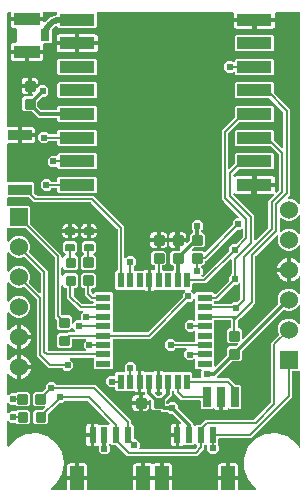
<source format=gbr>
G04 EAGLE Gerber RS-274X export*
G75*
%MOMM*%
%FSLAX34Y34*%
%LPD*%
%INTop Copper*%
%IPPOS*%
%AMOC8*
5,1,8,0,0,1.08239X$1,22.5*%
G01*
%ADD10C,0.222250*%
%ADD11R,2.200000X1.050000*%
%ADD12R,0.800000X1.000000*%
%ADD13R,0.600000X1.350000*%
%ADD14R,1.200000X2.000000*%
%ADD15R,2.000000X0.870000*%
%ADD16R,0.558800X1.270000*%
%ADD17R,1.270000X0.558800*%
%ADD18C,0.158750*%
%ADD19R,1.524000X1.524000*%
%ADD20C,1.524000*%
%ADD21R,0.700000X1.700000*%
%ADD22R,3.000000X1.000000*%
%ADD23C,0.609600*%
%ADD24C,0.508000*%
%ADD25C,0.304800*%
%ADD26C,0.203200*%
%ADD27C,0.406400*%
%ADD28C,0.500000*%

G36*
X123827Y138798D02*
X123827Y138798D01*
X123848Y138796D01*
X123958Y138818D01*
X124069Y138835D01*
X124088Y138844D01*
X124109Y138848D01*
X124147Y138872D01*
X124309Y138950D01*
X124391Y139027D01*
X124435Y139055D01*
X153409Y168029D01*
X153422Y168046D01*
X153438Y168060D01*
X153454Y168083D01*
X153466Y168094D01*
X153493Y168142D01*
X153500Y168153D01*
X153567Y168243D01*
X153574Y168263D01*
X153585Y168281D01*
X153594Y168319D01*
X153598Y168325D01*
X153602Y168344D01*
X153654Y168494D01*
X153658Y168607D01*
X153669Y168658D01*
X153669Y171163D01*
X155787Y173281D01*
X155818Y173322D01*
X155855Y173358D01*
X155896Y173429D01*
X155945Y173495D01*
X155962Y173544D01*
X155987Y173588D01*
X156005Y173668D01*
X156032Y173746D01*
X156034Y173798D01*
X156045Y173848D01*
X156038Y173930D01*
X156041Y174012D01*
X156028Y174061D01*
X156023Y174113D01*
X155993Y174189D01*
X155971Y174268D01*
X155944Y174312D01*
X155924Y174360D01*
X155873Y174423D01*
X155829Y174492D01*
X155789Y174526D01*
X155757Y174566D01*
X155688Y174611D01*
X155626Y174664D01*
X155579Y174685D01*
X155536Y174713D01*
X155485Y174725D01*
X155382Y174769D01*
X155203Y174787D01*
X155159Y174797D01*
X153711Y174797D01*
X153617Y174830D01*
X153523Y174870D01*
X153492Y174873D01*
X153463Y174883D01*
X153361Y174887D01*
X153258Y174898D01*
X153228Y174892D01*
X153198Y174893D01*
X153099Y174866D01*
X152998Y174846D01*
X152978Y174833D01*
X152941Y174823D01*
X152901Y174797D01*
X145711Y174797D01*
X145617Y174830D01*
X145523Y174870D01*
X145492Y174873D01*
X145463Y174883D01*
X145361Y174887D01*
X145258Y174898D01*
X145228Y174892D01*
X145198Y174893D01*
X145099Y174866D01*
X144998Y174846D01*
X144978Y174833D01*
X144941Y174823D01*
X144901Y174797D01*
X137711Y174797D01*
X137617Y174830D01*
X137523Y174870D01*
X137492Y174873D01*
X137463Y174883D01*
X137361Y174887D01*
X137258Y174898D01*
X137228Y174892D01*
X137198Y174893D01*
X137099Y174866D01*
X136998Y174846D01*
X136978Y174833D01*
X136941Y174823D01*
X136901Y174797D01*
X130276Y174797D01*
X130256Y174794D01*
X130235Y174796D01*
X130124Y174774D01*
X130014Y174757D01*
X129995Y174748D01*
X129974Y174744D01*
X129935Y174720D01*
X129774Y174642D01*
X129692Y174565D01*
X129690Y174564D01*
X129075Y174208D01*
X128429Y174035D01*
X126696Y174035D01*
X126696Y182418D01*
X126681Y182519D01*
X126673Y182622D01*
X126661Y182650D01*
X126656Y182681D01*
X126612Y182773D01*
X126574Y182868D01*
X126554Y182892D01*
X126541Y182920D01*
X126531Y182930D01*
X126555Y182972D01*
X126612Y183057D01*
X126618Y183081D01*
X126636Y183114D01*
X126694Y183373D01*
X126691Y183411D01*
X126696Y183434D01*
X126696Y191817D01*
X128429Y191817D01*
X129075Y191644D01*
X129173Y191587D01*
X129237Y191562D01*
X129296Y191528D01*
X129360Y191514D01*
X129420Y191490D01*
X129489Y191485D01*
X129556Y191470D01*
X129621Y191475D01*
X129685Y191470D01*
X129752Y191486D01*
X129821Y191492D01*
X129881Y191516D01*
X129944Y191530D01*
X130004Y191565D01*
X130068Y191591D01*
X130118Y191632D01*
X130174Y191664D01*
X130221Y191715D01*
X130274Y191758D01*
X130310Y191812D01*
X130354Y191860D01*
X130383Y191922D01*
X130421Y191979D01*
X130431Y192023D01*
X130468Y192100D01*
X130502Y192343D01*
X130505Y192356D01*
X130505Y194564D01*
X130490Y194666D01*
X130482Y194768D01*
X130470Y194796D01*
X130465Y194827D01*
X130421Y194919D01*
X130383Y195015D01*
X130363Y195038D01*
X130350Y195066D01*
X130280Y195141D01*
X130215Y195221D01*
X130189Y195238D01*
X130168Y195260D01*
X130079Y195311D01*
X129994Y195368D01*
X129970Y195374D01*
X129938Y195392D01*
X129678Y195450D01*
X129640Y195447D01*
X129617Y195452D01*
X128819Y195452D01*
X127126Y197145D01*
X127126Y206207D01*
X128819Y207900D01*
X137881Y207900D01*
X139574Y206207D01*
X139574Y197145D01*
X137881Y195452D01*
X136983Y195452D01*
X136881Y195437D01*
X136779Y195429D01*
X136751Y195417D01*
X136720Y195412D01*
X136628Y195368D01*
X136532Y195330D01*
X136509Y195310D01*
X136481Y195297D01*
X136406Y195227D01*
X136326Y195162D01*
X136309Y195136D01*
X136287Y195115D01*
X136236Y195026D01*
X136179Y194941D01*
X136173Y194917D01*
X136155Y194885D01*
X136097Y194625D01*
X136100Y194587D01*
X136095Y194564D01*
X136095Y191943D01*
X136110Y191841D01*
X136118Y191739D01*
X136130Y191711D01*
X136135Y191680D01*
X136179Y191588D01*
X136217Y191492D01*
X136237Y191469D01*
X136250Y191441D01*
X136320Y191366D01*
X136385Y191286D01*
X136411Y191269D01*
X136432Y191247D01*
X136521Y191196D01*
X136606Y191139D01*
X136630Y191133D01*
X136662Y191115D01*
X136868Y191069D01*
X136886Y191056D01*
X136983Y191022D01*
X137077Y190982D01*
X137108Y190979D01*
X137137Y190969D01*
X137240Y190965D01*
X137342Y190954D01*
X137372Y190960D01*
X137403Y190959D01*
X137502Y190986D01*
X137602Y191007D01*
X137623Y191019D01*
X137659Y191029D01*
X137699Y191055D01*
X145109Y191055D01*
X145211Y191070D01*
X145313Y191078D01*
X145341Y191090D01*
X145372Y191095D01*
X145464Y191139D01*
X145560Y191177D01*
X145583Y191197D01*
X145611Y191210D01*
X145686Y191280D01*
X145766Y191345D01*
X145783Y191371D01*
X145805Y191392D01*
X145856Y191481D01*
X145913Y191566D01*
X145919Y191590D01*
X145937Y191622D01*
X145995Y191882D01*
X145992Y191920D01*
X145997Y191943D01*
X145997Y194564D01*
X145982Y194666D01*
X145974Y194768D01*
X145962Y194796D01*
X145957Y194827D01*
X145913Y194919D01*
X145875Y195015D01*
X145855Y195038D01*
X145842Y195066D01*
X145772Y195141D01*
X145707Y195221D01*
X145681Y195238D01*
X145660Y195260D01*
X145571Y195311D01*
X145486Y195368D01*
X145462Y195374D01*
X145430Y195392D01*
X145170Y195450D01*
X145132Y195447D01*
X145109Y195452D01*
X144821Y195452D01*
X143128Y197145D01*
X143128Y206207D01*
X144821Y207900D01*
X150537Y207900D01*
X150558Y207903D01*
X150579Y207901D01*
X150689Y207923D01*
X150800Y207940D01*
X150819Y207949D01*
X150839Y207953D01*
X150878Y207977D01*
X151039Y208055D01*
X151122Y208132D01*
X151165Y208160D01*
X151419Y208414D01*
X151450Y208455D01*
X151488Y208491D01*
X151528Y208562D01*
X151577Y208628D01*
X151594Y208677D01*
X151619Y208721D01*
X151637Y208801D01*
X151664Y208879D01*
X151666Y208931D01*
X151677Y208981D01*
X151671Y209063D01*
X151673Y209145D01*
X151660Y209194D01*
X151656Y209246D01*
X151625Y209322D01*
X151604Y209401D01*
X151576Y209445D01*
X151557Y209493D01*
X151505Y209556D01*
X151461Y209625D01*
X151422Y209659D01*
X151389Y209699D01*
X151321Y209744D01*
X151258Y209797D01*
X151211Y209818D01*
X151168Y209846D01*
X151129Y209855D01*
X151129Y215139D01*
X156408Y215139D01*
X156414Y215118D01*
X156458Y215049D01*
X156493Y214975D01*
X156528Y214937D01*
X156556Y214894D01*
X156619Y214840D01*
X156675Y214780D01*
X156719Y214755D01*
X156759Y214721D01*
X156834Y214689D01*
X156905Y214649D01*
X156956Y214637D01*
X157003Y214617D01*
X157085Y214609D01*
X157165Y214591D01*
X157216Y214595D01*
X157268Y214590D01*
X157348Y214606D01*
X157430Y214612D01*
X157478Y214632D01*
X157528Y214642D01*
X157572Y214669D01*
X157677Y214711D01*
X157816Y214824D01*
X157854Y214849D01*
X159632Y216627D01*
X159645Y216644D01*
X159661Y216657D01*
X159723Y216751D01*
X159790Y216841D01*
X159797Y216861D01*
X159808Y216878D01*
X159818Y216923D01*
X159877Y217092D01*
X159881Y217205D01*
X159892Y217255D01*
X159892Y221447D01*
X161585Y223140D01*
X161925Y223140D01*
X162027Y223155D01*
X162129Y223163D01*
X162157Y223175D01*
X162188Y223180D01*
X162280Y223224D01*
X162376Y223262D01*
X162399Y223282D01*
X162427Y223295D01*
X162502Y223365D01*
X162582Y223430D01*
X162599Y223456D01*
X162621Y223477D01*
X162672Y223566D01*
X162729Y223651D01*
X162735Y223675D01*
X162753Y223707D01*
X162811Y223967D01*
X162808Y224005D01*
X162813Y224028D01*
X162813Y224709D01*
X162810Y224729D01*
X162812Y224750D01*
X162790Y224861D01*
X162773Y224972D01*
X162764Y224990D01*
X162760Y225011D01*
X162736Y225050D01*
X162658Y225211D01*
X162581Y225293D01*
X162553Y225337D01*
X161289Y226601D01*
X161289Y230599D01*
X164117Y233427D01*
X168115Y233427D01*
X170943Y230599D01*
X170943Y226601D01*
X169679Y225337D01*
X169666Y225320D01*
X169650Y225307D01*
X169588Y225213D01*
X169521Y225123D01*
X169514Y225103D01*
X169503Y225086D01*
X169493Y225041D01*
X169434Y224872D01*
X169430Y224759D01*
X169419Y224709D01*
X169419Y224028D01*
X169434Y223926D01*
X169442Y223824D01*
X169454Y223796D01*
X169459Y223765D01*
X169503Y223673D01*
X169541Y223577D01*
X169561Y223554D01*
X169574Y223526D01*
X169644Y223451D01*
X169709Y223371D01*
X169735Y223354D01*
X169756Y223332D01*
X169845Y223281D01*
X169930Y223224D01*
X169954Y223218D01*
X169986Y223200D01*
X170246Y223142D01*
X170284Y223145D01*
X170307Y223140D01*
X170647Y223140D01*
X172340Y221447D01*
X172340Y212385D01*
X170647Y210692D01*
X163407Y210692D01*
X163386Y210689D01*
X163365Y210691D01*
X163255Y210669D01*
X163144Y210652D01*
X163125Y210643D01*
X163105Y210639D01*
X163066Y210615D01*
X162905Y210537D01*
X162822Y210460D01*
X162779Y210432D01*
X161763Y209416D01*
X161732Y209375D01*
X161694Y209339D01*
X161654Y209268D01*
X161605Y209202D01*
X161588Y209153D01*
X161563Y209109D01*
X161545Y209029D01*
X161518Y208951D01*
X161516Y208899D01*
X161505Y208849D01*
X161511Y208767D01*
X161509Y208685D01*
X161522Y208636D01*
X161526Y208584D01*
X161557Y208508D01*
X161578Y208429D01*
X161606Y208385D01*
X161625Y208337D01*
X161677Y208274D01*
X161721Y208205D01*
X161760Y208171D01*
X161793Y208131D01*
X161861Y208086D01*
X161924Y208033D01*
X161971Y208012D01*
X162014Y207984D01*
X162064Y207972D01*
X162168Y207928D01*
X162346Y207910D01*
X162391Y207900D01*
X170647Y207900D01*
X171937Y206610D01*
X172020Y206549D01*
X172098Y206482D01*
X172126Y206470D01*
X172151Y206452D01*
X172248Y206418D01*
X172342Y206378D01*
X172373Y206375D01*
X172402Y206364D01*
X172505Y206361D01*
X172607Y206350D01*
X172637Y206356D01*
X172668Y206355D01*
X172767Y206382D01*
X172867Y206402D01*
X172888Y206415D01*
X172924Y206425D01*
X173148Y206568D01*
X173173Y206597D01*
X173193Y206610D01*
X195827Y229243D01*
X195840Y229260D01*
X195856Y229274D01*
X195918Y229367D01*
X195985Y229457D01*
X195992Y229477D01*
X196003Y229495D01*
X196013Y229539D01*
X196072Y229708D01*
X196076Y229821D01*
X196087Y229872D01*
X196087Y232377D01*
X198915Y235205D01*
X200659Y235205D01*
X200709Y235212D01*
X200761Y235211D01*
X200840Y235232D01*
X200921Y235245D01*
X200968Y235267D01*
X201018Y235281D01*
X201087Y235325D01*
X201161Y235360D01*
X201198Y235395D01*
X201242Y235423D01*
X201295Y235486D01*
X201355Y235542D01*
X201381Y235586D01*
X201414Y235626D01*
X201446Y235701D01*
X201487Y235772D01*
X201498Y235823D01*
X201518Y235870D01*
X201527Y235952D01*
X201545Y236032D01*
X201540Y236083D01*
X201546Y236135D01*
X201530Y236215D01*
X201523Y236297D01*
X201504Y236345D01*
X201494Y236395D01*
X201466Y236439D01*
X201424Y236544D01*
X201311Y236683D01*
X201287Y236721D01*
X188587Y249421D01*
X188586Y249421D01*
X186689Y251318D01*
X186689Y309768D01*
X197407Y320485D01*
X197420Y320502D01*
X197436Y320516D01*
X197498Y320609D01*
X197565Y320699D01*
X197572Y320719D01*
X197583Y320737D01*
X197593Y320781D01*
X197652Y320950D01*
X197656Y321063D01*
X197667Y321114D01*
X197667Y329239D01*
X198709Y330281D01*
X230183Y330281D01*
X231225Y329239D01*
X231225Y317765D01*
X230183Y316723D01*
X201918Y316723D01*
X201897Y316720D01*
X201876Y316722D01*
X201765Y316700D01*
X201655Y316683D01*
X201636Y316674D01*
X201615Y316670D01*
X201577Y316646D01*
X201415Y316568D01*
X201333Y316491D01*
X201289Y316463D01*
X192539Y307713D01*
X192526Y307696D01*
X192510Y307682D01*
X192448Y307589D01*
X192381Y307499D01*
X192374Y307479D01*
X192363Y307461D01*
X192353Y307417D01*
X192294Y307248D01*
X192290Y307135D01*
X192279Y307084D01*
X192279Y277877D01*
X192286Y277827D01*
X192285Y277775D01*
X192301Y277715D01*
X192302Y277697D01*
X192308Y277682D01*
X192319Y277615D01*
X192341Y277568D01*
X192355Y277518D01*
X192399Y277449D01*
X192434Y277375D01*
X192469Y277338D01*
X192497Y277294D01*
X192560Y277241D01*
X192616Y277181D01*
X192660Y277155D01*
X192700Y277122D01*
X192775Y277090D01*
X192846Y277049D01*
X192897Y277038D01*
X192944Y277018D01*
X193026Y277009D01*
X193106Y276991D01*
X193157Y276996D01*
X193209Y276990D01*
X193289Y277006D01*
X193371Y277013D01*
X193419Y277032D01*
X193469Y277042D01*
X193513Y277070D01*
X193618Y277112D01*
X193678Y277161D01*
X193692Y277168D01*
X193731Y277205D01*
X193757Y277225D01*
X193795Y277249D01*
X197407Y280861D01*
X197420Y280878D01*
X197436Y280892D01*
X197498Y280985D01*
X197565Y281075D01*
X197572Y281095D01*
X197583Y281113D01*
X197593Y281157D01*
X197652Y281326D01*
X197656Y281439D01*
X197667Y281490D01*
X197667Y289239D01*
X198709Y290281D01*
X230183Y290281D01*
X231225Y289239D01*
X231225Y277765D01*
X230183Y276723D01*
X201542Y276723D01*
X201521Y276720D01*
X201500Y276722D01*
X201390Y276700D01*
X201279Y276683D01*
X201260Y276674D01*
X201239Y276670D01*
X201201Y276646D01*
X201039Y276568D01*
X200957Y276491D01*
X200913Y276463D01*
X196857Y272407D01*
X196844Y272390D01*
X196828Y272376D01*
X196766Y272283D01*
X196699Y272193D01*
X196692Y272173D01*
X196681Y272155D01*
X196671Y272111D01*
X196612Y271942D01*
X196608Y271829D01*
X196597Y271778D01*
X196597Y271329D01*
X196607Y271261D01*
X196607Y271193D01*
X196627Y271131D01*
X196637Y271066D01*
X196666Y271005D01*
X196687Y270939D01*
X196724Y270886D01*
X196752Y270827D01*
X196799Y270777D01*
X196838Y270720D01*
X196889Y270680D01*
X196934Y270633D01*
X196993Y270599D01*
X197047Y270556D01*
X197108Y270533D01*
X197164Y270501D01*
X197231Y270486D01*
X197296Y270461D01*
X197360Y270457D01*
X197424Y270443D01*
X197492Y270449D01*
X197561Y270444D01*
X197604Y270458D01*
X197689Y270465D01*
X197916Y270556D01*
X197929Y270560D01*
X198465Y270870D01*
X199111Y271043D01*
X212669Y271043D01*
X212669Y264391D01*
X212684Y264290D01*
X212693Y264187D01*
X212704Y264159D01*
X212709Y264128D01*
X212753Y264036D01*
X212792Y263941D01*
X212811Y263917D01*
X212824Y263889D01*
X212894Y263814D01*
X212959Y263734D01*
X212985Y263717D01*
X213006Y263695D01*
X213095Y263644D01*
X213180Y263587D01*
X213204Y263582D01*
X213236Y263563D01*
X213496Y263505D01*
X213534Y263508D01*
X213557Y263503D01*
X214447Y263503D01*
X214447Y263501D01*
X213557Y263501D01*
X213456Y263486D01*
X213353Y263477D01*
X213325Y263466D01*
X213294Y263461D01*
X213202Y263417D01*
X213107Y263378D01*
X213083Y263359D01*
X213055Y263346D01*
X212980Y263276D01*
X212900Y263211D01*
X212883Y263185D01*
X212861Y263164D01*
X212810Y263075D01*
X212753Y262990D01*
X212747Y262966D01*
X212729Y262933D01*
X212671Y262674D01*
X212674Y262636D01*
X212669Y262613D01*
X212669Y255961D01*
X199111Y255961D01*
X198465Y256134D01*
X197929Y256444D01*
X197865Y256469D01*
X197806Y256503D01*
X197742Y256517D01*
X197682Y256541D01*
X197613Y256546D01*
X197546Y256561D01*
X197481Y256556D01*
X197417Y256560D01*
X197350Y256545D01*
X197281Y256539D01*
X197221Y256515D01*
X197158Y256500D01*
X197098Y256466D01*
X197034Y256440D01*
X196984Y256399D01*
X196928Y256367D01*
X196881Y256316D01*
X196828Y256273D01*
X196792Y256219D01*
X196748Y256171D01*
X196719Y256109D01*
X196681Y256052D01*
X196671Y256007D01*
X196634Y255931D01*
X196600Y255688D01*
X196597Y255675D01*
X196597Y255526D01*
X196600Y255505D01*
X196598Y255484D01*
X196620Y255374D01*
X196637Y255263D01*
X196646Y255244D01*
X196650Y255223D01*
X196674Y255185D01*
X196752Y255023D01*
X196829Y254941D01*
X196857Y254897D01*
X214123Y237632D01*
X214123Y217491D01*
X214130Y217440D01*
X214129Y217389D01*
X214143Y217335D01*
X214146Y217296D01*
X214156Y217272D01*
X214163Y217229D01*
X214185Y217182D01*
X214199Y217132D01*
X214235Y217075D01*
X214245Y217049D01*
X214255Y217037D01*
X214278Y216989D01*
X214313Y216952D01*
X214341Y216908D01*
X214402Y216857D01*
X214413Y216843D01*
X214419Y216839D01*
X214460Y216795D01*
X214504Y216769D01*
X214544Y216736D01*
X214619Y216704D01*
X214633Y216696D01*
X214634Y216695D01*
X214690Y216663D01*
X214741Y216652D01*
X214788Y216632D01*
X214870Y216623D01*
X214950Y216605D01*
X215001Y216609D01*
X215053Y216604D01*
X215133Y216620D01*
X215215Y216627D01*
X215263Y216646D01*
X215313Y216656D01*
X215357Y216684D01*
X215462Y216726D01*
X215498Y216756D01*
X215521Y216767D01*
X215584Y216825D01*
X215601Y216839D01*
X215639Y216863D01*
X226053Y227277D01*
X226066Y227294D01*
X226082Y227308D01*
X226144Y227401D01*
X226211Y227491D01*
X226218Y227511D01*
X226229Y227529D01*
X226239Y227573D01*
X226298Y227742D01*
X226302Y227855D01*
X226313Y227905D01*
X226313Y250132D01*
X230663Y254482D01*
X230684Y254510D01*
X230710Y254532D01*
X230762Y254616D01*
X230821Y254696D01*
X230832Y254728D01*
X230851Y254758D01*
X230876Y254853D01*
X230908Y254947D01*
X230910Y254981D01*
X230918Y255015D01*
X230914Y255113D01*
X230918Y255213D01*
X230908Y255246D01*
X230907Y255280D01*
X230874Y255374D01*
X230848Y255469D01*
X230829Y255498D01*
X230818Y255531D01*
X230758Y255610D01*
X230705Y255693D01*
X230679Y255716D01*
X230658Y255743D01*
X230578Y255801D01*
X230502Y255865D01*
X230471Y255879D01*
X230443Y255899D01*
X230349Y255931D01*
X230258Y255970D01*
X230224Y255973D01*
X230191Y255984D01*
X230139Y255982D01*
X229994Y255997D01*
X229858Y255970D01*
X229805Y255968D01*
X229780Y255961D01*
X216223Y255961D01*
X216223Y261725D01*
X231987Y261725D01*
X231987Y258168D01*
X231980Y258143D01*
X231976Y258108D01*
X231965Y258076D01*
X231961Y257977D01*
X231950Y257879D01*
X231957Y257845D01*
X231956Y257810D01*
X231982Y257714D01*
X232000Y257617D01*
X232017Y257587D01*
X232026Y257554D01*
X232079Y257470D01*
X232125Y257383D01*
X232150Y257358D01*
X232168Y257329D01*
X232244Y257265D01*
X232314Y257196D01*
X232345Y257180D01*
X232371Y257157D01*
X232462Y257118D01*
X232550Y257073D01*
X232584Y257066D01*
X232615Y257053D01*
X232714Y257043D01*
X232811Y257025D01*
X232845Y257029D01*
X232880Y257025D01*
X232977Y257045D01*
X233075Y257057D01*
X233107Y257071D01*
X233140Y257078D01*
X233185Y257106D01*
X233318Y257165D01*
X233421Y257256D01*
X233466Y257285D01*
X234943Y258762D01*
X234956Y258779D01*
X234972Y258792D01*
X235034Y258886D01*
X235101Y258976D01*
X235108Y258995D01*
X235119Y259013D01*
X235129Y259058D01*
X235188Y259227D01*
X235192Y259339D01*
X235203Y259390D01*
X235203Y289050D01*
X235200Y289071D01*
X235202Y289092D01*
X235180Y289202D01*
X235163Y289313D01*
X235154Y289332D01*
X235150Y289353D01*
X235126Y289391D01*
X235048Y289553D01*
X234971Y289635D01*
X234943Y289679D01*
X228159Y296463D01*
X228142Y296476D01*
X228128Y296492D01*
X228035Y296554D01*
X227945Y296621D01*
X227925Y296628D01*
X227907Y296639D01*
X227863Y296649D01*
X227694Y296708D01*
X227581Y296712D01*
X227530Y296723D01*
X198709Y296723D01*
X197667Y297765D01*
X197667Y309239D01*
X198709Y310281D01*
X230183Y310281D01*
X231225Y309239D01*
X231225Y301670D01*
X231228Y301649D01*
X231226Y301628D01*
X231248Y301518D01*
X231265Y301407D01*
X231274Y301388D01*
X231278Y301367D01*
X231302Y301329D01*
X231380Y301167D01*
X231457Y301085D01*
X231485Y301041D01*
X237497Y295029D01*
X237510Y295020D01*
X237519Y295009D01*
X237546Y294991D01*
X237574Y294961D01*
X237645Y294920D01*
X237711Y294872D01*
X237739Y294862D01*
X237740Y294861D01*
X237743Y294860D01*
X237760Y294855D01*
X237804Y294829D01*
X237884Y294811D01*
X237962Y294784D01*
X238014Y294783D01*
X238064Y294771D01*
X238146Y294778D01*
X238228Y294775D01*
X238277Y294789D01*
X238329Y294793D01*
X238405Y294823D01*
X238484Y294845D01*
X238528Y294873D01*
X238576Y294892D01*
X238624Y294931D01*
X238627Y294933D01*
X238636Y294941D01*
X238639Y294944D01*
X238708Y294988D01*
X238742Y295027D01*
X238782Y295060D01*
X238813Y295106D01*
X238821Y295114D01*
X238833Y295134D01*
X238880Y295190D01*
X238901Y295238D01*
X238929Y295281D01*
X238938Y295317D01*
X238953Y295345D01*
X238961Y295378D01*
X238985Y295435D01*
X238995Y295531D01*
X239011Y295604D01*
X239009Y295636D01*
X239013Y295657D01*
X239013Y324864D01*
X239010Y324885D01*
X239012Y324906D01*
X238990Y325016D01*
X238973Y325127D01*
X238964Y325146D01*
X238960Y325167D01*
X238936Y325205D01*
X238858Y325367D01*
X238781Y325449D01*
X238753Y325493D01*
X227783Y336463D01*
X227766Y336476D01*
X227752Y336492D01*
X227659Y336554D01*
X227569Y336621D01*
X227549Y336628D01*
X227531Y336639D01*
X227487Y336649D01*
X227318Y336708D01*
X227205Y336712D01*
X227154Y336723D01*
X198709Y336723D01*
X197667Y337765D01*
X197667Y349239D01*
X198709Y350281D01*
X230183Y350281D01*
X231225Y349239D01*
X231225Y341294D01*
X231228Y341273D01*
X231226Y341252D01*
X231248Y341141D01*
X231265Y341031D01*
X231274Y341012D01*
X231278Y340991D01*
X231302Y340953D01*
X231380Y340791D01*
X231457Y340709D01*
X231485Y340665D01*
X244603Y327548D01*
X244603Y255128D01*
X242959Y253485D01*
X242929Y253444D01*
X242891Y253408D01*
X242850Y253337D01*
X242802Y253271D01*
X242785Y253222D01*
X242759Y253178D01*
X242741Y253098D01*
X242714Y253020D01*
X242713Y252968D01*
X242701Y252918D01*
X242708Y252836D01*
X242705Y252754D01*
X242719Y252705D01*
X242723Y252653D01*
X242753Y252577D01*
X242775Y252498D01*
X242803Y252454D01*
X242822Y252406D01*
X242874Y252343D01*
X242918Y252274D01*
X242957Y252240D01*
X242990Y252200D01*
X243058Y252155D01*
X243120Y252102D01*
X243168Y252081D01*
X243211Y252053D01*
X243261Y252041D01*
X243365Y251997D01*
X243543Y251979D01*
X243587Y251969D01*
X245470Y251969D01*
X248924Y250538D01*
X251568Y247894D01*
X251683Y247615D01*
X251731Y247536D01*
X251771Y247453D01*
X251799Y247423D01*
X251821Y247387D01*
X251890Y247326D01*
X251953Y247258D01*
X251988Y247238D01*
X252019Y247211D01*
X252103Y247172D01*
X252183Y247127D01*
X252224Y247118D01*
X252261Y247101D01*
X252353Y247089D01*
X252443Y247069D01*
X252484Y247072D01*
X252525Y247067D01*
X252616Y247083D01*
X252708Y247090D01*
X252746Y247106D01*
X252787Y247113D01*
X252869Y247155D01*
X252955Y247189D01*
X252987Y247215D01*
X253023Y247234D01*
X253089Y247299D01*
X253161Y247357D01*
X253184Y247391D01*
X253213Y247420D01*
X253257Y247501D01*
X253308Y247578D01*
X253315Y247609D01*
X253340Y247654D01*
X253391Y247915D01*
X253388Y247935D01*
X253392Y247955D01*
X253392Y408904D01*
X253377Y409006D01*
X253369Y409108D01*
X253357Y409136D01*
X253352Y409167D01*
X253308Y409259D01*
X253270Y409355D01*
X253250Y409378D01*
X253237Y409406D01*
X253167Y409481D01*
X253102Y409561D01*
X253076Y409578D01*
X253055Y409600D01*
X252966Y409651D01*
X252881Y409708D01*
X252857Y409714D01*
X252825Y409732D01*
X252565Y409790D01*
X252527Y409787D01*
X252504Y409792D01*
X232875Y409792D01*
X232773Y409777D01*
X232671Y409769D01*
X232643Y409757D01*
X232612Y409752D01*
X232520Y409708D01*
X232424Y409670D01*
X232401Y409650D01*
X232373Y409637D01*
X232298Y409567D01*
X232218Y409502D01*
X232201Y409476D01*
X232179Y409455D01*
X232128Y409366D01*
X232071Y409281D01*
X232065Y409257D01*
X232047Y409225D01*
X231989Y408965D01*
X231992Y408927D01*
X231987Y408904D01*
X231987Y405279D01*
X215335Y405279D01*
X215234Y405264D01*
X215131Y405255D01*
X215103Y405244D01*
X215072Y405239D01*
X214980Y405195D01*
X214885Y405156D01*
X214861Y405137D01*
X214833Y405124D01*
X214758Y405054D01*
X214678Y404989D01*
X214661Y404963D01*
X214639Y404942D01*
X214588Y404853D01*
X214531Y404768D01*
X214526Y404744D01*
X214507Y404711D01*
X214449Y404452D01*
X214452Y404414D01*
X214447Y404391D01*
X214447Y403501D01*
X214445Y403501D01*
X214445Y404391D01*
X214430Y404492D01*
X214421Y404595D01*
X214410Y404623D01*
X214405Y404654D01*
X214361Y404746D01*
X214322Y404841D01*
X214303Y404865D01*
X214290Y404893D01*
X214220Y404968D01*
X214155Y405048D01*
X214129Y405065D01*
X214108Y405087D01*
X214019Y405138D01*
X213934Y405195D01*
X213910Y405200D01*
X213877Y405219D01*
X213618Y405277D01*
X213580Y405274D01*
X213557Y405279D01*
X196905Y405279D01*
X196905Y408904D01*
X196890Y409006D01*
X196882Y409108D01*
X196870Y409136D01*
X196865Y409167D01*
X196821Y409259D01*
X196783Y409355D01*
X196763Y409378D01*
X196750Y409406D01*
X196680Y409481D01*
X196615Y409561D01*
X196589Y409578D01*
X196568Y409600D01*
X196479Y409651D01*
X196394Y409708D01*
X196370Y409714D01*
X196338Y409732D01*
X196078Y409790D01*
X196040Y409787D01*
X196017Y409792D01*
X82113Y409792D01*
X82011Y409777D01*
X81909Y409769D01*
X81881Y409757D01*
X81850Y409752D01*
X81758Y409708D01*
X81662Y409670D01*
X81639Y409650D01*
X81611Y409637D01*
X81536Y409567D01*
X81456Y409502D01*
X81439Y409476D01*
X81417Y409455D01*
X81366Y409366D01*
X81309Y409281D01*
X81303Y409257D01*
X81285Y409225D01*
X81227Y408965D01*
X81230Y408927D01*
X81225Y408904D01*
X81225Y397765D01*
X80183Y396723D01*
X48709Y396723D01*
X47535Y397898D01*
X47485Y397935D01*
X47441Y397979D01*
X47379Y398013D01*
X47321Y398056D01*
X47262Y398076D01*
X47208Y398105D01*
X47137Y398119D01*
X47070Y398143D01*
X47008Y398145D01*
X46947Y398157D01*
X46899Y398149D01*
X46804Y398152D01*
X46597Y398096D01*
X46567Y398090D01*
X45747Y397751D01*
X45650Y397692D01*
X45581Y397659D01*
X45556Y397635D01*
X45520Y397614D01*
X45486Y397575D01*
X45459Y397558D01*
X43171Y395270D01*
X43158Y395253D01*
X43142Y395240D01*
X43080Y395146D01*
X43013Y395056D01*
X43006Y395036D01*
X42995Y395019D01*
X42985Y394974D01*
X42926Y394805D01*
X42922Y394692D01*
X42911Y394642D01*
X42911Y384347D01*
X41869Y383305D01*
X36209Y383305D01*
X36124Y383292D01*
X36038Y383289D01*
X35993Y383273D01*
X35946Y383265D01*
X35869Y383228D01*
X35788Y383199D01*
X35750Y383171D01*
X35707Y383150D01*
X35644Y383091D01*
X35575Y383040D01*
X35547Y383001D01*
X35512Y382968D01*
X35470Y382894D01*
X35419Y382825D01*
X35404Y382779D01*
X35380Y382738D01*
X35362Y382654D01*
X35334Y382573D01*
X35336Y382537D01*
X35323Y382478D01*
X35344Y382213D01*
X35350Y382198D01*
X35351Y382187D01*
X35423Y381919D01*
X35423Y378111D01*
X22771Y378111D01*
X22670Y378096D01*
X22567Y378087D01*
X22539Y378076D01*
X22508Y378071D01*
X22416Y378027D01*
X22321Y377988D01*
X22297Y377969D01*
X22269Y377956D01*
X22194Y377886D01*
X22114Y377821D01*
X22097Y377795D01*
X22075Y377774D01*
X22024Y377685D01*
X21967Y377600D01*
X21962Y377576D01*
X21943Y377543D01*
X21885Y377284D01*
X21888Y377246D01*
X21883Y377223D01*
X21883Y376333D01*
X21881Y376333D01*
X21881Y377223D01*
X21866Y377324D01*
X21857Y377427D01*
X21846Y377455D01*
X21841Y377486D01*
X21797Y377578D01*
X21758Y377673D01*
X21739Y377697D01*
X21726Y377725D01*
X21656Y377800D01*
X21591Y377880D01*
X21565Y377897D01*
X21544Y377919D01*
X21455Y377970D01*
X21370Y378027D01*
X21346Y378032D01*
X21313Y378051D01*
X21054Y378109D01*
X21016Y378106D01*
X20993Y378111D01*
X8341Y378111D01*
X8341Y381919D01*
X8514Y382565D01*
X8849Y383144D01*
X9322Y383617D01*
X9901Y383952D01*
X10547Y384125D01*
X12103Y384125D01*
X12205Y384140D01*
X12307Y384148D01*
X12335Y384160D01*
X12366Y384165D01*
X12458Y384209D01*
X12554Y384247D01*
X12577Y384267D01*
X12605Y384280D01*
X12680Y384350D01*
X12760Y384415D01*
X12777Y384441D01*
X12799Y384462D01*
X12850Y384551D01*
X12907Y384636D01*
X12913Y384660D01*
X12931Y384692D01*
X12989Y384952D01*
X12986Y384990D01*
X12991Y385013D01*
X12991Y395155D01*
X12976Y395257D01*
X12968Y395359D01*
X12956Y395387D01*
X12951Y395418D01*
X12907Y395510D01*
X12869Y395606D01*
X12849Y395629D01*
X12836Y395657D01*
X12766Y395732D01*
X12701Y395812D01*
X12675Y395829D01*
X12654Y395851D01*
X12565Y395902D01*
X12480Y395959D01*
X12456Y395965D01*
X12424Y395983D01*
X12164Y396041D01*
X12126Y396038D01*
X12103Y396043D01*
X10547Y396043D01*
X9901Y396216D01*
X9322Y396551D01*
X8849Y397024D01*
X8514Y397603D01*
X8341Y398249D01*
X8341Y402057D01*
X20993Y402057D01*
X21094Y402072D01*
X21197Y402081D01*
X21225Y402092D01*
X21256Y402097D01*
X21348Y402141D01*
X21443Y402180D01*
X21467Y402199D01*
X21495Y402212D01*
X21570Y402282D01*
X21650Y402347D01*
X21667Y402373D01*
X21689Y402394D01*
X21740Y402483D01*
X21797Y402568D01*
X21802Y402592D01*
X21821Y402624D01*
X21879Y402884D01*
X21876Y402922D01*
X21881Y402945D01*
X21881Y404723D01*
X21866Y404824D01*
X21857Y404927D01*
X21846Y404955D01*
X21841Y404986D01*
X21797Y405078D01*
X21758Y405173D01*
X21739Y405197D01*
X21726Y405225D01*
X21656Y405300D01*
X21591Y405380D01*
X21565Y405397D01*
X21544Y405419D01*
X21455Y405470D01*
X21370Y405527D01*
X21346Y405532D01*
X21313Y405551D01*
X21054Y405609D01*
X21016Y405606D01*
X20993Y405611D01*
X8341Y405611D01*
X8341Y408904D01*
X8326Y409006D01*
X8318Y409108D01*
X8306Y409136D01*
X8301Y409167D01*
X8257Y409259D01*
X8219Y409355D01*
X8199Y409378D01*
X8186Y409406D01*
X8116Y409481D01*
X8051Y409561D01*
X8025Y409578D01*
X8004Y409600D01*
X7915Y409651D01*
X7830Y409708D01*
X7806Y409714D01*
X7774Y409732D01*
X7514Y409790D01*
X7476Y409787D01*
X7453Y409792D01*
X6096Y409792D01*
X5994Y409777D01*
X5892Y409769D01*
X5864Y409757D01*
X5833Y409752D01*
X5741Y409708D01*
X5645Y409670D01*
X5622Y409650D01*
X5594Y409637D01*
X5519Y409567D01*
X5439Y409502D01*
X5422Y409476D01*
X5400Y409455D01*
X5349Y409366D01*
X5292Y409281D01*
X5286Y409257D01*
X5268Y409225D01*
X5210Y408965D01*
X5213Y408927D01*
X5208Y408904D01*
X5208Y313311D01*
X5223Y313209D01*
X5231Y313107D01*
X5243Y313079D01*
X5248Y313048D01*
X5292Y312956D01*
X5330Y312860D01*
X5350Y312837D01*
X5363Y312809D01*
X5433Y312734D01*
X5498Y312654D01*
X5524Y312637D01*
X5545Y312615D01*
X5634Y312564D01*
X5719Y312507D01*
X5743Y312501D01*
X5775Y312483D01*
X6035Y312425D01*
X6073Y312428D01*
X6096Y312423D01*
X14293Y312423D01*
X14293Y306421D01*
X14308Y306320D01*
X14317Y306217D01*
X14328Y306189D01*
X14333Y306158D01*
X14377Y306066D01*
X14416Y305971D01*
X14435Y305947D01*
X14448Y305919D01*
X14518Y305844D01*
X14583Y305764D01*
X14609Y305747D01*
X14630Y305725D01*
X14719Y305674D01*
X14804Y305617D01*
X14828Y305612D01*
X14860Y305593D01*
X15120Y305535D01*
X15158Y305538D01*
X15181Y305533D01*
X16071Y305533D01*
X16071Y305531D01*
X15181Y305531D01*
X15080Y305516D01*
X14977Y305507D01*
X14949Y305496D01*
X14918Y305491D01*
X14826Y305447D01*
X14731Y305408D01*
X14707Y305389D01*
X14679Y305376D01*
X14604Y305306D01*
X14524Y305241D01*
X14507Y305215D01*
X14485Y305194D01*
X14434Y305105D01*
X14377Y305020D01*
X14371Y304996D01*
X14353Y304963D01*
X14295Y304704D01*
X14298Y304666D01*
X14293Y304643D01*
X14293Y298641D01*
X6096Y298641D01*
X5994Y298626D01*
X5892Y298618D01*
X5864Y298606D01*
X5833Y298601D01*
X5741Y298557D01*
X5645Y298519D01*
X5622Y298499D01*
X5594Y298486D01*
X5519Y298416D01*
X5439Y298351D01*
X5422Y298325D01*
X5400Y298304D01*
X5349Y298215D01*
X5292Y298130D01*
X5286Y298106D01*
X5268Y298074D01*
X5210Y297814D01*
X5213Y297776D01*
X5208Y297753D01*
X5208Y266549D01*
X5223Y266447D01*
X5231Y266345D01*
X5243Y266317D01*
X5248Y266286D01*
X5292Y266194D01*
X5330Y266098D01*
X5350Y266075D01*
X5363Y266047D01*
X5433Y265972D01*
X5498Y265892D01*
X5524Y265875D01*
X5545Y265853D01*
X5634Y265802D01*
X5719Y265745D01*
X5743Y265739D01*
X5775Y265721D01*
X6035Y265663D01*
X6073Y265666D01*
X6096Y265661D01*
X26807Y265661D01*
X27849Y264619D01*
X27849Y257142D01*
X27852Y257121D01*
X27850Y257100D01*
X27872Y256990D01*
X27889Y256879D01*
X27898Y256860D01*
X27902Y256839D01*
X27926Y256801D01*
X28004Y256639D01*
X28081Y256557D01*
X28109Y256513D01*
X29853Y254769D01*
X29870Y254756D01*
X29884Y254740D01*
X29977Y254678D01*
X30067Y254611D01*
X30087Y254604D01*
X30105Y254593D01*
X30149Y254583D01*
X30318Y254524D01*
X30431Y254520D01*
X30482Y254509D01*
X78120Y254509D01*
X104095Y228534D01*
X104095Y202393D01*
X104102Y202342D01*
X104101Y202291D01*
X104115Y202238D01*
X104118Y202195D01*
X104128Y202171D01*
X104135Y202130D01*
X104157Y202084D01*
X104171Y202034D01*
X104205Y201980D01*
X104217Y201949D01*
X104230Y201934D01*
X104250Y201891D01*
X104285Y201853D01*
X104313Y201810D01*
X104368Y201763D01*
X104385Y201742D01*
X104396Y201735D01*
X104432Y201697D01*
X104476Y201671D01*
X104516Y201638D01*
X104588Y201607D01*
X104606Y201595D01*
X104612Y201594D01*
X104662Y201565D01*
X104713Y201554D01*
X104760Y201533D01*
X104842Y201525D01*
X104922Y201507D01*
X104973Y201511D01*
X105025Y201506D01*
X105105Y201522D01*
X105187Y201529D01*
X105235Y201548D01*
X105241Y201549D01*
X105252Y201551D01*
X105254Y201552D01*
X105285Y201558D01*
X105329Y201586D01*
X105434Y201628D01*
X105467Y201655D01*
X105491Y201667D01*
X105557Y201728D01*
X105573Y201741D01*
X105611Y201765D01*
X107301Y203455D01*
X111299Y203455D01*
X114127Y200627D01*
X114127Y196629D01*
X112355Y194857D01*
X112342Y194840D01*
X112326Y194827D01*
X112264Y194733D01*
X112197Y194643D01*
X112190Y194623D01*
X112179Y194606D01*
X112169Y194561D01*
X112110Y194392D01*
X112106Y194279D01*
X112095Y194229D01*
X112095Y191943D01*
X112110Y191841D01*
X112118Y191739D01*
X112130Y191711D01*
X112135Y191680D01*
X112179Y191588D01*
X112217Y191492D01*
X112237Y191469D01*
X112250Y191441D01*
X112320Y191366D01*
X112385Y191286D01*
X112411Y191269D01*
X112432Y191247D01*
X112521Y191196D01*
X112606Y191139D01*
X112630Y191133D01*
X112662Y191115D01*
X112868Y191069D01*
X112886Y191056D01*
X112983Y191022D01*
X113077Y190982D01*
X113108Y190979D01*
X113137Y190969D01*
X113240Y190965D01*
X113342Y190954D01*
X113372Y190960D01*
X113403Y190959D01*
X113502Y190986D01*
X113602Y191007D01*
X113623Y191019D01*
X113659Y191029D01*
X113699Y191055D01*
X120324Y191055D01*
X120344Y191058D01*
X120365Y191056D01*
X120476Y191078D01*
X120586Y191095D01*
X120605Y191104D01*
X120626Y191108D01*
X120665Y191132D01*
X120826Y191210D01*
X120908Y191287D01*
X120910Y191288D01*
X121525Y191644D01*
X122171Y191817D01*
X123904Y191817D01*
X123904Y183434D01*
X123919Y183333D01*
X123927Y183230D01*
X123939Y183202D01*
X123943Y183171D01*
X123988Y183079D01*
X124026Y182984D01*
X124046Y182960D01*
X124059Y182932D01*
X124069Y182922D01*
X124045Y182880D01*
X123988Y182795D01*
X123982Y182771D01*
X123964Y182738D01*
X123906Y182479D01*
X123909Y182441D01*
X123904Y182418D01*
X123904Y174035D01*
X122171Y174035D01*
X121525Y174208D01*
X120936Y174548D01*
X120935Y174550D01*
X120922Y174566D01*
X120828Y174628D01*
X120738Y174695D01*
X120718Y174702D01*
X120700Y174713D01*
X120656Y174723D01*
X120487Y174782D01*
X120374Y174786D01*
X120324Y174797D01*
X113711Y174797D01*
X113617Y174830D01*
X113523Y174870D01*
X113492Y174873D01*
X113463Y174883D01*
X113361Y174887D01*
X113258Y174898D01*
X113228Y174892D01*
X113198Y174893D01*
X113099Y174866D01*
X112998Y174846D01*
X112978Y174833D01*
X112941Y174823D01*
X112901Y174797D01*
X105711Y174797D01*
X105617Y174830D01*
X105523Y174870D01*
X105492Y174873D01*
X105463Y174883D01*
X105361Y174887D01*
X105258Y174898D01*
X105228Y174892D01*
X105198Y174893D01*
X105099Y174866D01*
X104998Y174846D01*
X104978Y174833D01*
X104941Y174823D01*
X104901Y174797D01*
X97769Y174797D01*
X96727Y175839D01*
X96727Y190013D01*
X97790Y191076D01*
X97821Y191078D01*
X97849Y191090D01*
X97880Y191095D01*
X97972Y191139D01*
X98068Y191177D01*
X98091Y191197D01*
X98119Y191210D01*
X98194Y191280D01*
X98274Y191345D01*
X98291Y191371D01*
X98313Y191392D01*
X98364Y191481D01*
X98421Y191566D01*
X98427Y191590D01*
X98445Y191622D01*
X98503Y191882D01*
X98500Y191920D01*
X98505Y191943D01*
X98505Y225850D01*
X98502Y225871D01*
X98504Y225892D01*
X98482Y226002D01*
X98465Y226113D01*
X98456Y226132D01*
X98452Y226153D01*
X98428Y226191D01*
X98350Y226353D01*
X98273Y226435D01*
X98245Y226479D01*
X76065Y248659D01*
X76048Y248672D01*
X76034Y248688D01*
X75941Y248750D01*
X75851Y248817D01*
X75831Y248824D01*
X75813Y248835D01*
X75769Y248845D01*
X75600Y248904D01*
X75487Y248908D01*
X75436Y248919D01*
X27798Y248919D01*
X23575Y253143D01*
X23558Y253156D01*
X23544Y253172D01*
X23451Y253234D01*
X23361Y253301D01*
X23341Y253308D01*
X23323Y253319D01*
X23279Y253329D01*
X23110Y253388D01*
X22997Y253392D01*
X22946Y253403D01*
X6096Y253403D01*
X5994Y253388D01*
X5892Y253380D01*
X5864Y253368D01*
X5833Y253363D01*
X5741Y253319D01*
X5645Y253281D01*
X5622Y253261D01*
X5594Y253248D01*
X5519Y253178D01*
X5439Y253113D01*
X5422Y253087D01*
X5400Y253066D01*
X5349Y252977D01*
X5292Y252892D01*
X5286Y252868D01*
X5268Y252836D01*
X5210Y252576D01*
X5213Y252538D01*
X5208Y252515D01*
X5208Y246582D01*
X5215Y246531D01*
X5214Y246479D01*
X5235Y246400D01*
X5248Y246319D01*
X5270Y246272D01*
X5284Y246222D01*
X5328Y246153D01*
X5363Y246080D01*
X5399Y246042D01*
X5426Y245998D01*
X5489Y245945D01*
X5545Y245885D01*
X5590Y245860D01*
X5629Y245826D01*
X5704Y245794D01*
X5775Y245753D01*
X5826Y245742D01*
X5873Y245722D01*
X5955Y245713D01*
X6035Y245695D01*
X6086Y245700D01*
X6138Y245694D01*
X6218Y245710D01*
X6300Y245717D01*
X6348Y245736D01*
X6398Y245746D01*
X6442Y245774D01*
X6547Y245816D01*
X6616Y245873D01*
X23357Y245873D01*
X24399Y244831D01*
X24399Y231396D01*
X24402Y231375D01*
X24400Y231354D01*
X24422Y231244D01*
X24439Y231133D01*
X24448Y231114D01*
X24452Y231093D01*
X24476Y231055D01*
X24554Y230893D01*
X24631Y230811D01*
X24659Y230767D01*
X50801Y204626D01*
X50801Y202892D01*
X50808Y202841D01*
X50807Y202789D01*
X50828Y202710D01*
X50841Y202629D01*
X50863Y202582D01*
X50877Y202533D01*
X50921Y202463D01*
X50956Y202390D01*
X50991Y202352D01*
X51019Y202308D01*
X51082Y202255D01*
X51138Y202195D01*
X51182Y202170D01*
X51222Y202136D01*
X51297Y202104D01*
X51368Y202063D01*
X51419Y202052D01*
X51466Y202032D01*
X51548Y202023D01*
X51628Y202006D01*
X51679Y202010D01*
X51731Y202004D01*
X51811Y202021D01*
X51893Y202027D01*
X51941Y202046D01*
X51991Y202056D01*
X52035Y202084D01*
X52140Y202126D01*
X52279Y202239D01*
X52317Y202264D01*
X54342Y204289D01*
X54403Y204371D01*
X54470Y204450D01*
X54482Y204478D01*
X54500Y204503D01*
X54534Y204600D01*
X54574Y204694D01*
X54577Y204725D01*
X54587Y204754D01*
X54591Y204856D01*
X54601Y204958D01*
X54595Y204989D01*
X54596Y205019D01*
X54569Y205118D01*
X54549Y205219D01*
X54536Y205239D01*
X54526Y205276D01*
X54384Y205500D01*
X54355Y205525D01*
X54342Y205545D01*
X52641Y207246D01*
X52641Y214140D01*
X54148Y215647D01*
X62692Y215647D01*
X64199Y214140D01*
X64199Y207246D01*
X62559Y205606D01*
X62528Y205565D01*
X62491Y205529D01*
X62450Y205458D01*
X62401Y205392D01*
X62384Y205343D01*
X62359Y205299D01*
X62341Y205219D01*
X62314Y205141D01*
X62312Y205089D01*
X62301Y205039D01*
X62308Y204957D01*
X62305Y204875D01*
X62318Y204826D01*
X62323Y204774D01*
X62353Y204698D01*
X62375Y204619D01*
X62402Y204575D01*
X62422Y204527D01*
X62473Y204464D01*
X62517Y204395D01*
X62557Y204361D01*
X62589Y204321D01*
X62658Y204276D01*
X62720Y204223D01*
X62767Y204202D01*
X62810Y204174D01*
X62861Y204162D01*
X62964Y204118D01*
X63143Y204100D01*
X63187Y204090D01*
X63205Y204090D01*
X64898Y202397D01*
X64898Y193335D01*
X63205Y191642D01*
X54143Y191642D01*
X52317Y193468D01*
X52276Y193499D01*
X52240Y193537D01*
X52169Y193577D01*
X52103Y193626D01*
X52054Y193643D01*
X52010Y193669D01*
X51930Y193686D01*
X51852Y193713D01*
X51800Y193715D01*
X51750Y193726D01*
X51668Y193720D01*
X51586Y193723D01*
X51537Y193709D01*
X51485Y193705D01*
X51409Y193674D01*
X51330Y193653D01*
X51286Y193625D01*
X51238Y193606D01*
X51175Y193554D01*
X51106Y193510D01*
X51072Y193471D01*
X51032Y193438D01*
X50987Y193370D01*
X50934Y193307D01*
X50913Y193260D01*
X50885Y193217D01*
X50873Y193167D01*
X50829Y193063D01*
X50811Y192885D01*
X50801Y192840D01*
X50801Y187652D01*
X50808Y187601D01*
X50807Y187549D01*
X50828Y187470D01*
X50841Y187389D01*
X50863Y187342D01*
X50877Y187293D01*
X50921Y187223D01*
X50956Y187150D01*
X50991Y187112D01*
X51019Y187068D01*
X51082Y187015D01*
X51138Y186955D01*
X51182Y186930D01*
X51222Y186896D01*
X51297Y186864D01*
X51368Y186823D01*
X51419Y186812D01*
X51466Y186792D01*
X51548Y186783D01*
X51628Y186766D01*
X51679Y186770D01*
X51731Y186764D01*
X51811Y186781D01*
X51893Y186787D01*
X51941Y186806D01*
X51991Y186816D01*
X52035Y186844D01*
X52140Y186886D01*
X52279Y186999D01*
X52317Y187024D01*
X54143Y188850D01*
X63205Y188850D01*
X64898Y187157D01*
X64898Y178095D01*
X63205Y176402D01*
X62357Y176402D01*
X62255Y176387D01*
X62153Y176379D01*
X62125Y176367D01*
X62094Y176362D01*
X62002Y176318D01*
X61906Y176280D01*
X61883Y176260D01*
X61855Y176247D01*
X61780Y176177D01*
X61700Y176112D01*
X61683Y176086D01*
X61661Y176065D01*
X61610Y175976D01*
X61553Y175891D01*
X61547Y175867D01*
X61529Y175835D01*
X61471Y175575D01*
X61474Y175537D01*
X61469Y175514D01*
X61469Y170436D01*
X61472Y170415D01*
X61470Y170394D01*
X61492Y170284D01*
X61509Y170173D01*
X61518Y170154D01*
X61522Y170133D01*
X61546Y170095D01*
X61600Y169984D01*
X61605Y169972D01*
X61607Y169969D01*
X61624Y169933D01*
X61701Y169851D01*
X61729Y169807D01*
X68481Y163055D01*
X68498Y163042D01*
X68512Y163026D01*
X68605Y162964D01*
X68695Y162897D01*
X68715Y162890D01*
X68733Y162879D01*
X68777Y162869D01*
X68946Y162810D01*
X69059Y162806D01*
X69110Y162795D01*
X77357Y162795D01*
X77459Y162810D01*
X77561Y162818D01*
X77589Y162830D01*
X77620Y162835D01*
X77712Y162879D01*
X77808Y162917D01*
X77831Y162937D01*
X77859Y162950D01*
X77934Y163020D01*
X78014Y163085D01*
X78031Y163111D01*
X78053Y163132D01*
X78104Y163221D01*
X78161Y163306D01*
X78167Y163330D01*
X78185Y163362D01*
X78231Y163568D01*
X78244Y163586D01*
X78278Y163683D01*
X78318Y163777D01*
X78321Y163808D01*
X78331Y163837D01*
X78335Y163940D01*
X78346Y164042D01*
X78340Y164072D01*
X78341Y164103D01*
X78314Y164202D01*
X78293Y164302D01*
X78281Y164323D01*
X78271Y164359D01*
X78229Y164424D01*
X78222Y164521D01*
X78210Y164549D01*
X78205Y164580D01*
X78161Y164672D01*
X78123Y164768D01*
X78103Y164791D01*
X78090Y164819D01*
X78020Y164894D01*
X77955Y164974D01*
X77929Y164991D01*
X77908Y165013D01*
X77819Y165064D01*
X77734Y165121D01*
X77710Y165127D01*
X77678Y165145D01*
X77418Y165203D01*
X77380Y165200D01*
X77357Y165205D01*
X75698Y165205D01*
X70865Y170038D01*
X70865Y175768D01*
X70850Y175870D01*
X70842Y175972D01*
X70830Y176000D01*
X70825Y176031D01*
X70781Y176123D01*
X70743Y176219D01*
X70723Y176242D01*
X70710Y176270D01*
X70640Y176345D01*
X70575Y176425D01*
X70549Y176442D01*
X70528Y176464D01*
X70439Y176515D01*
X70354Y176572D01*
X70330Y176578D01*
X70298Y176596D01*
X70038Y176654D01*
X70000Y176651D01*
X69977Y176656D01*
X69129Y176656D01*
X67436Y178349D01*
X67436Y187411D01*
X69129Y189104D01*
X78191Y189104D01*
X79884Y187411D01*
X79884Y178349D01*
X78191Y176656D01*
X77343Y176656D01*
X77241Y176641D01*
X77139Y176633D01*
X77111Y176621D01*
X77080Y176616D01*
X76988Y176572D01*
X76892Y176534D01*
X76869Y176514D01*
X76841Y176501D01*
X76766Y176431D01*
X76686Y176366D01*
X76669Y176340D01*
X76647Y176319D01*
X76596Y176230D01*
X76539Y176145D01*
X76533Y176121D01*
X76515Y176089D01*
X76457Y175829D01*
X76458Y175817D01*
X76457Y175813D01*
X76459Y175787D01*
X76455Y175768D01*
X76455Y172722D01*
X76458Y172701D01*
X76456Y172680D01*
X76478Y172570D01*
X76495Y172459D01*
X76504Y172440D01*
X76508Y172419D01*
X76532Y172381D01*
X76610Y172219D01*
X76687Y172137D01*
X76715Y172093D01*
X77133Y171675D01*
X77216Y171614D01*
X77294Y171548D01*
X77323Y171536D01*
X77347Y171517D01*
X77444Y171484D01*
X77539Y171443D01*
X77569Y171440D01*
X77598Y171430D01*
X77701Y171426D01*
X77803Y171416D01*
X77833Y171422D01*
X77864Y171421D01*
X77963Y171448D01*
X78064Y171468D01*
X78084Y171481D01*
X78120Y171491D01*
X78345Y171633D01*
X78369Y171662D01*
X78390Y171675D01*
X79287Y172573D01*
X93461Y172573D01*
X94503Y171531D01*
X94503Y164411D01*
X94470Y164317D01*
X94430Y164223D01*
X94427Y164192D01*
X94417Y164163D01*
X94413Y164061D01*
X94402Y163958D01*
X94408Y163928D01*
X94407Y163898D01*
X94434Y163799D01*
X94454Y163698D01*
X94467Y163678D01*
X94477Y163641D01*
X94503Y163601D01*
X94503Y156411D01*
X94470Y156317D01*
X94430Y156223D01*
X94427Y156192D01*
X94417Y156163D01*
X94413Y156061D01*
X94402Y155958D01*
X94408Y155928D01*
X94407Y155898D01*
X94434Y155799D01*
X94454Y155698D01*
X94467Y155678D01*
X94477Y155641D01*
X94503Y155601D01*
X94503Y148411D01*
X94470Y148317D01*
X94430Y148223D01*
X94427Y148192D01*
X94417Y148163D01*
X94413Y148060D01*
X94402Y147958D01*
X94408Y147928D01*
X94407Y147898D01*
X94434Y147799D01*
X94454Y147698D01*
X94467Y147678D01*
X94477Y147641D01*
X94503Y147601D01*
X94503Y140411D01*
X94470Y140317D01*
X94430Y140223D01*
X94427Y140192D01*
X94417Y140163D01*
X94413Y140061D01*
X94402Y139958D01*
X94408Y139928D01*
X94407Y139898D01*
X94434Y139799D01*
X94454Y139698D01*
X94467Y139678D01*
X94477Y139641D01*
X94519Y139576D01*
X94526Y139479D01*
X94538Y139451D01*
X94543Y139420D01*
X94587Y139328D01*
X94625Y139232D01*
X94645Y139209D01*
X94658Y139181D01*
X94728Y139106D01*
X94793Y139026D01*
X94819Y139009D01*
X94840Y138987D01*
X94929Y138936D01*
X95014Y138879D01*
X95038Y138873D01*
X95070Y138855D01*
X95330Y138797D01*
X95368Y138800D01*
X95391Y138795D01*
X123806Y138795D01*
X123827Y138798D01*
G37*
G36*
X55013Y5223D02*
X55013Y5223D01*
X55115Y5231D01*
X55143Y5243D01*
X55174Y5248D01*
X55266Y5292D01*
X55362Y5330D01*
X55385Y5350D01*
X55413Y5363D01*
X55488Y5433D01*
X55568Y5498D01*
X55585Y5524D01*
X55607Y5545D01*
X55658Y5634D01*
X55715Y5719D01*
X55721Y5743D01*
X55739Y5775D01*
X55797Y6035D01*
X55794Y6073D01*
X55799Y6096D01*
X55799Y13473D01*
X63451Y13473D01*
X63552Y13488D01*
X63655Y13497D01*
X63683Y13508D01*
X63714Y13513D01*
X63806Y13557D01*
X63901Y13596D01*
X63925Y13615D01*
X63953Y13628D01*
X64028Y13698D01*
X64108Y13763D01*
X64125Y13789D01*
X64147Y13810D01*
X64198Y13899D01*
X64255Y13984D01*
X64260Y14008D01*
X64279Y14040D01*
X64337Y14300D01*
X64334Y14338D01*
X64339Y14361D01*
X64339Y15251D01*
X64341Y15251D01*
X64341Y14361D01*
X64356Y14260D01*
X64365Y14157D01*
X64376Y14129D01*
X64381Y14098D01*
X64425Y14006D01*
X64464Y13911D01*
X64483Y13887D01*
X64496Y13859D01*
X64566Y13784D01*
X64631Y13704D01*
X64657Y13687D01*
X64678Y13665D01*
X64767Y13614D01*
X64852Y13557D01*
X64876Y13551D01*
X64909Y13533D01*
X65168Y13475D01*
X65206Y13478D01*
X65229Y13473D01*
X72881Y13473D01*
X72881Y6096D01*
X72896Y5994D01*
X72904Y5892D01*
X72916Y5864D01*
X72921Y5833D01*
X72965Y5741D01*
X73003Y5645D01*
X73023Y5622D01*
X73036Y5594D01*
X73106Y5519D01*
X73171Y5439D01*
X73197Y5422D01*
X73218Y5400D01*
X73307Y5349D01*
X73392Y5292D01*
X73416Y5286D01*
X73448Y5268D01*
X73708Y5210D01*
X73746Y5213D01*
X73769Y5208D01*
X110911Y5208D01*
X111013Y5223D01*
X111115Y5231D01*
X111143Y5243D01*
X111174Y5248D01*
X111266Y5292D01*
X111362Y5330D01*
X111385Y5350D01*
X111413Y5363D01*
X111488Y5433D01*
X111568Y5498D01*
X111585Y5524D01*
X111607Y5545D01*
X111658Y5634D01*
X111715Y5719D01*
X111721Y5743D01*
X111739Y5775D01*
X111797Y6035D01*
X111794Y6073D01*
X111799Y6096D01*
X111799Y13473D01*
X119451Y13473D01*
X119552Y13488D01*
X119655Y13497D01*
X119683Y13508D01*
X119714Y13513D01*
X119806Y13557D01*
X119901Y13596D01*
X119925Y13615D01*
X119953Y13628D01*
X120028Y13698D01*
X120108Y13763D01*
X120125Y13789D01*
X120147Y13810D01*
X120198Y13899D01*
X120255Y13984D01*
X120260Y14008D01*
X120279Y14040D01*
X120337Y14300D01*
X120334Y14338D01*
X120339Y14361D01*
X120339Y15251D01*
X120341Y15251D01*
X120341Y14361D01*
X120356Y14260D01*
X120365Y14157D01*
X120376Y14129D01*
X120381Y14098D01*
X120425Y14006D01*
X120464Y13911D01*
X120483Y13887D01*
X120496Y13859D01*
X120566Y13784D01*
X120631Y13704D01*
X120657Y13687D01*
X120678Y13665D01*
X120767Y13614D01*
X120852Y13557D01*
X120876Y13551D01*
X120909Y13533D01*
X121168Y13475D01*
X121206Y13478D01*
X121229Y13473D01*
X135311Y13473D01*
X135412Y13488D01*
X135515Y13497D01*
X135543Y13508D01*
X135574Y13513D01*
X135666Y13557D01*
X135761Y13596D01*
X135785Y13615D01*
X135813Y13628D01*
X135888Y13698D01*
X135968Y13763D01*
X135985Y13789D01*
X136007Y13810D01*
X136058Y13899D01*
X136115Y13984D01*
X136120Y14008D01*
X136139Y14040D01*
X136197Y14300D01*
X136194Y14338D01*
X136199Y14361D01*
X136199Y15251D01*
X136201Y15251D01*
X136201Y14361D01*
X136216Y14260D01*
X136225Y14157D01*
X136236Y14129D01*
X136241Y14098D01*
X136285Y14006D01*
X136324Y13911D01*
X136343Y13887D01*
X136356Y13859D01*
X136426Y13784D01*
X136491Y13704D01*
X136517Y13687D01*
X136538Y13665D01*
X136627Y13614D01*
X136712Y13557D01*
X136736Y13551D01*
X136769Y13533D01*
X137028Y13475D01*
X137066Y13478D01*
X137089Y13473D01*
X144741Y13473D01*
X144741Y6096D01*
X144756Y5994D01*
X144764Y5892D01*
X144776Y5864D01*
X144781Y5833D01*
X144825Y5741D01*
X144863Y5645D01*
X144883Y5622D01*
X144896Y5594D01*
X144966Y5519D01*
X145031Y5439D01*
X145057Y5422D01*
X145078Y5400D01*
X145167Y5349D01*
X145252Y5292D01*
X145276Y5286D01*
X145308Y5268D01*
X145568Y5210D01*
X145606Y5213D01*
X145629Y5208D01*
X182771Y5208D01*
X182873Y5223D01*
X182975Y5231D01*
X183003Y5243D01*
X183034Y5248D01*
X183126Y5292D01*
X183222Y5330D01*
X183245Y5350D01*
X183273Y5363D01*
X183348Y5433D01*
X183428Y5498D01*
X183445Y5524D01*
X183467Y5545D01*
X183518Y5634D01*
X183575Y5719D01*
X183581Y5743D01*
X183599Y5775D01*
X183657Y6035D01*
X183654Y6073D01*
X183659Y6096D01*
X183659Y13473D01*
X191311Y13473D01*
X191412Y13488D01*
X191515Y13497D01*
X191543Y13508D01*
X191574Y13513D01*
X191666Y13557D01*
X191761Y13596D01*
X191785Y13615D01*
X191813Y13628D01*
X191888Y13698D01*
X191968Y13763D01*
X191985Y13789D01*
X192007Y13810D01*
X192058Y13899D01*
X192115Y13984D01*
X192120Y14008D01*
X192139Y14040D01*
X192197Y14300D01*
X192194Y14338D01*
X192199Y14361D01*
X192199Y15251D01*
X192201Y15251D01*
X192201Y14361D01*
X192216Y14260D01*
X192225Y14157D01*
X192236Y14129D01*
X192241Y14098D01*
X192285Y14006D01*
X192324Y13911D01*
X192343Y13887D01*
X192356Y13859D01*
X192426Y13784D01*
X192491Y13704D01*
X192517Y13687D01*
X192538Y13665D01*
X192627Y13614D01*
X192712Y13557D01*
X192736Y13551D01*
X192769Y13533D01*
X193028Y13475D01*
X193066Y13478D01*
X193089Y13473D01*
X200741Y13473D01*
X200741Y6096D01*
X200756Y5994D01*
X200764Y5892D01*
X200776Y5864D01*
X200781Y5833D01*
X200825Y5741D01*
X200863Y5645D01*
X200883Y5622D01*
X200896Y5594D01*
X200966Y5519D01*
X201031Y5439D01*
X201057Y5422D01*
X201078Y5400D01*
X201167Y5349D01*
X201252Y5292D01*
X201276Y5286D01*
X201308Y5268D01*
X201568Y5210D01*
X201606Y5213D01*
X201629Y5208D01*
X215114Y5208D01*
X215175Y5217D01*
X215237Y5216D01*
X215306Y5237D01*
X215377Y5248D01*
X215433Y5274D01*
X215492Y5292D01*
X215551Y5332D01*
X215616Y5363D01*
X215662Y5406D01*
X215713Y5440D01*
X215758Y5496D01*
X215811Y5545D01*
X215841Y5598D01*
X215880Y5646D01*
X215907Y5713D01*
X215943Y5775D01*
X215956Y5836D01*
X215979Y5893D01*
X215985Y5965D01*
X216000Y6035D01*
X215995Y6097D01*
X216000Y6158D01*
X215985Y6228D01*
X215979Y6300D01*
X215956Y6357D01*
X215942Y6417D01*
X215906Y6480D01*
X215880Y6547D01*
X215841Y6595D01*
X215810Y6648D01*
X215773Y6678D01*
X215712Y6753D01*
X215534Y6871D01*
X215510Y6891D01*
X214984Y7153D01*
X208609Y14146D01*
X205191Y22969D01*
X205191Y32431D01*
X208609Y41254D01*
X214984Y48247D01*
X223454Y52464D01*
X232876Y53338D01*
X241977Y50748D01*
X249528Y45046D01*
X251749Y41458D01*
X251762Y41443D01*
X251771Y41424D01*
X251848Y41341D01*
X251921Y41256D01*
X251938Y41245D01*
X251953Y41229D01*
X252050Y41174D01*
X252145Y41113D01*
X252165Y41108D01*
X252183Y41098D01*
X252293Y41073D01*
X252402Y41044D01*
X252423Y41044D01*
X252443Y41040D01*
X252555Y41049D01*
X252668Y41053D01*
X252687Y41060D01*
X252708Y41061D01*
X252812Y41103D01*
X252919Y41140D01*
X252935Y41153D01*
X252955Y41160D01*
X253042Y41231D01*
X253132Y41298D01*
X253145Y41315D01*
X253161Y41328D01*
X253223Y41422D01*
X253290Y41512D01*
X253297Y41532D01*
X253308Y41549D01*
X253318Y41593D01*
X253377Y41763D01*
X253381Y41876D01*
X253392Y41926D01*
X253392Y105462D01*
X253385Y105513D01*
X253386Y105565D01*
X253365Y105644D01*
X253352Y105725D01*
X253330Y105772D01*
X253316Y105822D01*
X253272Y105891D01*
X253237Y105964D01*
X253201Y106002D01*
X253174Y106046D01*
X253111Y106099D01*
X253055Y106159D01*
X253010Y106184D01*
X252971Y106218D01*
X252896Y106250D01*
X252825Y106291D01*
X252774Y106302D01*
X252727Y106322D01*
X252645Y106331D01*
X252565Y106349D01*
X252514Y106344D01*
X252462Y106350D01*
X252382Y106334D01*
X252300Y106327D01*
X252252Y106308D01*
X252202Y106298D01*
X252158Y106270D01*
X252053Y106228D01*
X251984Y106171D01*
X247283Y106171D01*
X247181Y106156D01*
X247079Y106148D01*
X247051Y106136D01*
X247020Y106131D01*
X246928Y106087D01*
X246832Y106049D01*
X246809Y106029D01*
X246781Y106016D01*
X246706Y105946D01*
X246626Y105881D01*
X246609Y105855D01*
X246587Y105834D01*
X246536Y105745D01*
X246479Y105660D01*
X246473Y105636D01*
X246455Y105604D01*
X246397Y105344D01*
X246400Y105306D01*
X246395Y105283D01*
X246395Y83692D01*
X211908Y49205D01*
X184867Y49205D01*
X184765Y49190D01*
X184663Y49182D01*
X184635Y49170D01*
X184604Y49165D01*
X184512Y49121D01*
X184416Y49083D01*
X184393Y49063D01*
X184365Y49050D01*
X184290Y48980D01*
X184210Y48915D01*
X184193Y48889D01*
X184171Y48868D01*
X184120Y48779D01*
X184063Y48694D01*
X184057Y48670D01*
X184039Y48638D01*
X183981Y48378D01*
X183984Y48340D01*
X183979Y48317D01*
X183979Y44513D01*
X183756Y44290D01*
X183695Y44208D01*
X183628Y44129D01*
X183616Y44101D01*
X183598Y44076D01*
X183564Y43979D01*
X183524Y43885D01*
X183521Y43854D01*
X183511Y43825D01*
X183507Y43723D01*
X183497Y43621D01*
X183503Y43590D01*
X183502Y43560D01*
X183529Y43461D01*
X183549Y43360D01*
X183562Y43340D01*
X183571Y43303D01*
X183714Y43079D01*
X183743Y43054D01*
X183756Y43034D01*
X184151Y42639D01*
X184151Y38641D01*
X181323Y35813D01*
X177325Y35813D01*
X174497Y38641D01*
X174497Y42887D01*
X174490Y42938D01*
X174491Y42990D01*
X174470Y43069D01*
X174457Y43150D01*
X174435Y43197D01*
X174421Y43246D01*
X174377Y43316D01*
X174342Y43389D01*
X174306Y43427D01*
X174279Y43471D01*
X174216Y43524D01*
X174160Y43584D01*
X174115Y43609D01*
X174076Y43643D01*
X174001Y43675D01*
X173930Y43716D01*
X173879Y43727D01*
X173832Y43747D01*
X173750Y43756D01*
X173670Y43774D01*
X173619Y43769D01*
X173567Y43775D01*
X173487Y43759D01*
X173405Y43752D01*
X173357Y43733D01*
X173307Y43723D01*
X173263Y43695D01*
X173158Y43653D01*
X173019Y43540D01*
X172981Y43515D01*
X172937Y43471D01*
X172883Y43471D01*
X172781Y43456D01*
X172679Y43448D01*
X172651Y43436D01*
X172620Y43431D01*
X172528Y43387D01*
X172432Y43349D01*
X172409Y43329D01*
X172381Y43316D01*
X172306Y43246D01*
X172226Y43181D01*
X172209Y43155D01*
X172187Y43134D01*
X172136Y43045D01*
X172079Y42960D01*
X172073Y42936D01*
X172055Y42904D01*
X171997Y42644D01*
X172000Y42606D01*
X171995Y42583D01*
X171995Y40244D01*
X165786Y34035D01*
X106792Y34035D01*
X97617Y43211D01*
X97600Y43224D01*
X97586Y43240D01*
X97493Y43302D01*
X97403Y43369D01*
X97383Y43376D01*
X97365Y43387D01*
X97321Y43397D01*
X97152Y43456D01*
X97039Y43460D01*
X96988Y43471D01*
X93603Y43471D01*
X92968Y44106D01*
X92885Y44167D01*
X92807Y44234D01*
X92779Y44246D01*
X92754Y44264D01*
X92657Y44298D01*
X92563Y44338D01*
X92532Y44341D01*
X92503Y44351D01*
X92401Y44355D01*
X92298Y44366D01*
X92268Y44360D01*
X92237Y44361D01*
X92138Y44334D01*
X92038Y44314D01*
X92017Y44301D01*
X91981Y44291D01*
X91757Y44148D01*
X91732Y44119D01*
X91712Y44106D01*
X91598Y43992D01*
X91573Y43959D01*
X91568Y43954D01*
X91562Y43943D01*
X91537Y43910D01*
X91470Y43831D01*
X91458Y43803D01*
X91440Y43778D01*
X91406Y43681D01*
X91366Y43587D01*
X91363Y43556D01*
X91353Y43527D01*
X91349Y43425D01*
X91339Y43323D01*
X91345Y43292D01*
X91344Y43262D01*
X91371Y43163D01*
X91391Y43062D01*
X91404Y43042D01*
X91413Y43005D01*
X91556Y42781D01*
X91585Y42756D01*
X91598Y42736D01*
X92203Y42131D01*
X92203Y38133D01*
X89375Y35305D01*
X85377Y35305D01*
X82549Y38133D01*
X82549Y42054D01*
X82536Y42139D01*
X82533Y42224D01*
X82517Y42270D01*
X82509Y42317D01*
X82472Y42394D01*
X82443Y42475D01*
X82415Y42513D01*
X82394Y42556D01*
X82335Y42619D01*
X82284Y42687D01*
X82245Y42715D01*
X82212Y42750D01*
X82138Y42793D01*
X82069Y42843D01*
X82023Y42859D01*
X81982Y42882D01*
X81898Y42901D01*
X81817Y42929D01*
X81781Y42927D01*
X81722Y42940D01*
X81457Y42919D01*
X81442Y42912D01*
X81431Y42912D01*
X80675Y42709D01*
X78839Y42709D01*
X78839Y51389D01*
X78824Y51490D01*
X78816Y51593D01*
X78804Y51621D01*
X78799Y51652D01*
X78755Y51744D01*
X78717Y51839D01*
X78697Y51863D01*
X78684Y51891D01*
X78614Y51966D01*
X78588Y51997D01*
X78608Y52013D01*
X78625Y52039D01*
X78647Y52060D01*
X78698Y52149D01*
X78755Y52234D01*
X78761Y52258D01*
X78779Y52291D01*
X78837Y52550D01*
X78834Y52588D01*
X78839Y52611D01*
X78839Y61291D01*
X80675Y61291D01*
X81321Y61118D01*
X81900Y60783D01*
X82251Y60432D01*
X82333Y60372D01*
X82412Y60305D01*
X82440Y60293D01*
X82465Y60275D01*
X82561Y60241D01*
X82656Y60201D01*
X82687Y60197D01*
X82716Y60187D01*
X82818Y60184D01*
X82920Y60173D01*
X82951Y60179D01*
X82981Y60178D01*
X83080Y60205D01*
X83181Y60225D01*
X83201Y60238D01*
X83238Y60248D01*
X83462Y60391D01*
X83487Y60420D01*
X83507Y60432D01*
X83603Y60529D01*
X91109Y60529D01*
X91159Y60536D01*
X91211Y60535D01*
X91290Y60556D01*
X91371Y60569D01*
X91418Y60591D01*
X91468Y60605D01*
X91537Y60649D01*
X91611Y60684D01*
X91648Y60719D01*
X91692Y60747D01*
X91745Y60810D01*
X91805Y60866D01*
X91831Y60910D01*
X91864Y60950D01*
X91896Y61025D01*
X91937Y61096D01*
X91948Y61147D01*
X91968Y61194D01*
X91977Y61276D01*
X91995Y61356D01*
X91990Y61407D01*
X91996Y61459D01*
X91980Y61539D01*
X91973Y61621D01*
X91954Y61669D01*
X91944Y61719D01*
X91916Y61763D01*
X91874Y61868D01*
X91761Y62007D01*
X91737Y62045D01*
X73271Y80511D01*
X73254Y80524D01*
X73240Y80540D01*
X73147Y80602D01*
X73057Y80669D01*
X73037Y80676D01*
X73019Y80687D01*
X72975Y80697D01*
X72806Y80756D01*
X72693Y80760D01*
X72642Y80771D01*
X54183Y80771D01*
X54163Y80768D01*
X54142Y80770D01*
X54031Y80748D01*
X53920Y80731D01*
X53902Y80722D01*
X53881Y80718D01*
X53842Y80694D01*
X53681Y80616D01*
X53599Y80539D01*
X53555Y80511D01*
X51783Y78739D01*
X49348Y78739D01*
X49327Y78736D01*
X49306Y78738D01*
X49196Y78716D01*
X49085Y78699D01*
X49066Y78690D01*
X49045Y78686D01*
X49007Y78662D01*
X48845Y78584D01*
X48763Y78507D01*
X48719Y78479D01*
X39744Y69504D01*
X39731Y69487D01*
X39715Y69473D01*
X39653Y69380D01*
X39586Y69290D01*
X39579Y69270D01*
X39568Y69252D01*
X39558Y69208D01*
X39499Y69039D01*
X39495Y68926D01*
X39484Y68875D01*
X39484Y62441D01*
X37791Y60748D01*
X28729Y60748D01*
X27036Y62441D01*
X27036Y71503D01*
X28729Y73196D01*
X35163Y73196D01*
X35184Y73199D01*
X35205Y73197D01*
X35315Y73219D01*
X35426Y73236D01*
X35445Y73245D01*
X35466Y73249D01*
X35504Y73273D01*
X35666Y73351D01*
X35748Y73428D01*
X35792Y73456D01*
X36906Y74570D01*
X36936Y74611D01*
X36974Y74647D01*
X37015Y74718D01*
X37063Y74784D01*
X37080Y74833D01*
X37106Y74877D01*
X37124Y74957D01*
X37151Y75035D01*
X37152Y75087D01*
X37164Y75137D01*
X37157Y75219D01*
X37160Y75301D01*
X37146Y75350D01*
X37142Y75402D01*
X37112Y75478D01*
X37090Y75557D01*
X37062Y75601D01*
X37043Y75649D01*
X36991Y75712D01*
X36947Y75781D01*
X36908Y75815D01*
X36875Y75855D01*
X36807Y75900D01*
X36745Y75953D01*
X36697Y75974D01*
X36654Y76002D01*
X36604Y76014D01*
X36500Y76058D01*
X36322Y76076D01*
X36278Y76086D01*
X28685Y76086D01*
X26992Y77779D01*
X26992Y86841D01*
X28685Y88534D01*
X35119Y88534D01*
X35140Y88537D01*
X35161Y88535D01*
X35272Y88557D01*
X35382Y88574D01*
X35401Y88583D01*
X35422Y88587D01*
X35460Y88611D01*
X35622Y88689D01*
X35704Y88766D01*
X35748Y88794D01*
X37331Y90377D01*
X37344Y90394D01*
X37360Y90408D01*
X37422Y90501D01*
X37489Y90591D01*
X37496Y90611D01*
X37507Y90629D01*
X37517Y90673D01*
X37576Y90842D01*
X37580Y90955D01*
X37591Y91006D01*
X37591Y93439D01*
X40419Y96267D01*
X44417Y96267D01*
X46189Y94495D01*
X46206Y94482D01*
X46219Y94466D01*
X46313Y94404D01*
X46403Y94337D01*
X46423Y94330D01*
X46440Y94319D01*
X46485Y94309D01*
X46654Y94250D01*
X46767Y94246D01*
X46817Y94235D01*
X80152Y94235D01*
X108237Y66149D01*
X108238Y66149D01*
X110135Y64252D01*
X110135Y61417D01*
X110150Y61315D01*
X110158Y61213D01*
X110170Y61185D01*
X110175Y61154D01*
X110219Y61062D01*
X110257Y60966D01*
X110277Y60943D01*
X110290Y60915D01*
X110360Y60840D01*
X110425Y60760D01*
X110451Y60743D01*
X110472Y60721D01*
X110561Y60670D01*
X110646Y60613D01*
X110670Y60607D01*
X110702Y60589D01*
X110962Y60531D01*
X111000Y60534D01*
X111023Y60529D01*
X111077Y60529D01*
X112119Y59487D01*
X112119Y49149D01*
X112134Y49047D01*
X112142Y48945D01*
X112154Y48917D01*
X112159Y48886D01*
X112203Y48794D01*
X112241Y48698D01*
X112261Y48675D01*
X112274Y48647D01*
X112344Y48572D01*
X112409Y48492D01*
X112435Y48475D01*
X112456Y48453D01*
X112545Y48402D01*
X112630Y48345D01*
X112654Y48339D01*
X112686Y48321D01*
X112946Y48263D01*
X112984Y48266D01*
X113007Y48261D01*
X114521Y48261D01*
X117349Y45433D01*
X117349Y41435D01*
X117055Y41141D01*
X117025Y41100D01*
X116987Y41064D01*
X116946Y40993D01*
X116897Y40927D01*
X116880Y40878D01*
X116855Y40834D01*
X116837Y40754D01*
X116810Y40676D01*
X116808Y40624D01*
X116797Y40574D01*
X116804Y40492D01*
X116801Y40410D01*
X116814Y40361D01*
X116819Y40309D01*
X116849Y40233D01*
X116871Y40154D01*
X116898Y40110D01*
X116918Y40062D01*
X116969Y39999D01*
X117013Y39930D01*
X117053Y39896D01*
X117085Y39856D01*
X117154Y39811D01*
X117216Y39758D01*
X117263Y39737D01*
X117306Y39709D01*
X117357Y39697D01*
X117460Y39653D01*
X117639Y39635D01*
X117683Y39625D01*
X163102Y39625D01*
X163123Y39628D01*
X163144Y39626D01*
X163254Y39648D01*
X163365Y39665D01*
X163384Y39674D01*
X163405Y39678D01*
X163443Y39702D01*
X163605Y39780D01*
X163687Y39857D01*
X163731Y39885D01*
X165801Y41955D01*
X165831Y41996D01*
X165869Y42032D01*
X165910Y42103D01*
X165958Y42169D01*
X165975Y42218D01*
X166001Y42262D01*
X166019Y42342D01*
X166046Y42420D01*
X166047Y42472D01*
X166059Y42522D01*
X166052Y42604D01*
X166055Y42686D01*
X166041Y42735D01*
X166037Y42787D01*
X166007Y42863D01*
X165985Y42942D01*
X165957Y42986D01*
X165938Y43034D01*
X165886Y43097D01*
X165842Y43166D01*
X165803Y43200D01*
X165770Y43240D01*
X165702Y43285D01*
X165640Y43338D01*
X165592Y43359D01*
X165549Y43387D01*
X165546Y43388D01*
X164828Y44106D01*
X164745Y44167D01*
X164667Y44234D01*
X164639Y44246D01*
X164614Y44264D01*
X164517Y44298D01*
X164423Y44338D01*
X164392Y44341D01*
X164363Y44351D01*
X164260Y44355D01*
X164158Y44366D01*
X164128Y44360D01*
X164097Y44361D01*
X163998Y44334D01*
X163898Y44314D01*
X163877Y44301D01*
X163841Y44291D01*
X163617Y44148D01*
X163592Y44119D01*
X163572Y44106D01*
X162937Y43471D01*
X155463Y43471D01*
X155367Y43568D01*
X155284Y43629D01*
X155206Y43695D01*
X155178Y43707D01*
X155153Y43725D01*
X155056Y43759D01*
X154962Y43799D01*
X154931Y43803D01*
X154902Y43813D01*
X154799Y43816D01*
X154697Y43827D01*
X154667Y43821D01*
X154636Y43822D01*
X154537Y43795D01*
X154436Y43775D01*
X154416Y43762D01*
X154380Y43752D01*
X154155Y43609D01*
X154131Y43580D01*
X154111Y43568D01*
X153760Y43217D01*
X153181Y42882D01*
X152535Y42709D01*
X150699Y42709D01*
X150699Y51389D01*
X150684Y51490D01*
X150676Y51593D01*
X150664Y51621D01*
X150659Y51652D01*
X150615Y51744D01*
X150577Y51839D01*
X150557Y51863D01*
X150544Y51891D01*
X150474Y51966D01*
X150448Y51997D01*
X150468Y52013D01*
X150485Y52039D01*
X150507Y52060D01*
X150558Y52149D01*
X150615Y52234D01*
X150621Y52258D01*
X150639Y52291D01*
X150697Y52550D01*
X150694Y52588D01*
X150699Y52611D01*
X150699Y61291D01*
X151328Y61291D01*
X151379Y61298D01*
X151431Y61297D01*
X151510Y61318D01*
X151591Y61331D01*
X151637Y61353D01*
X151687Y61367D01*
X151756Y61411D01*
X151830Y61446D01*
X151868Y61481D01*
X151911Y61509D01*
X151965Y61572D01*
X152025Y61628D01*
X152050Y61672D01*
X152084Y61712D01*
X152116Y61787D01*
X152156Y61858D01*
X152168Y61909D01*
X152188Y61956D01*
X152196Y62038D01*
X152214Y62118D01*
X152210Y62169D01*
X152215Y62221D01*
X152199Y62301D01*
X152193Y62383D01*
X152173Y62431D01*
X152163Y62481D01*
X152136Y62525D01*
X152094Y62630D01*
X151981Y62769D01*
X151956Y62807D01*
X145312Y69451D01*
X145295Y69464D01*
X145282Y69480D01*
X145188Y69542D01*
X145098Y69609D01*
X145078Y69616D01*
X145061Y69627D01*
X145016Y69637D01*
X144847Y69696D01*
X144734Y69700D01*
X144684Y69711D01*
X142897Y69711D01*
X141633Y70975D01*
X141616Y70988D01*
X141603Y71004D01*
X141509Y71066D01*
X141419Y71133D01*
X141399Y71140D01*
X141382Y71151D01*
X141337Y71161D01*
X141168Y71220D01*
X141055Y71224D01*
X141005Y71235D01*
X136438Y71235D01*
X135163Y72510D01*
X135146Y72523D01*
X135133Y72539D01*
X135039Y72601D01*
X134949Y72668D01*
X134929Y72675D01*
X134912Y72686D01*
X134867Y72696D01*
X134698Y72755D01*
X134585Y72759D01*
X134535Y72770D01*
X128819Y72770D01*
X127126Y74463D01*
X127126Y80179D01*
X127123Y80200D01*
X127125Y80221D01*
X127103Y80331D01*
X127086Y80442D01*
X127077Y80461D01*
X127073Y80481D01*
X127049Y80520D01*
X126971Y80681D01*
X126894Y80764D01*
X126866Y80807D01*
X126612Y81061D01*
X126571Y81092D01*
X126535Y81130D01*
X126464Y81170D01*
X126398Y81219D01*
X126349Y81236D01*
X126305Y81261D01*
X126225Y81279D01*
X126147Y81306D01*
X126095Y81308D01*
X126045Y81319D01*
X125963Y81313D01*
X125881Y81315D01*
X125832Y81302D01*
X125780Y81298D01*
X125704Y81267D01*
X125625Y81246D01*
X125581Y81218D01*
X125533Y81199D01*
X125470Y81147D01*
X125401Y81103D01*
X125367Y81064D01*
X125327Y81031D01*
X125282Y80963D01*
X125229Y80900D01*
X125208Y80853D01*
X125180Y80810D01*
X125171Y80771D01*
X119887Y80771D01*
X119887Y85980D01*
X121109Y85980D01*
X121211Y85995D01*
X121313Y86003D01*
X121341Y86015D01*
X121372Y86020D01*
X121464Y86064D01*
X121560Y86102D01*
X121583Y86122D01*
X121611Y86135D01*
X121686Y86205D01*
X121766Y86270D01*
X121783Y86296D01*
X121805Y86317D01*
X121856Y86406D01*
X121913Y86491D01*
X121919Y86515D01*
X121937Y86547D01*
X121995Y86807D01*
X121992Y86845D01*
X121997Y86868D01*
X121997Y87446D01*
X121984Y87531D01*
X121981Y87616D01*
X121965Y87662D01*
X121957Y87709D01*
X121920Y87786D01*
X121891Y87867D01*
X121863Y87905D01*
X121842Y87948D01*
X121783Y88011D01*
X121732Y88079D01*
X121693Y88107D01*
X121660Y88142D01*
X121586Y88185D01*
X121517Y88235D01*
X121471Y88251D01*
X121430Y88274D01*
X121346Y88293D01*
X121265Y88321D01*
X121229Y88319D01*
X121170Y88332D01*
X120905Y88311D01*
X120890Y88304D01*
X120879Y88304D01*
X120429Y88183D01*
X118696Y88183D01*
X118696Y96566D01*
X118681Y96667D01*
X118673Y96770D01*
X118661Y96798D01*
X118656Y96829D01*
X118612Y96921D01*
X118574Y97016D01*
X118554Y97040D01*
X118541Y97068D01*
X118531Y97078D01*
X118555Y97120D01*
X118612Y97205D01*
X118618Y97229D01*
X118636Y97262D01*
X118694Y97521D01*
X118694Y97524D01*
X118694Y97525D01*
X118691Y97560D01*
X118696Y97582D01*
X118696Y105965D01*
X120429Y105965D01*
X121075Y105792D01*
X121664Y105452D01*
X121665Y105450D01*
X121678Y105434D01*
X121772Y105372D01*
X121862Y105305D01*
X121882Y105298D01*
X121900Y105287D01*
X121944Y105277D01*
X122113Y105218D01*
X122226Y105214D01*
X122276Y105203D01*
X128324Y105203D01*
X128344Y105206D01*
X128365Y105204D01*
X128476Y105226D01*
X128586Y105243D01*
X128605Y105252D01*
X128626Y105256D01*
X128665Y105280D01*
X128826Y105358D01*
X128908Y105435D01*
X128910Y105436D01*
X129525Y105792D01*
X130171Y105965D01*
X131904Y105965D01*
X131904Y97582D01*
X131919Y97481D01*
X131927Y97378D01*
X131939Y97350D01*
X131943Y97319D01*
X131988Y97227D01*
X132026Y97132D01*
X132046Y97108D01*
X132059Y97080D01*
X132069Y97070D01*
X132045Y97028D01*
X131988Y96943D01*
X131982Y96919D01*
X131964Y96886D01*
X131906Y96627D01*
X131909Y96589D01*
X131904Y96566D01*
X131904Y88183D01*
X130976Y88183D01*
X130925Y88176D01*
X130873Y88177D01*
X130794Y88156D01*
X130713Y88143D01*
X130667Y88121D01*
X130617Y88107D01*
X130548Y88063D01*
X130474Y88028D01*
X130436Y87993D01*
X130393Y87965D01*
X130339Y87902D01*
X130279Y87846D01*
X130254Y87802D01*
X130220Y87762D01*
X130188Y87687D01*
X130148Y87616D01*
X130136Y87565D01*
X130116Y87518D01*
X130108Y87436D01*
X130090Y87356D01*
X130094Y87305D01*
X130089Y87253D01*
X130105Y87173D01*
X130111Y87091D01*
X130131Y87043D01*
X130141Y86993D01*
X130168Y86949D01*
X130210Y86844D01*
X130323Y86705D01*
X130348Y86667D01*
X131537Y85478D01*
X131554Y85465D01*
X131567Y85449D01*
X131661Y85387D01*
X131751Y85320D01*
X131771Y85313D01*
X131788Y85302D01*
X131833Y85292D01*
X132002Y85233D01*
X132115Y85229D01*
X132165Y85218D01*
X134535Y85218D01*
X134556Y85221D01*
X134577Y85219D01*
X134687Y85241D01*
X134798Y85258D01*
X134817Y85267D01*
X134837Y85271D01*
X134876Y85295D01*
X135037Y85373D01*
X135120Y85450D01*
X135163Y85478D01*
X136352Y86667D01*
X136383Y86708D01*
X136421Y86744D01*
X136461Y86815D01*
X136510Y86881D01*
X136527Y86930D01*
X136552Y86974D01*
X136570Y87054D01*
X136597Y87132D01*
X136599Y87184D01*
X136610Y87234D01*
X136604Y87316D01*
X136606Y87398D01*
X136593Y87447D01*
X136589Y87499D01*
X136558Y87575D01*
X136537Y87654D01*
X136509Y87698D01*
X136490Y87746D01*
X136438Y87809D01*
X136394Y87878D01*
X136355Y87912D01*
X136322Y87952D01*
X136254Y87997D01*
X136191Y88050D01*
X136144Y88071D01*
X136101Y88099D01*
X136051Y88111D01*
X135947Y88155D01*
X135769Y88173D01*
X135724Y88183D01*
X134696Y88183D01*
X134696Y96566D01*
X134681Y96667D01*
X134673Y96770D01*
X134661Y96798D01*
X134656Y96829D01*
X134612Y96921D01*
X134574Y97016D01*
X134554Y97040D01*
X134541Y97068D01*
X134531Y97078D01*
X134555Y97120D01*
X134612Y97205D01*
X134618Y97229D01*
X134636Y97262D01*
X134694Y97521D01*
X134694Y97524D01*
X134694Y97525D01*
X134691Y97560D01*
X134696Y97582D01*
X134696Y105965D01*
X136429Y105965D01*
X137075Y105792D01*
X137664Y105452D01*
X137665Y105450D01*
X137678Y105434D01*
X137772Y105372D01*
X137862Y105305D01*
X137882Y105298D01*
X137900Y105287D01*
X137944Y105277D01*
X138113Y105218D01*
X138226Y105214D01*
X138276Y105203D01*
X144889Y105203D01*
X144983Y105170D01*
X145077Y105130D01*
X145108Y105127D01*
X145137Y105117D01*
X145239Y105113D01*
X145342Y105102D01*
X145372Y105108D01*
X145402Y105107D01*
X145501Y105134D01*
X145602Y105154D01*
X145622Y105167D01*
X145659Y105177D01*
X145699Y105203D01*
X152889Y105203D01*
X152983Y105170D01*
X153077Y105130D01*
X153108Y105127D01*
X153137Y105117D01*
X153239Y105113D01*
X153342Y105102D01*
X153372Y105108D01*
X153402Y105107D01*
X153501Y105134D01*
X153602Y105154D01*
X153622Y105167D01*
X153659Y105177D01*
X153699Y105203D01*
X160831Y105203D01*
X161873Y104161D01*
X161873Y100757D01*
X161888Y100655D01*
X161896Y100553D01*
X161908Y100525D01*
X161913Y100494D01*
X161957Y100402D01*
X161995Y100306D01*
X162015Y100283D01*
X162028Y100255D01*
X162098Y100180D01*
X162163Y100100D01*
X162189Y100083D01*
X162210Y100061D01*
X162299Y100010D01*
X162384Y99953D01*
X162408Y99947D01*
X162440Y99929D01*
X162700Y99871D01*
X162738Y99874D01*
X162761Y99869D01*
X168529Y99869D01*
X168580Y99876D01*
X168631Y99875D01*
X168711Y99896D01*
X168792Y99909D01*
X168838Y99931D01*
X168888Y99945D01*
X168957Y99989D01*
X169031Y100024D01*
X169069Y100060D01*
X169112Y100087D01*
X169165Y100150D01*
X169225Y100206D01*
X169251Y100250D01*
X169284Y100290D01*
X169316Y100365D01*
X169357Y100436D01*
X169368Y100487D01*
X169389Y100534D01*
X169397Y100616D01*
X169415Y100696D01*
X169411Y100747D01*
X169416Y100799D01*
X169400Y100879D01*
X169393Y100961D01*
X169374Y101009D01*
X169364Y101059D01*
X169336Y101103D01*
X169294Y101208D01*
X169181Y101347D01*
X169157Y101385D01*
X169036Y101506D01*
X169036Y105504D01*
X169443Y105911D01*
X169473Y105952D01*
X169511Y105988D01*
X169552Y106059D01*
X169601Y106125D01*
X169618Y106174D01*
X169643Y106218D01*
X169661Y106298D01*
X169688Y106376D01*
X169690Y106428D01*
X169701Y106478D01*
X169694Y106560D01*
X169697Y106642D01*
X169684Y106691D01*
X169679Y106743D01*
X169649Y106819D01*
X169627Y106898D01*
X169600Y106942D01*
X169580Y106990D01*
X169529Y107053D01*
X169485Y107122D01*
X169445Y107156D01*
X169413Y107196D01*
X169344Y107241D01*
X169282Y107294D01*
X169235Y107315D01*
X169192Y107343D01*
X169141Y107355D01*
X169038Y107399D01*
X168859Y107417D01*
X168815Y107427D01*
X165139Y107427D01*
X164097Y108469D01*
X164097Y114995D01*
X164090Y115046D01*
X164091Y115097D01*
X164070Y115177D01*
X164057Y115258D01*
X164035Y115304D01*
X164021Y115354D01*
X163977Y115423D01*
X163942Y115497D01*
X163906Y115535D01*
X163879Y115578D01*
X163816Y115631D01*
X163760Y115691D01*
X163716Y115717D01*
X163676Y115750D01*
X163601Y115783D01*
X163530Y115823D01*
X163479Y115834D01*
X163432Y115855D01*
X163350Y115863D01*
X163270Y115881D01*
X163219Y115877D01*
X163167Y115882D01*
X163087Y115866D01*
X163005Y115859D01*
X162957Y115840D01*
X162907Y115830D01*
X162863Y115802D01*
X162758Y115760D01*
X162619Y115647D01*
X162581Y115623D01*
X162019Y115061D01*
X158021Y115061D01*
X155193Y117889D01*
X155193Y121887D01*
X156995Y123689D01*
X157026Y123730D01*
X157063Y123766D01*
X157104Y123837D01*
X157153Y123903D01*
X157170Y123952D01*
X157195Y123996D01*
X157213Y124076D01*
X157240Y124154D01*
X157242Y124206D01*
X157253Y124256D01*
X157246Y124338D01*
X157249Y124420D01*
X157236Y124469D01*
X157231Y124521D01*
X157201Y124597D01*
X157179Y124676D01*
X157152Y124720D01*
X157132Y124768D01*
X157081Y124831D01*
X157037Y124900D01*
X156997Y124934D01*
X156965Y124974D01*
X156896Y125019D01*
X156834Y125072D01*
X156787Y125093D01*
X156744Y125121D01*
X156693Y125133D01*
X156590Y125177D01*
X156411Y125195D01*
X156367Y125205D01*
X147893Y125205D01*
X147873Y125202D01*
X147852Y125204D01*
X147741Y125182D01*
X147630Y125165D01*
X147612Y125156D01*
X147591Y125152D01*
X147552Y125128D01*
X147391Y125050D01*
X147309Y124973D01*
X147265Y124945D01*
X145509Y123189D01*
X141511Y123189D01*
X138683Y126017D01*
X138683Y130015D01*
X141511Y132843D01*
X145509Y132843D01*
X147297Y131055D01*
X147314Y131042D01*
X147327Y131026D01*
X147421Y130964D01*
X147511Y130897D01*
X147531Y130890D01*
X147548Y130879D01*
X147593Y130869D01*
X147762Y130810D01*
X147875Y130806D01*
X147925Y130795D01*
X163209Y130795D01*
X163311Y130810D01*
X163413Y130818D01*
X163441Y130830D01*
X163472Y130835D01*
X163564Y130879D01*
X163660Y130917D01*
X163683Y130937D01*
X163711Y130950D01*
X163786Y131020D01*
X163866Y131085D01*
X163883Y131111D01*
X163905Y131132D01*
X163956Y131221D01*
X164013Y131306D01*
X164019Y131330D01*
X164037Y131362D01*
X164083Y131568D01*
X164096Y131586D01*
X164130Y131683D01*
X164170Y131777D01*
X164173Y131808D01*
X164183Y131837D01*
X164187Y131939D01*
X164198Y132042D01*
X164192Y132072D01*
X164193Y132102D01*
X164166Y132201D01*
X164146Y132302D01*
X164133Y132322D01*
X164123Y132359D01*
X164097Y132399D01*
X164097Y138871D01*
X164090Y138922D01*
X164091Y138973D01*
X164070Y139053D01*
X164057Y139134D01*
X164035Y139180D01*
X164021Y139230D01*
X163977Y139299D01*
X163942Y139373D01*
X163906Y139411D01*
X163879Y139454D01*
X163816Y139507D01*
X163760Y139567D01*
X163715Y139593D01*
X163676Y139626D01*
X163601Y139659D01*
X163530Y139699D01*
X163479Y139710D01*
X163432Y139731D01*
X163350Y139739D01*
X163270Y139757D01*
X163219Y139753D01*
X163167Y139758D01*
X163087Y139742D01*
X163005Y139735D01*
X162957Y139716D01*
X162907Y139706D01*
X162863Y139678D01*
X162758Y139636D01*
X162619Y139523D01*
X162581Y139499D01*
X162273Y139191D01*
X158275Y139191D01*
X155447Y142019D01*
X155447Y146017D01*
X158275Y148845D01*
X162273Y148845D01*
X162581Y148537D01*
X162622Y148507D01*
X162658Y148469D01*
X162729Y148428D01*
X162795Y148379D01*
X162844Y148362D01*
X162888Y148337D01*
X162968Y148319D01*
X163046Y148292D01*
X163098Y148290D01*
X163148Y148279D01*
X163230Y148286D01*
X163312Y148283D01*
X163361Y148296D01*
X163413Y148301D01*
X163489Y148331D01*
X163568Y148353D01*
X163612Y148380D01*
X163660Y148400D01*
X163723Y148451D01*
X163792Y148495D01*
X163826Y148535D01*
X163866Y148567D01*
X163911Y148636D01*
X163964Y148698D01*
X163985Y148745D01*
X164013Y148788D01*
X164025Y148839D01*
X164069Y148942D01*
X164087Y149121D01*
X164097Y149165D01*
X164097Y155589D01*
X164130Y155683D01*
X164170Y155777D01*
X164173Y155808D01*
X164183Y155837D01*
X164187Y155939D01*
X164198Y156042D01*
X164192Y156072D01*
X164193Y156102D01*
X164166Y156201D01*
X164146Y156302D01*
X164133Y156322D01*
X164123Y156359D01*
X164097Y156399D01*
X164097Y163589D01*
X164130Y163683D01*
X164170Y163777D01*
X164173Y163808D01*
X164183Y163837D01*
X164187Y163939D01*
X164198Y164042D01*
X164192Y164072D01*
X164193Y164102D01*
X164166Y164201D01*
X164146Y164302D01*
X164133Y164322D01*
X164123Y164359D01*
X164097Y164399D01*
X164097Y165795D01*
X164090Y165846D01*
X164091Y165897D01*
X164070Y165977D01*
X164057Y166058D01*
X164035Y166104D01*
X164021Y166154D01*
X163977Y166223D01*
X163942Y166297D01*
X163907Y166335D01*
X163879Y166378D01*
X163816Y166431D01*
X163760Y166491D01*
X163716Y166517D01*
X163676Y166550D01*
X163601Y166583D01*
X163530Y166623D01*
X163479Y166634D01*
X163432Y166655D01*
X163350Y166663D01*
X163270Y166681D01*
X163219Y166677D01*
X163167Y166682D01*
X163087Y166666D01*
X163005Y166659D01*
X162957Y166640D01*
X162907Y166630D01*
X162863Y166602D01*
X162758Y166560D01*
X162619Y166447D01*
X162581Y166423D01*
X160495Y164337D01*
X157990Y164337D01*
X157969Y164334D01*
X157948Y164336D01*
X157838Y164314D01*
X157727Y164297D01*
X157708Y164288D01*
X157687Y164284D01*
X157649Y164260D01*
X157487Y164182D01*
X157405Y164105D01*
X157361Y164077D01*
X126490Y133205D01*
X95391Y133205D01*
X95289Y133190D01*
X95187Y133182D01*
X95159Y133170D01*
X95128Y133165D01*
X95036Y133121D01*
X94940Y133083D01*
X94917Y133063D01*
X94889Y133050D01*
X94814Y132980D01*
X94734Y132915D01*
X94717Y132889D01*
X94695Y132868D01*
X94644Y132779D01*
X94587Y132694D01*
X94581Y132670D01*
X94563Y132638D01*
X94517Y132432D01*
X94504Y132414D01*
X94470Y132317D01*
X94430Y132223D01*
X94427Y132192D01*
X94417Y132163D01*
X94413Y132060D01*
X94402Y131958D01*
X94408Y131928D01*
X94407Y131897D01*
X94434Y131798D01*
X94455Y131698D01*
X94467Y131677D01*
X94477Y131641D01*
X94503Y131601D01*
X94503Y124411D01*
X94470Y124317D01*
X94430Y124223D01*
X94427Y124192D01*
X94417Y124163D01*
X94413Y124061D01*
X94402Y123958D01*
X94408Y123928D01*
X94407Y123898D01*
X94434Y123799D01*
X94454Y123698D01*
X94467Y123678D01*
X94477Y123641D01*
X94503Y123601D01*
X94503Y116411D01*
X94470Y116317D01*
X94430Y116223D01*
X94427Y116192D01*
X94417Y116163D01*
X94413Y116061D01*
X94402Y115958D01*
X94408Y115928D01*
X94407Y115898D01*
X94434Y115799D01*
X94454Y115698D01*
X94467Y115678D01*
X94477Y115641D01*
X94503Y115601D01*
X94503Y108469D01*
X93461Y107427D01*
X79287Y107427D01*
X78245Y108469D01*
X78245Y115589D01*
X78278Y115683D01*
X78318Y115777D01*
X78321Y115808D01*
X78331Y115837D01*
X78335Y115940D01*
X78346Y116042D01*
X78340Y116072D01*
X78341Y116103D01*
X78314Y116202D01*
X78293Y116302D01*
X78281Y116323D01*
X78271Y116359D01*
X78229Y116424D01*
X78222Y116521D01*
X78210Y116549D01*
X78205Y116580D01*
X78161Y116672D01*
X78123Y116768D01*
X78103Y116791D01*
X78090Y116819D01*
X78020Y116894D01*
X77955Y116974D01*
X77929Y116991D01*
X77908Y117013D01*
X77819Y117064D01*
X77734Y117121D01*
X77710Y117127D01*
X77678Y117145D01*
X77418Y117203D01*
X77380Y117200D01*
X77357Y117205D01*
X59151Y117205D01*
X59100Y117198D01*
X59049Y117199D01*
X58969Y117178D01*
X58888Y117165D01*
X58842Y117143D01*
X58792Y117129D01*
X58723Y117085D01*
X58649Y117050D01*
X58611Y117015D01*
X58568Y116987D01*
X58515Y116924D01*
X58455Y116868D01*
X58429Y116824D01*
X58396Y116784D01*
X58363Y116709D01*
X58323Y116638D01*
X58312Y116587D01*
X58291Y116540D01*
X58283Y116458D01*
X58265Y116378D01*
X58269Y116327D01*
X58264Y116275D01*
X58280Y116195D01*
X58287Y116113D01*
X58306Y116065D01*
X58316Y116015D01*
X58344Y115971D01*
X58386Y115866D01*
X58499Y115727D01*
X58523Y115689D01*
X61215Y112997D01*
X61215Y108999D01*
X58387Y106171D01*
X54389Y106171D01*
X52617Y107943D01*
X52600Y107956D01*
X52587Y107972D01*
X52493Y108034D01*
X52403Y108101D01*
X52383Y108108D01*
X52366Y108119D01*
X52321Y108129D01*
X52152Y108188D01*
X52039Y108192D01*
X51989Y108203D01*
X40498Y108203D01*
X29971Y118730D01*
X29971Y166382D01*
X29968Y166403D01*
X29970Y166424D01*
X29948Y166534D01*
X29931Y166645D01*
X29922Y166664D01*
X29918Y166685D01*
X29894Y166723D01*
X29816Y166885D01*
X29739Y166967D01*
X29711Y167011D01*
X19818Y176903D01*
X19768Y176940D01*
X19725Y176984D01*
X19662Y177018D01*
X19604Y177061D01*
X19546Y177081D01*
X19491Y177111D01*
X19421Y177125D01*
X19353Y177148D01*
X19291Y177150D01*
X19231Y177162D01*
X19183Y177154D01*
X19088Y177157D01*
X18881Y177101D01*
X18850Y177096D01*
X16870Y176275D01*
X13130Y176275D01*
X9676Y177706D01*
X7032Y180350D01*
X6917Y180629D01*
X6869Y180708D01*
X6829Y180791D01*
X6801Y180821D01*
X6779Y180857D01*
X6710Y180918D01*
X6647Y180986D01*
X6612Y181006D01*
X6581Y181033D01*
X6497Y181072D01*
X6417Y181117D01*
X6376Y181126D01*
X6339Y181143D01*
X6247Y181155D01*
X6157Y181175D01*
X6116Y181172D01*
X6075Y181177D01*
X5984Y181161D01*
X5892Y181154D01*
X5854Y181138D01*
X5813Y181131D01*
X5731Y181089D01*
X5645Y181055D01*
X5613Y181029D01*
X5577Y181010D01*
X5511Y180945D01*
X5439Y180887D01*
X5416Y180853D01*
X5387Y180824D01*
X5343Y180743D01*
X5292Y180666D01*
X5285Y180635D01*
X5260Y180590D01*
X5209Y180329D01*
X5212Y180309D01*
X5208Y180289D01*
X5208Y165659D01*
X5222Y165567D01*
X5227Y165475D01*
X5241Y165437D01*
X5248Y165396D01*
X5288Y165313D01*
X5320Y165226D01*
X5345Y165194D01*
X5363Y165157D01*
X5426Y165089D01*
X5483Y165016D01*
X5516Y164993D01*
X5545Y164962D01*
X5625Y164917D01*
X5700Y164864D01*
X5740Y164851D01*
X5775Y164831D01*
X5866Y164810D01*
X5954Y164782D01*
X5995Y164782D01*
X6035Y164773D01*
X6127Y164780D01*
X6219Y164779D01*
X6259Y164791D01*
X6300Y164794D01*
X6386Y164829D01*
X6474Y164855D01*
X6508Y164878D01*
X6547Y164893D01*
X6618Y164952D01*
X6695Y165003D01*
X6713Y165028D01*
X6753Y165061D01*
X6900Y165282D01*
X6905Y165302D01*
X6917Y165319D01*
X7032Y165598D01*
X9676Y168242D01*
X13130Y169673D01*
X16870Y169673D01*
X20324Y168242D01*
X22968Y165598D01*
X24399Y162144D01*
X24399Y158404D01*
X22968Y154950D01*
X20324Y152306D01*
X16870Y150875D01*
X13130Y150875D01*
X9676Y152306D01*
X7032Y154950D01*
X6917Y155229D01*
X6869Y155308D01*
X6829Y155391D01*
X6801Y155421D01*
X6779Y155457D01*
X6710Y155518D01*
X6647Y155586D01*
X6612Y155606D01*
X6581Y155633D01*
X6497Y155672D01*
X6417Y155717D01*
X6376Y155726D01*
X6339Y155743D01*
X6247Y155755D01*
X6157Y155775D01*
X6116Y155772D01*
X6075Y155777D01*
X5984Y155761D01*
X5892Y155754D01*
X5854Y155738D01*
X5813Y155731D01*
X5731Y155689D01*
X5645Y155655D01*
X5613Y155629D01*
X5577Y155610D01*
X5511Y155545D01*
X5439Y155487D01*
X5416Y155453D01*
X5387Y155424D01*
X5343Y155343D01*
X5292Y155266D01*
X5285Y155235D01*
X5260Y155190D01*
X5209Y154929D01*
X5212Y154909D01*
X5208Y154889D01*
X5208Y141416D01*
X5226Y141297D01*
X5241Y141177D01*
X5246Y141166D01*
X5248Y141153D01*
X5300Y141045D01*
X5350Y140935D01*
X5358Y140925D01*
X5363Y140914D01*
X5446Y140826D01*
X5526Y140735D01*
X5536Y140729D01*
X5545Y140720D01*
X5649Y140660D01*
X5753Y140597D01*
X5765Y140594D01*
X5775Y140588D01*
X5893Y140562D01*
X6011Y140532D01*
X6023Y140533D01*
X6035Y140530D01*
X6156Y140540D01*
X6276Y140546D01*
X6288Y140551D01*
X6300Y140552D01*
X6412Y140597D01*
X6525Y140639D01*
X6533Y140645D01*
X6547Y140651D01*
X6753Y140818D01*
X6787Y140870D01*
X6815Y140894D01*
X7250Y141493D01*
X8381Y142624D01*
X9675Y143564D01*
X11100Y144290D01*
X12621Y144785D01*
X13223Y144880D01*
X13223Y135763D01*
X13238Y135662D01*
X13246Y135559D01*
X13258Y135531D01*
X13263Y135500D01*
X13307Y135408D01*
X13345Y135313D01*
X13365Y135289D01*
X13378Y135261D01*
X13448Y135186D01*
X13513Y135106D01*
X13539Y135089D01*
X13560Y135067D01*
X13649Y135016D01*
X13734Y134959D01*
X13758Y134954D01*
X13790Y134935D01*
X14050Y134877D01*
X14088Y134880D01*
X14111Y134875D01*
X15001Y134875D01*
X15001Y134873D01*
X14111Y134873D01*
X14009Y134858D01*
X13907Y134849D01*
X13879Y134838D01*
X13848Y134833D01*
X13756Y134789D01*
X13660Y134750D01*
X13637Y134731D01*
X13609Y134718D01*
X13534Y134648D01*
X13454Y134583D01*
X13437Y134557D01*
X13415Y134536D01*
X13364Y134447D01*
X13307Y134362D01*
X13301Y134338D01*
X13283Y134305D01*
X13225Y134046D01*
X13228Y134008D01*
X13223Y133985D01*
X13223Y124868D01*
X12621Y124963D01*
X11100Y125458D01*
X9675Y126184D01*
X8381Y127124D01*
X7250Y128255D01*
X6815Y128854D01*
X6730Y128940D01*
X6647Y129028D01*
X6637Y129034D01*
X6628Y129043D01*
X6521Y129100D01*
X6417Y129160D01*
X6404Y129163D01*
X6394Y129169D01*
X6275Y129192D01*
X6157Y129218D01*
X6145Y129217D01*
X6133Y129219D01*
X6012Y129206D01*
X5892Y129196D01*
X5881Y129192D01*
X5868Y129190D01*
X5757Y129142D01*
X5645Y129097D01*
X5636Y129089D01*
X5625Y129085D01*
X5533Y129006D01*
X5439Y128930D01*
X5432Y128919D01*
X5423Y128911D01*
X5359Y128809D01*
X5292Y128709D01*
X5289Y128699D01*
X5282Y128686D01*
X5213Y128429D01*
X5216Y128367D01*
X5208Y128332D01*
X5208Y116016D01*
X5226Y115897D01*
X5241Y115777D01*
X5246Y115766D01*
X5248Y115753D01*
X5300Y115645D01*
X5350Y115535D01*
X5358Y115525D01*
X5363Y115514D01*
X5446Y115426D01*
X5526Y115335D01*
X5536Y115329D01*
X5545Y115320D01*
X5649Y115260D01*
X5753Y115197D01*
X5765Y115194D01*
X5775Y115188D01*
X5893Y115162D01*
X6011Y115132D01*
X6023Y115133D01*
X6035Y115130D01*
X6156Y115140D01*
X6276Y115146D01*
X6288Y115151D01*
X6300Y115152D01*
X6412Y115197D01*
X6525Y115239D01*
X6533Y115245D01*
X6547Y115251D01*
X6753Y115418D01*
X6787Y115470D01*
X6815Y115494D01*
X7250Y116093D01*
X8381Y117224D01*
X9675Y118164D01*
X11100Y118890D01*
X12621Y119385D01*
X13223Y119480D01*
X13223Y110363D01*
X13238Y110262D01*
X13246Y110159D01*
X13258Y110131D01*
X13263Y110100D01*
X13307Y110008D01*
X13345Y109913D01*
X13365Y109889D01*
X13378Y109861D01*
X13448Y109786D01*
X13513Y109706D01*
X13539Y109689D01*
X13560Y109667D01*
X13649Y109616D01*
X13734Y109559D01*
X13758Y109554D01*
X13790Y109535D01*
X14050Y109477D01*
X14088Y109480D01*
X14111Y109475D01*
X15001Y109475D01*
X15001Y109473D01*
X14111Y109473D01*
X14009Y109458D01*
X13907Y109449D01*
X13879Y109438D01*
X13848Y109433D01*
X13756Y109389D01*
X13660Y109350D01*
X13637Y109331D01*
X13609Y109318D01*
X13534Y109248D01*
X13454Y109183D01*
X13437Y109157D01*
X13415Y109136D01*
X13364Y109047D01*
X13307Y108962D01*
X13301Y108938D01*
X13283Y108905D01*
X13225Y108646D01*
X13228Y108608D01*
X13223Y108585D01*
X13223Y99468D01*
X12621Y99563D01*
X11100Y100058D01*
X9675Y100784D01*
X8381Y101724D01*
X7250Y102855D01*
X6815Y103454D01*
X6743Y103526D01*
X6706Y103572D01*
X6689Y103583D01*
X6647Y103628D01*
X6637Y103634D01*
X6628Y103643D01*
X6521Y103700D01*
X6417Y103760D01*
X6404Y103763D01*
X6394Y103769D01*
X6275Y103792D01*
X6157Y103818D01*
X6145Y103817D01*
X6133Y103819D01*
X6012Y103806D01*
X5892Y103796D01*
X5881Y103792D01*
X5868Y103790D01*
X5757Y103742D01*
X5645Y103697D01*
X5636Y103689D01*
X5625Y103685D01*
X5533Y103606D01*
X5439Y103530D01*
X5432Y103519D01*
X5423Y103511D01*
X5359Y103409D01*
X5292Y103309D01*
X5289Y103299D01*
X5282Y103286D01*
X5269Y103237D01*
X5268Y103236D01*
X5265Y103224D01*
X5213Y103029D01*
X5214Y102997D01*
X5210Y102976D01*
X5212Y102951D01*
X5208Y102932D01*
X5208Y86568D01*
X5215Y86517D01*
X5214Y86466D01*
X5235Y86386D01*
X5248Y86305D01*
X5270Y86259D01*
X5284Y86209D01*
X5328Y86140D01*
X5363Y86066D01*
X5398Y86028D01*
X5426Y85985D01*
X5489Y85932D01*
X5545Y85872D01*
X5589Y85846D01*
X5629Y85813D01*
X5704Y85780D01*
X5775Y85740D01*
X5826Y85729D01*
X5873Y85708D01*
X5955Y85700D01*
X6035Y85682D01*
X6086Y85686D01*
X6138Y85681D01*
X6218Y85697D01*
X6300Y85704D01*
X6348Y85723D01*
X6398Y85733D01*
X6442Y85761D01*
X6547Y85803D01*
X6686Y85916D01*
X6724Y85940D01*
X7907Y87123D01*
X11666Y87123D01*
X11687Y87126D01*
X11708Y87124D01*
X11818Y87146D01*
X11929Y87163D01*
X11948Y87172D01*
X11969Y87176D01*
X12007Y87200D01*
X12168Y87278D01*
X12251Y87355D01*
X12294Y87383D01*
X13445Y88534D01*
X22507Y88534D01*
X24200Y86841D01*
X24200Y77779D01*
X22507Y76086D01*
X13445Y76086D01*
X12322Y77209D01*
X12305Y77222D01*
X12292Y77238D01*
X12199Y77300D01*
X12108Y77367D01*
X12089Y77374D01*
X12071Y77385D01*
X12027Y77395D01*
X11857Y77454D01*
X11745Y77458D01*
X11694Y77469D01*
X7907Y77469D01*
X6724Y78652D01*
X6683Y78683D01*
X6647Y78720D01*
X6576Y78761D01*
X6510Y78810D01*
X6461Y78827D01*
X6417Y78852D01*
X6337Y78870D01*
X6259Y78897D01*
X6207Y78899D01*
X6157Y78910D01*
X6075Y78903D01*
X5993Y78906D01*
X5944Y78893D01*
X5892Y78888D01*
X5816Y78858D01*
X5737Y78836D01*
X5693Y78809D01*
X5645Y78789D01*
X5582Y78738D01*
X5513Y78694D01*
X5479Y78654D01*
X5439Y78622D01*
X5394Y78553D01*
X5341Y78491D01*
X5320Y78444D01*
X5292Y78401D01*
X5280Y78350D01*
X5236Y78247D01*
X5218Y78068D01*
X5208Y78024D01*
X5208Y71074D01*
X5215Y71023D01*
X5214Y70972D01*
X5235Y70892D01*
X5248Y70811D01*
X5270Y70765D01*
X5284Y70715D01*
X5328Y70646D01*
X5363Y70572D01*
X5398Y70534D01*
X5426Y70491D01*
X5489Y70438D01*
X5545Y70378D01*
X5589Y70352D01*
X5629Y70319D01*
X5704Y70286D01*
X5775Y70246D01*
X5826Y70235D01*
X5873Y70214D01*
X5955Y70206D01*
X6035Y70188D01*
X6086Y70192D01*
X6138Y70187D01*
X6218Y70203D01*
X6300Y70210D01*
X6348Y70229D01*
X6398Y70239D01*
X6442Y70267D01*
X6547Y70309D01*
X6686Y70422D01*
X6724Y70446D01*
X8161Y71883D01*
X11808Y71883D01*
X11829Y71886D01*
X11850Y71884D01*
X11960Y71906D01*
X12071Y71923D01*
X12090Y71932D01*
X12111Y71936D01*
X12149Y71960D01*
X12310Y72038D01*
X12393Y72115D01*
X12436Y72143D01*
X13489Y73196D01*
X22551Y73196D01*
X24244Y71503D01*
X24244Y62441D01*
X22551Y60748D01*
X13489Y60748D01*
X12268Y61969D01*
X12251Y61982D01*
X12238Y61998D01*
X12145Y62060D01*
X12054Y62127D01*
X12035Y62134D01*
X12017Y62145D01*
X11973Y62155D01*
X11803Y62214D01*
X11691Y62218D01*
X11640Y62229D01*
X8161Y62229D01*
X6724Y63666D01*
X6683Y63697D01*
X6647Y63734D01*
X6576Y63775D01*
X6510Y63824D01*
X6461Y63841D01*
X6417Y63866D01*
X6337Y63884D01*
X6259Y63911D01*
X6207Y63913D01*
X6157Y63924D01*
X6075Y63917D01*
X5993Y63920D01*
X5944Y63907D01*
X5892Y63902D01*
X5816Y63872D01*
X5737Y63850D01*
X5693Y63823D01*
X5645Y63803D01*
X5582Y63752D01*
X5513Y63708D01*
X5479Y63668D01*
X5439Y63636D01*
X5394Y63567D01*
X5341Y63505D01*
X5320Y63458D01*
X5292Y63415D01*
X5280Y63364D01*
X5236Y63261D01*
X5218Y63082D01*
X5208Y63038D01*
X5208Y42887D01*
X5219Y42816D01*
X5219Y42744D01*
X5238Y42685D01*
X5248Y42625D01*
X5279Y42560D01*
X5301Y42491D01*
X5336Y42441D01*
X5363Y42385D01*
X5412Y42333D01*
X5454Y42274D01*
X5503Y42236D01*
X5545Y42191D01*
X5607Y42155D01*
X5664Y42111D01*
X5722Y42090D01*
X5775Y42059D01*
X5846Y42043D01*
X5913Y42018D01*
X5975Y42015D01*
X6035Y42001D01*
X6107Y42007D01*
X6179Y42003D01*
X6238Y42018D01*
X6300Y42023D01*
X6367Y42050D01*
X6437Y42067D01*
X6472Y42092D01*
X6547Y42122D01*
X6751Y42288D01*
X6752Y42289D01*
X12184Y48247D01*
X20654Y52464D01*
X30076Y53338D01*
X39177Y50748D01*
X46728Y45046D01*
X51709Y37001D01*
X53447Y27700D01*
X51709Y18399D01*
X46727Y10354D01*
X42027Y6805D01*
X41949Y6724D01*
X41866Y6647D01*
X41856Y6629D01*
X41842Y6615D01*
X41790Y6514D01*
X41734Y6417D01*
X41730Y6396D01*
X41720Y6378D01*
X41701Y6267D01*
X41677Y6157D01*
X41678Y6137D01*
X41675Y6116D01*
X41689Y6004D01*
X41698Y5892D01*
X41706Y5873D01*
X41708Y5853D01*
X41755Y5750D01*
X41797Y5645D01*
X41810Y5629D01*
X41819Y5611D01*
X41894Y5527D01*
X41965Y5439D01*
X41982Y5428D01*
X41996Y5412D01*
X42092Y5354D01*
X42186Y5292D01*
X42202Y5288D01*
X42223Y5275D01*
X42481Y5211D01*
X42533Y5214D01*
X42563Y5208D01*
X54911Y5208D01*
X55013Y5223D01*
G37*
G36*
X164272Y59640D02*
X164272Y59640D01*
X164303Y59639D01*
X164402Y59666D01*
X164502Y59686D01*
X164522Y59699D01*
X164559Y59709D01*
X164783Y59852D01*
X164808Y59881D01*
X164828Y59894D01*
X165463Y60529D01*
X168222Y60529D01*
X168243Y60532D01*
X168264Y60530D01*
X168374Y60552D01*
X168485Y60569D01*
X168504Y60578D01*
X168525Y60582D01*
X168563Y60606D01*
X168725Y60684D01*
X168807Y60761D01*
X168851Y60789D01*
X172832Y64771D01*
X213812Y64771D01*
X213833Y64774D01*
X213854Y64772D01*
X213964Y64794D01*
X214075Y64811D01*
X214094Y64820D01*
X214115Y64824D01*
X214153Y64848D01*
X214314Y64926D01*
X214397Y65003D01*
X214440Y65031D01*
X228085Y78676D01*
X228098Y78693D01*
X228114Y78706D01*
X228176Y78799D01*
X228243Y78890D01*
X228250Y78909D01*
X228261Y78927D01*
X228271Y78971D01*
X228330Y79141D01*
X228334Y79253D01*
X228345Y79304D01*
X228345Y129668D01*
X234829Y136152D01*
X234866Y136202D01*
X234910Y136245D01*
X234944Y136308D01*
X234987Y136366D01*
X235007Y136424D01*
X235037Y136479D01*
X235051Y136549D01*
X235074Y136617D01*
X235076Y136679D01*
X235088Y136739D01*
X235080Y136787D01*
X235083Y136882D01*
X235027Y137089D01*
X235022Y137120D01*
X234201Y139100D01*
X234201Y142840D01*
X235632Y146294D01*
X238276Y148938D01*
X241730Y150369D01*
X245470Y150369D01*
X248924Y148938D01*
X251568Y146294D01*
X251683Y146015D01*
X251731Y145936D01*
X251771Y145853D01*
X251799Y145823D01*
X251821Y145787D01*
X251890Y145726D01*
X251953Y145659D01*
X251988Y145638D01*
X252019Y145611D01*
X252103Y145572D01*
X252183Y145527D01*
X252224Y145518D01*
X252261Y145501D01*
X252353Y145489D01*
X252443Y145469D01*
X252484Y145472D01*
X252525Y145467D01*
X252616Y145483D01*
X252708Y145490D01*
X252746Y145506D01*
X252787Y145513D01*
X252869Y145555D01*
X252955Y145589D01*
X252987Y145615D01*
X253023Y145634D01*
X253089Y145699D01*
X253161Y145757D01*
X253184Y145791D01*
X253213Y145820D01*
X253257Y145901D01*
X253308Y145978D01*
X253315Y146009D01*
X253340Y146054D01*
X253391Y146315D01*
X253388Y146335D01*
X253392Y146355D01*
X253392Y160985D01*
X253378Y161076D01*
X253373Y161169D01*
X253359Y161207D01*
X253352Y161248D01*
X253312Y161331D01*
X253280Y161418D01*
X253255Y161450D01*
X253237Y161487D01*
X253174Y161555D01*
X253117Y161628D01*
X253083Y161651D01*
X253055Y161681D01*
X252975Y161727D01*
X252900Y161780D01*
X252860Y161793D01*
X252825Y161813D01*
X252734Y161833D01*
X252647Y161862D01*
X252605Y161862D01*
X252565Y161871D01*
X252473Y161864D01*
X252381Y161865D01*
X252341Y161853D01*
X252300Y161850D01*
X252215Y161815D01*
X252126Y161789D01*
X252092Y161766D01*
X252053Y161751D01*
X251982Y161692D01*
X251905Y161641D01*
X251887Y161616D01*
X251847Y161583D01*
X251700Y161362D01*
X251695Y161342D01*
X251683Y161325D01*
X251568Y161046D01*
X248924Y158402D01*
X245470Y156971D01*
X241730Y156971D01*
X239888Y157734D01*
X239828Y157749D01*
X239771Y157773D01*
X239700Y157781D01*
X239630Y157798D01*
X239569Y157794D01*
X239507Y157801D01*
X239437Y157787D01*
X239365Y157783D01*
X239307Y157761D01*
X239246Y157749D01*
X239206Y157723D01*
X239116Y157689D01*
X238947Y157558D01*
X238920Y157542D01*
X203842Y122463D01*
X203829Y122446D01*
X203813Y122433D01*
X203751Y122339D01*
X203684Y122249D01*
X203677Y122229D01*
X203666Y122212D01*
X203656Y122167D01*
X203597Y121998D01*
X203593Y121885D01*
X203582Y121835D01*
X203582Y116119D01*
X201889Y114426D01*
X196173Y114426D01*
X196152Y114423D01*
X196131Y114425D01*
X196021Y114403D01*
X195910Y114386D01*
X195891Y114377D01*
X195871Y114373D01*
X195832Y114349D01*
X195671Y114271D01*
X195588Y114194D01*
X195545Y114166D01*
X183776Y102397D01*
X182764Y101385D01*
X182733Y101344D01*
X182695Y101308D01*
X182655Y101237D01*
X182606Y101171D01*
X182589Y101122D01*
X182564Y101078D01*
X182546Y100998D01*
X182519Y100920D01*
X182517Y100868D01*
X182506Y100818D01*
X182512Y100736D01*
X182510Y100654D01*
X182523Y100605D01*
X182527Y100553D01*
X182558Y100477D01*
X182579Y100398D01*
X182607Y100354D01*
X182626Y100306D01*
X182678Y100243D01*
X182722Y100174D01*
X182761Y100140D01*
X182794Y100100D01*
X182862Y100055D01*
X182925Y100002D01*
X182972Y99981D01*
X183015Y99953D01*
X183066Y99941D01*
X183169Y99897D01*
X183347Y99879D01*
X183392Y99869D01*
X192882Y99869D01*
X198391Y94359D01*
X198408Y94346D01*
X198422Y94330D01*
X198515Y94268D01*
X198605Y94201D01*
X198625Y94194D01*
X198643Y94183D01*
X198687Y94173D01*
X198856Y94114D01*
X198969Y94110D01*
X199020Y94099D01*
X202419Y94099D01*
X203461Y93057D01*
X203461Y74583D01*
X202419Y73541D01*
X193945Y73541D01*
X193270Y74217D01*
X193201Y74267D01*
X193138Y74325D01*
X193094Y74346D01*
X193056Y74374D01*
X192975Y74402D01*
X192897Y74439D01*
X192850Y74446D01*
X192805Y74462D01*
X192719Y74465D01*
X192634Y74477D01*
X192587Y74469D01*
X192539Y74471D01*
X192456Y74448D01*
X192372Y74435D01*
X192329Y74414D01*
X192283Y74401D01*
X192210Y74355D01*
X192134Y74317D01*
X192110Y74291D01*
X192058Y74258D01*
X191886Y74056D01*
X191880Y74041D01*
X191872Y74033D01*
X191715Y73760D01*
X191242Y73287D01*
X190663Y72952D01*
X190017Y72779D01*
X187931Y72779D01*
X187931Y82959D01*
X187916Y83060D01*
X187908Y83163D01*
X187896Y83191D01*
X187891Y83222D01*
X187847Y83314D01*
X187809Y83409D01*
X187789Y83433D01*
X187776Y83461D01*
X187706Y83536D01*
X187641Y83616D01*
X187615Y83633D01*
X187594Y83655D01*
X187505Y83706D01*
X187420Y83763D01*
X187396Y83768D01*
X187364Y83787D01*
X187104Y83845D01*
X187066Y83842D01*
X187043Y83847D01*
X185321Y83847D01*
X185219Y83832D01*
X185117Y83823D01*
X185089Y83812D01*
X185058Y83807D01*
X184966Y83763D01*
X184870Y83724D01*
X184847Y83705D01*
X184819Y83692D01*
X184744Y83621D01*
X184664Y83557D01*
X184647Y83531D01*
X184625Y83510D01*
X184574Y83421D01*
X184517Y83336D01*
X184511Y83312D01*
X184493Y83279D01*
X184435Y83020D01*
X184438Y82982D01*
X184433Y82959D01*
X184433Y72779D01*
X182347Y72779D01*
X181701Y72952D01*
X181122Y73287D01*
X180649Y73760D01*
X180492Y74033D01*
X180438Y74100D01*
X180392Y74172D01*
X180355Y74203D01*
X180326Y74240D01*
X180255Y74288D01*
X180189Y74344D01*
X180145Y74363D01*
X180106Y74390D01*
X180024Y74415D01*
X179945Y74448D01*
X179897Y74453D01*
X179852Y74467D01*
X179766Y74467D01*
X179681Y74476D01*
X179634Y74466D01*
X179586Y74466D01*
X179504Y74441D01*
X179420Y74424D01*
X179390Y74405D01*
X179332Y74387D01*
X179113Y74235D01*
X179103Y74223D01*
X179094Y74217D01*
X178419Y73541D01*
X169945Y73541D01*
X168903Y74583D01*
X168903Y80137D01*
X168888Y80239D01*
X168880Y80341D01*
X168868Y80369D01*
X168863Y80400D01*
X168819Y80492D01*
X168781Y80588D01*
X168761Y80611D01*
X168748Y80639D01*
X168678Y80714D01*
X168613Y80794D01*
X168587Y80811D01*
X168566Y80833D01*
X168477Y80884D01*
X168392Y80941D01*
X168368Y80947D01*
X168336Y80965D01*
X168076Y81023D01*
X168038Y81020D01*
X168015Y81025D01*
X152512Y81025D01*
X146505Y87032D01*
X146505Y88057D01*
X146490Y88159D01*
X146482Y88261D01*
X146470Y88289D01*
X146465Y88320D01*
X146421Y88412D01*
X146383Y88508D01*
X146363Y88531D01*
X146350Y88559D01*
X146280Y88634D01*
X146215Y88714D01*
X146189Y88731D01*
X146168Y88753D01*
X146079Y88804D01*
X145994Y88861D01*
X145970Y88867D01*
X145938Y88885D01*
X145678Y88943D01*
X145640Y88940D01*
X145617Y88945D01*
X145491Y88945D01*
X145389Y88930D01*
X145287Y88922D01*
X145259Y88910D01*
X145228Y88905D01*
X145136Y88861D01*
X145040Y88823D01*
X145017Y88803D01*
X144989Y88790D01*
X144914Y88720D01*
X144834Y88655D01*
X144817Y88629D01*
X144795Y88608D01*
X144744Y88519D01*
X144687Y88434D01*
X144681Y88410D01*
X144663Y88378D01*
X144605Y88118D01*
X144608Y88080D01*
X144603Y88057D01*
X144603Y85576D01*
X139834Y80807D01*
X139821Y80790D01*
X139805Y80777D01*
X139743Y80683D01*
X139676Y80593D01*
X139669Y80573D01*
X139658Y80556D01*
X139648Y80511D01*
X139589Y80342D01*
X139585Y80229D01*
X139574Y80179D01*
X139574Y78729D01*
X139589Y78627D01*
X139597Y78525D01*
X139609Y78497D01*
X139614Y78466D01*
X139658Y78374D01*
X139696Y78278D01*
X139716Y78255D01*
X139729Y78227D01*
X139799Y78152D01*
X139864Y78072D01*
X139890Y78055D01*
X139911Y78033D01*
X140000Y77982D01*
X140085Y77925D01*
X140109Y77919D01*
X140141Y77901D01*
X140401Y77843D01*
X140439Y77846D01*
X140462Y77841D01*
X141005Y77841D01*
X141025Y77844D01*
X141046Y77842D01*
X141157Y77864D01*
X141268Y77881D01*
X141286Y77890D01*
X141307Y77894D01*
X141346Y77918D01*
X141507Y77996D01*
X141589Y78073D01*
X141633Y78101D01*
X142897Y79365D01*
X146895Y79365D01*
X149723Y76537D01*
X149723Y74750D01*
X149726Y74729D01*
X149724Y74708D01*
X149746Y74598D01*
X149763Y74487D01*
X149772Y74468D01*
X149776Y74448D01*
X149800Y74409D01*
X149878Y74248D01*
X149955Y74165D01*
X149983Y74122D01*
X162503Y61602D01*
X162503Y61331D01*
X162506Y61310D01*
X162504Y61289D01*
X162526Y61179D01*
X162543Y61068D01*
X162552Y61049D01*
X162556Y61028D01*
X162580Y60990D01*
X162658Y60829D01*
X162735Y60746D01*
X162763Y60703D01*
X163572Y59894D01*
X163654Y59833D01*
X163733Y59766D01*
X163761Y59754D01*
X163786Y59736D01*
X163883Y59702D01*
X163977Y59662D01*
X164008Y59659D01*
X164037Y59649D01*
X164139Y59645D01*
X164242Y59634D01*
X164272Y59640D01*
G37*
G36*
X204592Y132818D02*
X204592Y132818D01*
X204674Y132824D01*
X204722Y132844D01*
X204772Y132854D01*
X204816Y132881D01*
X204921Y132923D01*
X205060Y133036D01*
X205098Y133061D01*
X234466Y162429D01*
X234503Y162479D01*
X234547Y162522D01*
X234581Y162585D01*
X234624Y162643D01*
X234644Y162701D01*
X234674Y162756D01*
X234687Y162826D01*
X234711Y162894D01*
X234713Y162956D01*
X234725Y163016D01*
X234717Y163064D01*
X234720Y163159D01*
X234664Y163366D01*
X234658Y163397D01*
X234201Y164500D01*
X234201Y168240D01*
X235632Y171694D01*
X238276Y174338D01*
X241730Y175769D01*
X245470Y175769D01*
X248924Y174338D01*
X251568Y171694D01*
X251683Y171415D01*
X251731Y171336D01*
X251771Y171253D01*
X251799Y171223D01*
X251821Y171187D01*
X251890Y171126D01*
X251953Y171059D01*
X251988Y171038D01*
X252019Y171011D01*
X252103Y170972D01*
X252183Y170927D01*
X252224Y170918D01*
X252261Y170901D01*
X252353Y170889D01*
X252443Y170869D01*
X252484Y170872D01*
X252525Y170867D01*
X252616Y170883D01*
X252708Y170890D01*
X252746Y170906D01*
X252787Y170913D01*
X252869Y170955D01*
X252955Y170989D01*
X252987Y171015D01*
X253023Y171034D01*
X253089Y171099D01*
X253161Y171157D01*
X253184Y171191D01*
X253213Y171220D01*
X253257Y171301D01*
X253308Y171378D01*
X253315Y171409D01*
X253340Y171454D01*
X253391Y171715D01*
X253388Y171735D01*
X253392Y171755D01*
X253392Y185228D01*
X253374Y185347D01*
X253359Y185467D01*
X253354Y185478D01*
X253352Y185491D01*
X253300Y185599D01*
X253250Y185709D01*
X253242Y185719D01*
X253237Y185730D01*
X253154Y185818D01*
X253074Y185909D01*
X253064Y185915D01*
X253055Y185924D01*
X252951Y185984D01*
X252847Y186047D01*
X252835Y186050D01*
X252825Y186056D01*
X252707Y186082D01*
X252589Y186112D01*
X252577Y186111D01*
X252565Y186114D01*
X252444Y186104D01*
X252324Y186098D01*
X252312Y186093D01*
X252300Y186092D01*
X252188Y186047D01*
X252075Y186005D01*
X252067Y185999D01*
X252053Y185993D01*
X251847Y185826D01*
X251813Y185774D01*
X251785Y185750D01*
X251350Y185151D01*
X250219Y184020D01*
X248925Y183080D01*
X247500Y182354D01*
X245979Y181859D01*
X245377Y181764D01*
X245377Y190881D01*
X245362Y190982D01*
X245353Y191085D01*
X245342Y191113D01*
X245337Y191144D01*
X245293Y191236D01*
X245254Y191331D01*
X245235Y191355D01*
X245222Y191383D01*
X245152Y191458D01*
X245087Y191538D01*
X245061Y191555D01*
X245040Y191577D01*
X244951Y191628D01*
X244866Y191685D01*
X244842Y191690D01*
X244810Y191709D01*
X244550Y191767D01*
X244512Y191764D01*
X244489Y191769D01*
X243599Y191769D01*
X243599Y191771D01*
X244489Y191771D01*
X244590Y191786D01*
X244693Y191795D01*
X244721Y191806D01*
X244752Y191811D01*
X244844Y191855D01*
X244939Y191894D01*
X244963Y191913D01*
X244991Y191926D01*
X245066Y191996D01*
X245146Y192061D01*
X245163Y192087D01*
X245185Y192108D01*
X245236Y192197D01*
X245293Y192282D01*
X245299Y192306D01*
X245317Y192339D01*
X245375Y192598D01*
X245372Y192636D01*
X245377Y192659D01*
X245377Y201776D01*
X245979Y201681D01*
X247500Y201186D01*
X248925Y200460D01*
X250219Y199520D01*
X251350Y198389D01*
X251785Y197790D01*
X251870Y197704D01*
X251953Y197616D01*
X251963Y197610D01*
X251972Y197601D01*
X252079Y197544D01*
X252183Y197484D01*
X252196Y197481D01*
X252206Y197475D01*
X252325Y197452D01*
X252443Y197426D01*
X252455Y197427D01*
X252467Y197425D01*
X252588Y197438D01*
X252708Y197448D01*
X252719Y197452D01*
X252732Y197454D01*
X252843Y197502D01*
X252955Y197547D01*
X252964Y197555D01*
X252975Y197559D01*
X253067Y197638D01*
X253161Y197714D01*
X253168Y197725D01*
X253177Y197733D01*
X253241Y197835D01*
X253308Y197935D01*
X253311Y197945D01*
X253318Y197958D01*
X253387Y198215D01*
X253384Y198277D01*
X253392Y198312D01*
X253392Y211785D01*
X253378Y211877D01*
X253373Y211969D01*
X253359Y212007D01*
X253352Y212048D01*
X253312Y212131D01*
X253280Y212218D01*
X253255Y212250D01*
X253237Y212287D01*
X253174Y212355D01*
X253117Y212428D01*
X253084Y212451D01*
X253055Y212482D01*
X252975Y212527D01*
X252900Y212580D01*
X252860Y212593D01*
X252825Y212613D01*
X252734Y212634D01*
X252646Y212662D01*
X252605Y212662D01*
X252565Y212671D01*
X252473Y212664D01*
X252381Y212665D01*
X252341Y212653D01*
X252300Y212650D01*
X252214Y212615D01*
X252126Y212589D01*
X252092Y212566D01*
X252053Y212551D01*
X251982Y212492D01*
X251905Y212441D01*
X251887Y212416D01*
X251847Y212383D01*
X251700Y212162D01*
X251695Y212142D01*
X251683Y212125D01*
X251568Y211846D01*
X248924Y209202D01*
X245470Y207771D01*
X241730Y207771D01*
X238276Y209202D01*
X235632Y211846D01*
X234201Y215300D01*
X234201Y219040D01*
X234680Y220194D01*
X234702Y220284D01*
X234732Y220371D01*
X234733Y220412D01*
X234743Y220452D01*
X234738Y220544D01*
X234741Y220637D01*
X234730Y220676D01*
X234728Y220718D01*
X234696Y220804D01*
X234671Y220893D01*
X234649Y220928D01*
X234635Y220967D01*
X234578Y221040D01*
X234529Y221118D01*
X234497Y221144D01*
X234472Y221177D01*
X234396Y221230D01*
X234326Y221290D01*
X234288Y221306D01*
X234255Y221329D01*
X234167Y221358D01*
X234082Y221394D01*
X234041Y221398D01*
X234001Y221411D01*
X233909Y221412D01*
X233817Y221421D01*
X233777Y221413D01*
X233736Y221414D01*
X233647Y221387D01*
X233557Y221369D01*
X233530Y221353D01*
X233481Y221338D01*
X233260Y221190D01*
X233248Y221173D01*
X233231Y221162D01*
X215520Y203451D01*
X215508Y203435D01*
X215491Y203421D01*
X215429Y203328D01*
X215362Y203237D01*
X215355Y203218D01*
X215344Y203200D01*
X215334Y203156D01*
X215275Y202986D01*
X215271Y202874D01*
X215260Y202823D01*
X215260Y163302D01*
X213363Y161404D01*
X202953Y150995D01*
X202953Y150994D01*
X200796Y148837D01*
X200795Y148837D01*
X200413Y148455D01*
X200400Y148438D01*
X200384Y148424D01*
X200322Y148331D01*
X200255Y148241D01*
X200248Y148221D01*
X200237Y148203D01*
X200227Y148159D01*
X200168Y147990D01*
X200164Y147877D01*
X200153Y147826D01*
X200153Y143002D01*
X200168Y142900D01*
X200176Y142798D01*
X200188Y142770D01*
X200193Y142739D01*
X200237Y142647D01*
X200275Y142551D01*
X200295Y142528D01*
X200308Y142500D01*
X200378Y142425D01*
X200443Y142345D01*
X200469Y142328D01*
X200490Y142306D01*
X200579Y142255D01*
X200664Y142198D01*
X200688Y142192D01*
X200720Y142174D01*
X200980Y142116D01*
X201018Y142119D01*
X201041Y142114D01*
X201889Y142114D01*
X203582Y140421D01*
X203582Y133689D01*
X203589Y133638D01*
X203588Y133586D01*
X203609Y133507D01*
X203622Y133426D01*
X203644Y133380D01*
X203658Y133330D01*
X203702Y133261D01*
X203737Y133187D01*
X203772Y133149D01*
X203800Y133106D01*
X203863Y133052D01*
X203919Y132992D01*
X203963Y132967D01*
X204003Y132933D01*
X204078Y132901D01*
X204149Y132861D01*
X204200Y132849D01*
X204247Y132829D01*
X204329Y132821D01*
X204409Y132803D01*
X204460Y132807D01*
X204512Y132802D01*
X204592Y132818D01*
G37*
G36*
X70978Y122802D02*
X70978Y122802D01*
X71029Y122801D01*
X71109Y122822D01*
X71190Y122835D01*
X71236Y122857D01*
X71286Y122871D01*
X71355Y122915D01*
X71429Y122950D01*
X71467Y122985D01*
X71510Y123013D01*
X71563Y123076D01*
X71623Y123132D01*
X71649Y123176D01*
X71682Y123216D01*
X71715Y123291D01*
X71755Y123362D01*
X71766Y123413D01*
X71787Y123460D01*
X71795Y123542D01*
X71813Y123622D01*
X71809Y123673D01*
X71814Y123725D01*
X71798Y123805D01*
X71791Y123887D01*
X71772Y123935D01*
X71762Y123985D01*
X71734Y124029D01*
X71692Y124134D01*
X71579Y124273D01*
X71555Y124311D01*
X69849Y126017D01*
X69849Y130015D01*
X71523Y131689D01*
X71554Y131730D01*
X71591Y131766D01*
X71632Y131837D01*
X71681Y131903D01*
X71698Y131952D01*
X71723Y131996D01*
X71741Y132076D01*
X71768Y132154D01*
X71770Y132206D01*
X71781Y132256D01*
X71774Y132338D01*
X71777Y132420D01*
X71764Y132469D01*
X71759Y132521D01*
X71729Y132597D01*
X71707Y132676D01*
X71680Y132720D01*
X71660Y132768D01*
X71609Y132831D01*
X71565Y132900D01*
X71525Y132934D01*
X71493Y132974D01*
X71424Y133019D01*
X71362Y133072D01*
X71315Y133093D01*
X71272Y133121D01*
X71221Y133133D01*
X71118Y133177D01*
X70939Y133195D01*
X70895Y133205D01*
X60452Y133205D01*
X60350Y133190D01*
X60248Y133182D01*
X60220Y133170D01*
X60189Y133165D01*
X60097Y133121D01*
X60001Y133083D01*
X59978Y133063D01*
X59950Y133050D01*
X59875Y132980D01*
X59795Y132915D01*
X59778Y132889D01*
X59756Y132868D01*
X59705Y132779D01*
X59648Y132694D01*
X59642Y132670D01*
X59624Y132638D01*
X59566Y132378D01*
X59569Y132340D01*
X59564Y132317D01*
X59564Y127295D01*
X57871Y125602D01*
X48809Y125602D01*
X47116Y127295D01*
X47116Y136357D01*
X48809Y138050D01*
X55243Y138050D01*
X55264Y138053D01*
X55285Y138051D01*
X55395Y138073D01*
X55506Y138090D01*
X55525Y138099D01*
X55546Y138103D01*
X55584Y138127D01*
X55746Y138205D01*
X55828Y138282D01*
X55872Y138310D01*
X56356Y138795D01*
X61785Y138795D01*
X61836Y138802D01*
X61887Y138801D01*
X61967Y138822D01*
X62048Y138835D01*
X62094Y138857D01*
X62144Y138871D01*
X62213Y138915D01*
X62287Y138950D01*
X62325Y138985D01*
X62368Y139013D01*
X62421Y139076D01*
X62481Y139132D01*
X62507Y139176D01*
X62540Y139216D01*
X62573Y139291D01*
X62613Y139362D01*
X62624Y139413D01*
X62645Y139460D01*
X62653Y139542D01*
X62671Y139622D01*
X62667Y139673D01*
X62672Y139725D01*
X62656Y139805D01*
X62649Y139887D01*
X62630Y139935D01*
X62620Y139985D01*
X62592Y140029D01*
X62550Y140134D01*
X62437Y140273D01*
X62413Y140311D01*
X60504Y142220D01*
X60422Y142281D01*
X60343Y142347D01*
X60315Y142359D01*
X60290Y142377D01*
X60193Y142411D01*
X60099Y142451D01*
X60068Y142455D01*
X60039Y142465D01*
X59937Y142468D01*
X59835Y142479D01*
X59804Y142473D01*
X59774Y142474D01*
X59675Y142447D01*
X59574Y142427D01*
X59554Y142414D01*
X59517Y142404D01*
X59293Y142261D01*
X59268Y142232D01*
X59248Y142220D01*
X57871Y140842D01*
X48809Y140842D01*
X47116Y142535D01*
X47116Y148969D01*
X47113Y148990D01*
X47115Y149011D01*
X47093Y149122D01*
X47076Y149232D01*
X47067Y149251D01*
X47063Y149272D01*
X47039Y149310D01*
X46961Y149472D01*
X46884Y149554D01*
X46856Y149598D01*
X45211Y151242D01*
X45211Y201942D01*
X45208Y201963D01*
X45210Y201984D01*
X45188Y202094D01*
X45171Y202205D01*
X45162Y202224D01*
X45158Y202245D01*
X45134Y202283D01*
X45056Y202445D01*
X44979Y202527D01*
X44951Y202571D01*
X20707Y226815D01*
X20690Y226828D01*
X20676Y226844D01*
X20583Y226906D01*
X20493Y226973D01*
X20473Y226980D01*
X20455Y226991D01*
X20411Y227001D01*
X20242Y227060D01*
X20129Y227064D01*
X20078Y227075D01*
X6626Y227075D01*
X6576Y227103D01*
X6510Y227152D01*
X6461Y227169D01*
X6417Y227195D01*
X6337Y227213D01*
X6259Y227240D01*
X6207Y227241D01*
X6157Y227253D01*
X6075Y227246D01*
X5993Y227249D01*
X5944Y227235D01*
X5892Y227231D01*
X5816Y227200D01*
X5737Y227179D01*
X5693Y227151D01*
X5645Y227132D01*
X5582Y227080D01*
X5513Y227036D01*
X5479Y226997D01*
X5439Y226964D01*
X5394Y226896D01*
X5341Y226834D01*
X5320Y226786D01*
X5292Y226743D01*
X5280Y226693D01*
X5236Y226589D01*
X5218Y226411D01*
X5208Y226366D01*
X5208Y216459D01*
X5222Y216367D01*
X5227Y216275D01*
X5241Y216237D01*
X5248Y216196D01*
X5288Y216113D01*
X5320Y216026D01*
X5345Y215994D01*
X5363Y215957D01*
X5426Y215889D01*
X5483Y215816D01*
X5516Y215793D01*
X5545Y215762D01*
X5625Y215717D01*
X5700Y215664D01*
X5740Y215651D01*
X5775Y215631D01*
X5866Y215610D01*
X5954Y215582D01*
X5995Y215582D01*
X6035Y215573D01*
X6127Y215580D01*
X6219Y215579D01*
X6259Y215591D01*
X6300Y215594D01*
X6386Y215629D01*
X6474Y215655D01*
X6508Y215678D01*
X6547Y215693D01*
X6618Y215752D01*
X6695Y215803D01*
X6713Y215828D01*
X6753Y215861D01*
X6900Y216082D01*
X6905Y216102D01*
X6917Y216119D01*
X7032Y216398D01*
X9676Y219042D01*
X13130Y220473D01*
X16870Y220473D01*
X20324Y219042D01*
X22968Y216398D01*
X24399Y212944D01*
X24399Y209204D01*
X23578Y207224D01*
X23563Y207163D01*
X23539Y207106D01*
X23532Y207035D01*
X23514Y206966D01*
X23518Y206904D01*
X23512Y206842D01*
X23526Y206772D01*
X23530Y206700D01*
X23551Y206642D01*
X23564Y206581D01*
X23589Y206541D01*
X23623Y206451D01*
X23754Y206282D01*
X23771Y206256D01*
X39371Y190656D01*
X39371Y123954D01*
X39374Y123933D01*
X39372Y123912D01*
X39394Y123802D01*
X39411Y123691D01*
X39420Y123672D01*
X39424Y123651D01*
X39448Y123613D01*
X39526Y123451D01*
X39603Y123369D01*
X39631Y123325D01*
X39901Y123055D01*
X39918Y123042D01*
X39932Y123026D01*
X40025Y122964D01*
X40115Y122897D01*
X40135Y122890D01*
X40153Y122879D01*
X40197Y122869D01*
X40366Y122810D01*
X40479Y122806D01*
X40530Y122795D01*
X70927Y122795D01*
X70978Y122802D01*
G37*
%LPC*%
G36*
X48709Y316723D02*
X48709Y316723D01*
X47667Y317765D01*
X47667Y319311D01*
X47652Y319413D01*
X47644Y319515D01*
X47632Y319543D01*
X47627Y319574D01*
X47583Y319666D01*
X47545Y319762D01*
X47525Y319785D01*
X47512Y319813D01*
X47442Y319888D01*
X47377Y319968D01*
X47351Y319985D01*
X47330Y320007D01*
X47241Y320058D01*
X47156Y320115D01*
X47132Y320121D01*
X47100Y320139D01*
X46840Y320197D01*
X46802Y320194D01*
X46779Y320199D01*
X31546Y320199D01*
X26001Y325744D01*
X25984Y325757D01*
X25971Y325773D01*
X25877Y325835D01*
X25787Y325902D01*
X25767Y325909D01*
X25750Y325920D01*
X25705Y325930D01*
X25536Y325989D01*
X25423Y325993D01*
X25373Y326004D01*
X19657Y326004D01*
X17964Y327697D01*
X17964Y336759D01*
X19657Y338452D01*
X25565Y338452D01*
X25586Y338455D01*
X25607Y338453D01*
X25717Y338475D01*
X25828Y338492D01*
X25847Y338501D01*
X25867Y338505D01*
X25906Y338529D01*
X26067Y338607D01*
X26150Y338684D01*
X26193Y338712D01*
X26447Y338966D01*
X26478Y339007D01*
X26516Y339043D01*
X26556Y339114D01*
X26605Y339180D01*
X26622Y339229D01*
X26647Y339273D01*
X26665Y339353D01*
X26692Y339431D01*
X26694Y339483D01*
X26705Y339533D01*
X26699Y339615D01*
X26701Y339697D01*
X26688Y339746D01*
X26684Y339798D01*
X26653Y339874D01*
X26632Y339953D01*
X26604Y339997D01*
X26585Y340045D01*
X26533Y340108D01*
X26489Y340177D01*
X26450Y340211D01*
X26417Y340251D01*
X26349Y340296D01*
X26286Y340349D01*
X26239Y340370D01*
X26196Y340398D01*
X26145Y340410D01*
X26042Y340454D01*
X25965Y340462D01*
X25965Y345691D01*
X30649Y345691D01*
X30670Y345694D01*
X30690Y345692D01*
X30801Y345714D01*
X30912Y345731D01*
X30930Y345740D01*
X30951Y345744D01*
X30990Y345768D01*
X31151Y345846D01*
X31233Y345923D01*
X31277Y345951D01*
X33053Y347727D01*
X37051Y347727D01*
X39879Y344899D01*
X39879Y340901D01*
X37051Y338073D01*
X35264Y338073D01*
X35243Y338070D01*
X35222Y338072D01*
X35112Y338050D01*
X35001Y338033D01*
X34982Y338024D01*
X34962Y338020D01*
X34923Y337996D01*
X34762Y337918D01*
X34679Y337841D01*
X34636Y337813D01*
X30672Y333849D01*
X30659Y333832D01*
X30643Y333819D01*
X30581Y333725D01*
X30514Y333635D01*
X30507Y333615D01*
X30496Y333598D01*
X30486Y333553D01*
X30427Y333384D01*
X30423Y333271D01*
X30412Y333221D01*
X30412Y331043D01*
X30415Y331022D01*
X30413Y331001D01*
X30435Y330891D01*
X30452Y330780D01*
X30461Y330761D01*
X30465Y330741D01*
X30489Y330702D01*
X30567Y330541D01*
X30644Y330458D01*
X30672Y330415D01*
X34022Y327065D01*
X34039Y327052D01*
X34052Y327036D01*
X34146Y326974D01*
X34236Y326907D01*
X34256Y326900D01*
X34273Y326889D01*
X34318Y326879D01*
X34487Y326820D01*
X34600Y326816D01*
X34650Y326805D01*
X46779Y326805D01*
X46881Y326820D01*
X46983Y326828D01*
X47011Y326840D01*
X47042Y326845D01*
X47134Y326889D01*
X47230Y326927D01*
X47253Y326947D01*
X47281Y326960D01*
X47356Y327030D01*
X47436Y327095D01*
X47453Y327121D01*
X47475Y327142D01*
X47526Y327231D01*
X47583Y327316D01*
X47589Y327340D01*
X47607Y327372D01*
X47665Y327632D01*
X47662Y327670D01*
X47667Y327693D01*
X47667Y329239D01*
X48709Y330281D01*
X80183Y330281D01*
X81225Y329239D01*
X81225Y317765D01*
X80183Y316723D01*
X48709Y316723D01*
G37*
%LPD*%
%LPC*%
G36*
X48709Y296723D02*
X48709Y296723D01*
X47667Y297765D01*
X47667Y299847D01*
X47652Y299949D01*
X47644Y300051D01*
X47632Y300079D01*
X47627Y300110D01*
X47583Y300202D01*
X47545Y300298D01*
X47525Y300321D01*
X47512Y300349D01*
X47442Y300424D01*
X47377Y300504D01*
X47351Y300521D01*
X47330Y300543D01*
X47241Y300594D01*
X47156Y300651D01*
X47132Y300657D01*
X47100Y300675D01*
X46840Y300733D01*
X46802Y300730D01*
X46779Y300735D01*
X40721Y300735D01*
X40701Y300732D01*
X40680Y300734D01*
X40569Y300712D01*
X40458Y300695D01*
X40440Y300686D01*
X40419Y300682D01*
X40380Y300658D01*
X40219Y300580D01*
X40137Y300503D01*
X40093Y300475D01*
X38321Y298703D01*
X34323Y298703D01*
X31495Y301531D01*
X31495Y305529D01*
X34323Y308357D01*
X38321Y308357D01*
X40093Y306585D01*
X40110Y306572D01*
X40123Y306556D01*
X40217Y306494D01*
X40307Y306427D01*
X40327Y306420D01*
X40344Y306409D01*
X40389Y306399D01*
X40558Y306340D01*
X40671Y306336D01*
X40721Y306325D01*
X46779Y306325D01*
X46881Y306340D01*
X46983Y306348D01*
X47011Y306360D01*
X47042Y306365D01*
X47134Y306409D01*
X47230Y306447D01*
X47253Y306467D01*
X47281Y306480D01*
X47356Y306550D01*
X47436Y306615D01*
X47453Y306641D01*
X47475Y306662D01*
X47526Y306751D01*
X47583Y306836D01*
X47589Y306860D01*
X47607Y306892D01*
X47665Y307152D01*
X47662Y307190D01*
X47667Y307213D01*
X47667Y309239D01*
X48709Y310281D01*
X80183Y310281D01*
X81225Y309239D01*
X81225Y297765D01*
X80183Y296723D01*
X48709Y296723D01*
G37*
%LPD*%
%LPC*%
G36*
X48709Y256723D02*
X48709Y256723D01*
X47667Y257765D01*
X47667Y259819D01*
X47652Y259921D01*
X47644Y260023D01*
X47632Y260051D01*
X47627Y260082D01*
X47583Y260174D01*
X47545Y260270D01*
X47525Y260293D01*
X47512Y260321D01*
X47442Y260396D01*
X47377Y260476D01*
X47351Y260493D01*
X47330Y260515D01*
X47241Y260566D01*
X47156Y260623D01*
X47132Y260629D01*
X47100Y260647D01*
X46840Y260705D01*
X46802Y260702D01*
X46779Y260707D01*
X42857Y260707D01*
X42837Y260704D01*
X42816Y260706D01*
X42705Y260684D01*
X42594Y260667D01*
X42576Y260658D01*
X42555Y260654D01*
X42516Y260630D01*
X42355Y260552D01*
X42273Y260475D01*
X42229Y260447D01*
X40353Y258571D01*
X36355Y258571D01*
X33527Y261399D01*
X33527Y265397D01*
X36355Y268225D01*
X40353Y268225D01*
X42021Y266557D01*
X42038Y266544D01*
X42051Y266528D01*
X42145Y266466D01*
X42235Y266399D01*
X42255Y266392D01*
X42272Y266381D01*
X42317Y266371D01*
X42486Y266312D01*
X42599Y266308D01*
X42649Y266297D01*
X46779Y266297D01*
X46881Y266312D01*
X46983Y266320D01*
X47011Y266332D01*
X47042Y266337D01*
X47134Y266381D01*
X47230Y266419D01*
X47253Y266439D01*
X47281Y266452D01*
X47356Y266522D01*
X47436Y266587D01*
X47453Y266613D01*
X47475Y266634D01*
X47526Y266723D01*
X47583Y266808D01*
X47589Y266832D01*
X47607Y266864D01*
X47665Y267124D01*
X47662Y267162D01*
X47667Y267185D01*
X47667Y269239D01*
X48709Y270281D01*
X80183Y270281D01*
X81225Y269239D01*
X81225Y257765D01*
X80183Y256723D01*
X48709Y256723D01*
G37*
%LPD*%
%LPC*%
G36*
X198709Y356723D02*
X198709Y356723D01*
X197667Y357765D01*
X197667Y358623D01*
X197660Y358674D01*
X197661Y358725D01*
X197640Y358805D01*
X197627Y358886D01*
X197605Y358932D01*
X197591Y358982D01*
X197547Y359051D01*
X197512Y359125D01*
X197476Y359163D01*
X197449Y359206D01*
X197386Y359259D01*
X197330Y359319D01*
X197286Y359345D01*
X197246Y359378D01*
X197171Y359411D01*
X197100Y359451D01*
X197049Y359462D01*
X197002Y359483D01*
X196920Y359491D01*
X196840Y359509D01*
X196789Y359505D01*
X196737Y359510D01*
X196657Y359494D01*
X196575Y359487D01*
X196527Y359468D01*
X196477Y359458D01*
X196433Y359430D01*
X196328Y359388D01*
X196189Y359275D01*
X196151Y359251D01*
X195547Y358647D01*
X191549Y358647D01*
X188721Y361475D01*
X188721Y365473D01*
X191549Y368301D01*
X195547Y368301D01*
X196151Y367697D01*
X196192Y367667D01*
X196228Y367629D01*
X196299Y367588D01*
X196365Y367539D01*
X196414Y367522D01*
X196458Y367497D01*
X196538Y367479D01*
X196616Y367452D01*
X196668Y367450D01*
X196718Y367439D01*
X196800Y367446D01*
X196882Y367443D01*
X196931Y367456D01*
X196983Y367461D01*
X197059Y367491D01*
X197138Y367513D01*
X197182Y367540D01*
X197230Y367560D01*
X197293Y367611D01*
X197362Y367655D01*
X197396Y367695D01*
X197436Y367727D01*
X197481Y367796D01*
X197534Y367858D01*
X197555Y367905D01*
X197583Y367948D01*
X197595Y367999D01*
X197639Y368102D01*
X197657Y368281D01*
X197667Y368325D01*
X197667Y369239D01*
X198709Y370281D01*
X230183Y370281D01*
X231225Y369239D01*
X231225Y357765D01*
X230183Y356723D01*
X198709Y356723D01*
G37*
%LPD*%
%LPC*%
G36*
X48709Y276723D02*
X48709Y276723D01*
X47667Y277765D01*
X47667Y277965D01*
X47660Y278016D01*
X47661Y278067D01*
X47640Y278147D01*
X47627Y278228D01*
X47605Y278274D01*
X47591Y278324D01*
X47547Y278393D01*
X47512Y278467D01*
X47476Y278505D01*
X47449Y278548D01*
X47386Y278601D01*
X47330Y278661D01*
X47285Y278687D01*
X47246Y278720D01*
X47171Y278753D01*
X47100Y278793D01*
X47049Y278804D01*
X47002Y278825D01*
X46920Y278833D01*
X46840Y278851D01*
X46789Y278847D01*
X46737Y278852D01*
X46657Y278836D01*
X46575Y278829D01*
X46527Y278810D01*
X46477Y278800D01*
X46433Y278772D01*
X46328Y278730D01*
X46214Y278637D01*
X42197Y278637D01*
X39369Y281465D01*
X39369Y285463D01*
X42197Y288291D01*
X46205Y288291D01*
X46228Y288267D01*
X46299Y288226D01*
X46365Y288177D01*
X46414Y288160D01*
X46458Y288135D01*
X46538Y288117D01*
X46616Y288090D01*
X46668Y288088D01*
X46718Y288077D01*
X46800Y288084D01*
X46882Y288081D01*
X46931Y288094D01*
X46983Y288099D01*
X47059Y288129D01*
X47138Y288151D01*
X47182Y288178D01*
X47230Y288198D01*
X47293Y288249D01*
X47362Y288293D01*
X47396Y288333D01*
X47436Y288365D01*
X47481Y288433D01*
X47534Y288496D01*
X47555Y288543D01*
X47583Y288586D01*
X47595Y288637D01*
X47639Y288740D01*
X47657Y288919D01*
X47667Y288963D01*
X47667Y289239D01*
X48709Y290281D01*
X80183Y290281D01*
X81225Y289239D01*
X81225Y277765D01*
X80183Y276723D01*
X48709Y276723D01*
G37*
%LPD*%
%LPC*%
G36*
X114171Y88183D02*
X114171Y88183D01*
X113525Y88356D01*
X112936Y88696D01*
X112935Y88698D01*
X112922Y88714D01*
X112828Y88776D01*
X112738Y88843D01*
X112718Y88850D01*
X112700Y88861D01*
X112656Y88871D01*
X112487Y88930D01*
X112374Y88934D01*
X112324Y88945D01*
X105711Y88945D01*
X105617Y88978D01*
X105523Y89018D01*
X105492Y89021D01*
X105463Y89031D01*
X105360Y89035D01*
X105258Y89046D01*
X105228Y89040D01*
X105197Y89041D01*
X105098Y89014D01*
X104998Y88993D01*
X104977Y88981D01*
X104941Y88971D01*
X104901Y88945D01*
X97769Y88945D01*
X96727Y89987D01*
X96727Y91313D01*
X96712Y91415D01*
X96704Y91517D01*
X96692Y91545D01*
X96687Y91576D01*
X96643Y91668D01*
X96605Y91764D01*
X96585Y91787D01*
X96572Y91815D01*
X96502Y91890D01*
X96437Y91970D01*
X96411Y91987D01*
X96390Y92009D01*
X96301Y92060D01*
X96216Y92117D01*
X96192Y92123D01*
X96160Y92141D01*
X95900Y92199D01*
X95862Y92196D01*
X95839Y92201D01*
X91727Y92201D01*
X88899Y95029D01*
X88899Y99027D01*
X91727Y101855D01*
X95839Y101855D01*
X95941Y101870D01*
X96043Y101878D01*
X96071Y101890D01*
X96102Y101895D01*
X96194Y101939D01*
X96290Y101977D01*
X96313Y101997D01*
X96341Y102010D01*
X96416Y102080D01*
X96496Y102145D01*
X96513Y102171D01*
X96535Y102192D01*
X96586Y102281D01*
X96643Y102366D01*
X96649Y102390D01*
X96667Y102422D01*
X96725Y102682D01*
X96722Y102720D01*
X96727Y102743D01*
X96727Y104161D01*
X97769Y105203D01*
X104013Y105203D01*
X104064Y105210D01*
X104115Y105209D01*
X104195Y105230D01*
X104276Y105243D01*
X104322Y105265D01*
X104372Y105279D01*
X104441Y105323D01*
X104515Y105358D01*
X104553Y105394D01*
X104596Y105421D01*
X104649Y105484D01*
X104709Y105540D01*
X104735Y105584D01*
X104768Y105624D01*
X104801Y105699D01*
X104841Y105770D01*
X104852Y105821D01*
X104873Y105868D01*
X104881Y105950D01*
X104899Y106030D01*
X104895Y106081D01*
X104900Y106133D01*
X104884Y106213D01*
X104877Y106295D01*
X104858Y106343D01*
X104848Y106393D01*
X104820Y106437D01*
X104778Y106542D01*
X104665Y106681D01*
X104647Y106709D01*
X104647Y110711D01*
X107475Y113539D01*
X111473Y113539D01*
X114301Y110711D01*
X114301Y106853D01*
X114316Y106751D01*
X114324Y106649D01*
X114336Y106621D01*
X114341Y106590D01*
X114385Y106498D01*
X114423Y106402D01*
X114443Y106379D01*
X114456Y106351D01*
X114526Y106276D01*
X114591Y106196D01*
X114617Y106179D01*
X114638Y106157D01*
X114727Y106106D01*
X114812Y106049D01*
X114836Y106043D01*
X114868Y106025D01*
X115128Y105967D01*
X115166Y105970D01*
X115189Y105965D01*
X115904Y105965D01*
X115904Y97582D01*
X115919Y97481D01*
X115927Y97378D01*
X115939Y97350D01*
X115943Y97319D01*
X115988Y97227D01*
X116026Y97132D01*
X116046Y97108D01*
X116059Y97080D01*
X116069Y97070D01*
X116045Y97028D01*
X115988Y96943D01*
X115982Y96919D01*
X115964Y96886D01*
X115906Y96627D01*
X115909Y96589D01*
X115904Y96566D01*
X115904Y88183D01*
X114171Y88183D01*
G37*
%LPD*%
%LPC*%
G36*
X48709Y336723D02*
X48709Y336723D01*
X47667Y337765D01*
X47667Y349239D01*
X48709Y350281D01*
X80183Y350281D01*
X81225Y349239D01*
X81225Y337765D01*
X80183Y336723D01*
X48709Y336723D01*
G37*
%LPD*%
%LPC*%
G36*
X198709Y376723D02*
X198709Y376723D01*
X197667Y377765D01*
X197667Y389239D01*
X198709Y390281D01*
X230183Y390281D01*
X231225Y389239D01*
X231225Y377765D01*
X230183Y376723D01*
X198709Y376723D01*
G37*
%LPD*%
%LPC*%
G36*
X48709Y356723D02*
X48709Y356723D01*
X47667Y357765D01*
X47667Y369239D01*
X48709Y370281D01*
X80183Y370281D01*
X81225Y369239D01*
X81225Y357765D01*
X80183Y356723D01*
X48709Y356723D01*
G37*
%LPD*%
G36*
X181365Y109591D02*
X181365Y109591D01*
X181447Y109597D01*
X181495Y109617D01*
X181545Y109627D01*
X181589Y109654D01*
X181694Y109696D01*
X181833Y109809D01*
X181871Y109834D01*
X190874Y118837D01*
X190887Y118854D01*
X190903Y118867D01*
X190965Y118961D01*
X191032Y119051D01*
X191039Y119071D01*
X191050Y119088D01*
X191060Y119133D01*
X191119Y119302D01*
X191123Y119415D01*
X191134Y119465D01*
X191134Y125181D01*
X192827Y126874D01*
X198543Y126874D01*
X198564Y126877D01*
X198585Y126875D01*
X198695Y126897D01*
X198806Y126914D01*
X198825Y126923D01*
X198845Y126927D01*
X198884Y126951D01*
X199045Y127029D01*
X199128Y127106D01*
X199171Y127134D01*
X200187Y128150D01*
X200218Y128191D01*
X200256Y128227D01*
X200296Y128298D01*
X200345Y128364D01*
X200362Y128413D01*
X200387Y128457D01*
X200405Y128537D01*
X200432Y128615D01*
X200434Y128667D01*
X200445Y128717D01*
X200439Y128799D01*
X200441Y128881D01*
X200428Y128930D01*
X200424Y128982D01*
X200393Y129058D01*
X200372Y129137D01*
X200344Y129181D01*
X200325Y129229D01*
X200273Y129292D01*
X200229Y129361D01*
X200190Y129395D01*
X200157Y129435D01*
X200089Y129480D01*
X200026Y129533D01*
X199979Y129554D01*
X199936Y129582D01*
X199886Y129594D01*
X199782Y129638D01*
X199604Y129656D01*
X199559Y129666D01*
X192827Y129666D01*
X191134Y131359D01*
X191134Y140421D01*
X192827Y142114D01*
X193675Y142114D01*
X193777Y142129D01*
X193879Y142137D01*
X193907Y142149D01*
X193938Y142154D01*
X194030Y142198D01*
X194126Y142236D01*
X194149Y142256D01*
X194177Y142269D01*
X194252Y142339D01*
X194332Y142404D01*
X194349Y142430D01*
X194371Y142451D01*
X194422Y142540D01*
X194479Y142625D01*
X194485Y142649D01*
X194503Y142681D01*
X194561Y142941D01*
X194558Y142979D01*
X194563Y143002D01*
X194563Y148209D01*
X194548Y148311D01*
X194540Y148413D01*
X194528Y148441D01*
X194523Y148472D01*
X194479Y148564D01*
X194441Y148660D01*
X194421Y148683D01*
X194408Y148711D01*
X194338Y148786D01*
X194273Y148866D01*
X194247Y148883D01*
X194226Y148905D01*
X194137Y148956D01*
X194052Y149013D01*
X194028Y149019D01*
X193996Y149037D01*
X193736Y149095D01*
X193698Y149092D01*
X193675Y149097D01*
X181243Y149097D01*
X181141Y149082D01*
X181039Y149074D01*
X181011Y149062D01*
X180980Y149057D01*
X180888Y149013D01*
X180792Y148975D01*
X180769Y148955D01*
X180741Y148942D01*
X180666Y148872D01*
X180586Y148807D01*
X180569Y148781D01*
X180547Y148760D01*
X180496Y148671D01*
X180439Y148586D01*
X180433Y148562D01*
X180415Y148530D01*
X180406Y148490D01*
X180386Y148467D01*
X180374Y148439D01*
X180356Y148414D01*
X180322Y148317D01*
X180282Y148223D01*
X180279Y148192D01*
X180269Y148163D01*
X180265Y148060D01*
X180254Y147958D01*
X180260Y147928D01*
X180259Y147897D01*
X180286Y147798D01*
X180307Y147698D01*
X180319Y147677D01*
X180329Y147641D01*
X180355Y147601D01*
X180355Y140411D01*
X180322Y140317D01*
X180282Y140223D01*
X180279Y140192D01*
X180269Y140163D01*
X180265Y140060D01*
X180254Y139958D01*
X180260Y139928D01*
X180259Y139897D01*
X180286Y139798D01*
X180307Y139698D01*
X180319Y139677D01*
X180329Y139641D01*
X180355Y139601D01*
X180355Y132411D01*
X180322Y132317D01*
X180282Y132223D01*
X180279Y132192D01*
X180269Y132163D01*
X180265Y132060D01*
X180254Y131958D01*
X180260Y131928D01*
X180259Y131897D01*
X180286Y131798D01*
X180307Y131698D01*
X180319Y131677D01*
X180329Y131641D01*
X180355Y131601D01*
X180355Y124411D01*
X180322Y124317D01*
X180282Y124223D01*
X180279Y124192D01*
X180269Y124163D01*
X180265Y124060D01*
X180254Y123958D01*
X180260Y123928D01*
X180259Y123897D01*
X180286Y123798D01*
X180307Y123698D01*
X180319Y123677D01*
X180329Y123641D01*
X180355Y123601D01*
X180355Y116411D01*
X180322Y116317D01*
X180282Y116223D01*
X180279Y116192D01*
X180269Y116163D01*
X180265Y116060D01*
X180254Y115958D01*
X180260Y115928D01*
X180259Y115897D01*
X180286Y115798D01*
X180307Y115698D01*
X180319Y115677D01*
X180329Y115641D01*
X180355Y115601D01*
X180355Y110462D01*
X180362Y110411D01*
X180361Y110359D01*
X180382Y110280D01*
X180395Y110199D01*
X180417Y110153D01*
X180431Y110103D01*
X180475Y110034D01*
X180510Y109960D01*
X180545Y109922D01*
X180573Y109879D01*
X180636Y109825D01*
X180692Y109765D01*
X180736Y109740D01*
X180776Y109706D01*
X180851Y109674D01*
X180922Y109634D01*
X180973Y109622D01*
X181020Y109602D01*
X181102Y109594D01*
X181182Y109576D01*
X181233Y109580D01*
X181285Y109575D01*
X181365Y109591D01*
G37*
G36*
X181150Y171182D02*
X181150Y171182D01*
X181181Y171181D01*
X181280Y171208D01*
X181381Y171228D01*
X181401Y171241D01*
X181438Y171251D01*
X181662Y171393D01*
X181686Y171422D01*
X181707Y171435D01*
X192779Y182507D01*
X192792Y182524D01*
X192808Y182538D01*
X192870Y182631D01*
X192937Y182721D01*
X192944Y182741D01*
X192955Y182759D01*
X192965Y182803D01*
X193024Y182972D01*
X193028Y183085D01*
X193039Y183136D01*
X193039Y185641D01*
X194811Y187413D01*
X194824Y187430D01*
X194840Y187443D01*
X194902Y187537D01*
X194969Y187627D01*
X194976Y187647D01*
X194987Y187664D01*
X194997Y187709D01*
X195056Y187878D01*
X195060Y187991D01*
X195071Y188041D01*
X195071Y199897D01*
X195064Y199947D01*
X195065Y199999D01*
X195044Y200078D01*
X195031Y200159D01*
X195009Y200206D01*
X194995Y200256D01*
X194951Y200325D01*
X194916Y200399D01*
X194881Y200436D01*
X194853Y200480D01*
X194790Y200533D01*
X194734Y200593D01*
X194690Y200619D01*
X194650Y200652D01*
X194575Y200684D01*
X194504Y200725D01*
X194453Y200736D01*
X194406Y200756D01*
X194324Y200765D01*
X194244Y200783D01*
X194193Y200778D01*
X194141Y200784D01*
X194061Y200768D01*
X193979Y200761D01*
X193931Y200742D01*
X193881Y200732D01*
X193837Y200704D01*
X193732Y200662D01*
X193593Y200549D01*
X193555Y200525D01*
X173162Y180131D01*
X162761Y180131D01*
X162659Y180116D01*
X162557Y180108D01*
X162529Y180096D01*
X162498Y180091D01*
X162406Y180047D01*
X162310Y180009D01*
X162287Y179989D01*
X162259Y179976D01*
X162184Y179906D01*
X162104Y179841D01*
X162087Y179815D01*
X162065Y179794D01*
X162014Y179705D01*
X161957Y179620D01*
X161951Y179596D01*
X161933Y179564D01*
X161875Y179304D01*
X161878Y179266D01*
X161873Y179243D01*
X161873Y175839D01*
X160888Y174854D01*
X160827Y174772D01*
X160760Y174693D01*
X160748Y174665D01*
X160730Y174640D01*
X160696Y174543D01*
X160656Y174449D01*
X160653Y174418D01*
X160643Y174389D01*
X160639Y174287D01*
X160629Y174185D01*
X160635Y174154D01*
X160634Y174124D01*
X160661Y174025D01*
X160681Y173924D01*
X160694Y173904D01*
X160703Y173867D01*
X160846Y173643D01*
X160875Y173618D01*
X160888Y173598D01*
X162898Y171588D01*
X162981Y171527D01*
X163059Y171460D01*
X163087Y171448D01*
X163112Y171430D01*
X163209Y171396D01*
X163304Y171356D01*
X163334Y171353D01*
X163363Y171343D01*
X163466Y171339D01*
X163568Y171329D01*
X163598Y171335D01*
X163629Y171334D01*
X163728Y171361D01*
X163829Y171381D01*
X163849Y171394D01*
X163885Y171403D01*
X164110Y171546D01*
X164134Y171575D01*
X164154Y171588D01*
X165139Y172573D01*
X179313Y172573D01*
X180450Y171435D01*
X180533Y171374D01*
X180611Y171308D01*
X180640Y171296D01*
X180664Y171277D01*
X180761Y171244D01*
X180856Y171203D01*
X180886Y171200D01*
X180916Y171190D01*
X181018Y171186D01*
X181120Y171176D01*
X181150Y171182D01*
G37*
G36*
X170499Y185724D02*
X170499Y185724D01*
X170520Y185722D01*
X170630Y185744D01*
X170741Y185761D01*
X170760Y185770D01*
X170781Y185774D01*
X170819Y185798D01*
X170981Y185876D01*
X171063Y185953D01*
X171107Y185981D01*
X192779Y207653D01*
X192792Y207670D01*
X192808Y207684D01*
X192870Y207777D01*
X192937Y207867D01*
X192944Y207887D01*
X192955Y207905D01*
X192965Y207949D01*
X193024Y208118D01*
X193028Y208231D01*
X193039Y208282D01*
X193039Y210787D01*
X195867Y213615D01*
X198372Y213615D01*
X198393Y213618D01*
X198414Y213616D01*
X198524Y213638D01*
X198635Y213655D01*
X198654Y213664D01*
X198675Y213668D01*
X198713Y213692D01*
X198875Y213770D01*
X198957Y213847D01*
X199001Y213875D01*
X204463Y219337D01*
X204476Y219354D01*
X204492Y219368D01*
X204554Y219461D01*
X204621Y219551D01*
X204628Y219571D01*
X204639Y219589D01*
X204649Y219633D01*
X204708Y219802D01*
X204712Y219915D01*
X204723Y219966D01*
X204723Y225217D01*
X204716Y225268D01*
X204717Y225319D01*
X204696Y225399D01*
X204683Y225480D01*
X204661Y225526D01*
X204647Y225576D01*
X204603Y225645D01*
X204568Y225719D01*
X204532Y225757D01*
X204505Y225800D01*
X204442Y225853D01*
X204386Y225913D01*
X204341Y225939D01*
X204302Y225972D01*
X204227Y226005D01*
X204156Y226045D01*
X204105Y226056D01*
X204058Y226077D01*
X203976Y226085D01*
X203896Y226103D01*
X203845Y226099D01*
X203793Y226104D01*
X203713Y226088D01*
X203631Y226081D01*
X203583Y226062D01*
X203533Y226052D01*
X203489Y226024D01*
X203384Y225982D01*
X203245Y225869D01*
X203207Y225845D01*
X202913Y225551D01*
X200408Y225551D01*
X200387Y225548D01*
X200366Y225550D01*
X200256Y225528D01*
X200145Y225511D01*
X200126Y225502D01*
X200105Y225498D01*
X200067Y225474D01*
X199905Y225396D01*
X199823Y225319D01*
X199779Y225291D01*
X173370Y198881D01*
X173228Y198881D01*
X173126Y198866D01*
X173024Y198858D01*
X172996Y198846D01*
X172965Y198841D01*
X172873Y198797D01*
X172777Y198759D01*
X172754Y198739D01*
X172726Y198726D01*
X172651Y198656D01*
X172571Y198591D01*
X172554Y198565D01*
X172532Y198544D01*
X172481Y198455D01*
X172424Y198370D01*
X172418Y198346D01*
X172400Y198314D01*
X172342Y198054D01*
X172344Y198028D01*
X172342Y198019D01*
X172343Y198007D01*
X172340Y197993D01*
X172340Y197145D01*
X170647Y195452D01*
X170134Y195452D01*
X170083Y195445D01*
X170032Y195446D01*
X169952Y195425D01*
X169871Y195412D01*
X169825Y195390D01*
X169775Y195376D01*
X169706Y195332D01*
X169632Y195297D01*
X169594Y195262D01*
X169551Y195234D01*
X169498Y195171D01*
X169438Y195115D01*
X169412Y195071D01*
X169379Y195031D01*
X169346Y194956D01*
X169306Y194885D01*
X169295Y194834D01*
X169274Y194787D01*
X169266Y194705D01*
X169248Y194625D01*
X169252Y194574D01*
X169247Y194522D01*
X169263Y194442D01*
X169270Y194360D01*
X169289Y194312D01*
X169299Y194262D01*
X169327Y194218D01*
X169369Y194113D01*
X169482Y193974D01*
X169506Y193936D01*
X170943Y192499D01*
X170943Y188501D01*
X169679Y187237D01*
X169648Y187196D01*
X169611Y187160D01*
X169570Y187089D01*
X169521Y187023D01*
X169504Y186974D01*
X169479Y186930D01*
X169461Y186850D01*
X169434Y186772D01*
X169432Y186720D01*
X169421Y186670D01*
X169428Y186588D01*
X169425Y186506D01*
X169438Y186457D01*
X169443Y186405D01*
X169473Y186329D01*
X169495Y186250D01*
X169522Y186206D01*
X169542Y186158D01*
X169593Y186095D01*
X169637Y186026D01*
X169677Y185992D01*
X169709Y185952D01*
X169778Y185907D01*
X169840Y185854D01*
X169887Y185833D01*
X169930Y185805D01*
X169981Y185793D01*
X170084Y185749D01*
X170263Y185731D01*
X170307Y185721D01*
X170478Y185721D01*
X170499Y185724D01*
G37*
G36*
X32914Y172110D02*
X32914Y172110D01*
X32996Y172107D01*
X33045Y172121D01*
X33097Y172125D01*
X33173Y172155D01*
X33252Y172177D01*
X33296Y172205D01*
X33344Y172224D01*
X33407Y172276D01*
X33476Y172320D01*
X33510Y172359D01*
X33550Y172392D01*
X33595Y172460D01*
X33648Y172522D01*
X33669Y172570D01*
X33697Y172613D01*
X33709Y172663D01*
X33753Y172767D01*
X33771Y172945D01*
X33781Y172989D01*
X33781Y187972D01*
X33778Y187993D01*
X33780Y188014D01*
X33758Y188124D01*
X33741Y188235D01*
X33732Y188254D01*
X33728Y188275D01*
X33704Y188313D01*
X33626Y188475D01*
X33549Y188557D01*
X33521Y188601D01*
X19818Y202303D01*
X19768Y202340D01*
X19725Y202384D01*
X19662Y202418D01*
X19604Y202461D01*
X19546Y202481D01*
X19491Y202511D01*
X19421Y202525D01*
X19353Y202548D01*
X19291Y202550D01*
X19231Y202562D01*
X19183Y202554D01*
X19088Y202557D01*
X18881Y202501D01*
X18850Y202496D01*
X16870Y201675D01*
X13130Y201675D01*
X9676Y203106D01*
X7032Y205750D01*
X6917Y206029D01*
X6869Y206108D01*
X6829Y206191D01*
X6801Y206221D01*
X6779Y206257D01*
X6710Y206318D01*
X6647Y206386D01*
X6612Y206406D01*
X6581Y206433D01*
X6497Y206472D01*
X6417Y206517D01*
X6376Y206526D01*
X6339Y206543D01*
X6247Y206555D01*
X6157Y206575D01*
X6116Y206572D01*
X6075Y206577D01*
X5984Y206561D01*
X5892Y206554D01*
X5854Y206538D01*
X5813Y206531D01*
X5731Y206489D01*
X5645Y206455D01*
X5613Y206429D01*
X5577Y206410D01*
X5511Y206345D01*
X5439Y206287D01*
X5416Y206253D01*
X5387Y206224D01*
X5343Y206143D01*
X5292Y206066D01*
X5285Y206035D01*
X5260Y205990D01*
X5209Y205729D01*
X5212Y205709D01*
X5208Y205689D01*
X5208Y191059D01*
X5222Y190967D01*
X5227Y190875D01*
X5241Y190837D01*
X5248Y190796D01*
X5288Y190713D01*
X5320Y190626D01*
X5345Y190594D01*
X5363Y190557D01*
X5426Y190489D01*
X5483Y190416D01*
X5516Y190393D01*
X5545Y190362D01*
X5625Y190317D01*
X5700Y190264D01*
X5740Y190251D01*
X5775Y190231D01*
X5866Y190210D01*
X5954Y190182D01*
X5995Y190182D01*
X6035Y190173D01*
X6127Y190180D01*
X6219Y190179D01*
X6259Y190191D01*
X6300Y190194D01*
X6386Y190229D01*
X6474Y190255D01*
X6508Y190278D01*
X6547Y190293D01*
X6618Y190352D01*
X6695Y190403D01*
X6713Y190428D01*
X6753Y190461D01*
X6900Y190682D01*
X6905Y190702D01*
X6917Y190719D01*
X7032Y190998D01*
X9676Y193642D01*
X13130Y195073D01*
X16870Y195073D01*
X20324Y193642D01*
X22968Y190998D01*
X24399Y187544D01*
X24399Y183804D01*
X23578Y181824D01*
X23563Y181763D01*
X23539Y181706D01*
X23532Y181635D01*
X23514Y181566D01*
X23518Y181504D01*
X23512Y181442D01*
X23526Y181372D01*
X23530Y181300D01*
X23551Y181242D01*
X23564Y181181D01*
X23589Y181141D01*
X23623Y181051D01*
X23754Y180882D01*
X23771Y180856D01*
X32265Y172361D01*
X32306Y172331D01*
X32342Y172293D01*
X32413Y172252D01*
X32479Y172204D01*
X32528Y172187D01*
X32572Y172161D01*
X32652Y172143D01*
X32730Y172116D01*
X32782Y172115D01*
X32832Y172103D01*
X32914Y172110D01*
G37*
%LPC*%
G36*
X69129Y191896D02*
X69129Y191896D01*
X67436Y193589D01*
X67436Y202651D01*
X69129Y204344D01*
X69147Y204344D01*
X69198Y204351D01*
X69249Y204350D01*
X69329Y204371D01*
X69410Y204384D01*
X69456Y204406D01*
X69506Y204420D01*
X69575Y204464D01*
X69649Y204499D01*
X69687Y204534D01*
X69730Y204562D01*
X69783Y204625D01*
X69843Y204681D01*
X69869Y204725D01*
X69902Y204765D01*
X69935Y204840D01*
X69975Y204911D01*
X69986Y204962D01*
X70007Y205009D01*
X70015Y205091D01*
X70033Y205171D01*
X70029Y205222D01*
X70034Y205274D01*
X70018Y205354D01*
X70011Y205436D01*
X69992Y205484D01*
X69982Y205534D01*
X69954Y205578D01*
X69912Y205683D01*
X69799Y205822D01*
X69775Y205860D01*
X68389Y207246D01*
X68389Y214140D01*
X69896Y215647D01*
X78440Y215647D01*
X79947Y214140D01*
X79947Y207246D01*
X78246Y205545D01*
X78185Y205462D01*
X78118Y205384D01*
X78106Y205356D01*
X78088Y205331D01*
X78054Y205234D01*
X78014Y205139D01*
X78011Y205109D01*
X78001Y205080D01*
X77997Y204977D01*
X77987Y204875D01*
X77993Y204845D01*
X77992Y204814D01*
X78019Y204715D01*
X78039Y204614D01*
X78052Y204594D01*
X78062Y204558D01*
X78204Y204333D01*
X78233Y204309D01*
X78246Y204289D01*
X79884Y202651D01*
X79884Y193589D01*
X78191Y191896D01*
X69129Y191896D01*
G37*
%LPD*%
G36*
X60574Y146149D02*
X60574Y146149D01*
X60656Y146156D01*
X60704Y146175D01*
X60754Y146185D01*
X60798Y146213D01*
X60903Y146255D01*
X61042Y146368D01*
X61080Y146392D01*
X63533Y148845D01*
X66421Y148845D01*
X66523Y148860D01*
X66625Y148868D01*
X66653Y148880D01*
X66684Y148885D01*
X66776Y148929D01*
X66872Y148967D01*
X66895Y148987D01*
X66923Y149000D01*
X66998Y149070D01*
X67078Y149135D01*
X67095Y149161D01*
X67117Y149182D01*
X67168Y149271D01*
X67225Y149356D01*
X67231Y149380D01*
X67249Y149412D01*
X67307Y149672D01*
X67304Y149710D01*
X67309Y149733D01*
X67309Y153891D01*
X69107Y155689D01*
X69138Y155730D01*
X69175Y155766D01*
X69216Y155837D01*
X69265Y155903D01*
X69282Y155952D01*
X69307Y155996D01*
X69325Y156076D01*
X69352Y156154D01*
X69354Y156206D01*
X69365Y156256D01*
X69358Y156338D01*
X69361Y156420D01*
X69348Y156469D01*
X69343Y156521D01*
X69313Y156597D01*
X69291Y156676D01*
X69264Y156720D01*
X69244Y156768D01*
X69193Y156831D01*
X69149Y156900D01*
X69109Y156934D01*
X69077Y156974D01*
X69008Y157019D01*
X68946Y157072D01*
X68899Y157093D01*
X68856Y157121D01*
X68805Y157133D01*
X68702Y157177D01*
X68523Y157195D01*
X68479Y157205D01*
X66426Y157205D01*
X55879Y167752D01*
X55879Y175514D01*
X55864Y175616D01*
X55856Y175718D01*
X55844Y175746D01*
X55839Y175777D01*
X55795Y175869D01*
X55757Y175965D01*
X55737Y175988D01*
X55724Y176016D01*
X55654Y176091D01*
X55589Y176171D01*
X55563Y176188D01*
X55542Y176210D01*
X55453Y176261D01*
X55368Y176318D01*
X55344Y176324D01*
X55312Y176342D01*
X55052Y176400D01*
X55014Y176397D01*
X54991Y176402D01*
X54143Y176402D01*
X52317Y178228D01*
X52276Y178259D01*
X52240Y178297D01*
X52169Y178337D01*
X52103Y178386D01*
X52054Y178403D01*
X52010Y178429D01*
X51930Y178446D01*
X51852Y178473D01*
X51800Y178475D01*
X51750Y178486D01*
X51668Y178480D01*
X51586Y178483D01*
X51537Y178469D01*
X51485Y178465D01*
X51409Y178434D01*
X51330Y178413D01*
X51286Y178385D01*
X51238Y178366D01*
X51175Y178314D01*
X51106Y178270D01*
X51072Y178231D01*
X51032Y178198D01*
X50987Y178130D01*
X50934Y178067D01*
X50913Y178020D01*
X50885Y177977D01*
X50873Y177927D01*
X50829Y177823D01*
X50811Y177645D01*
X50801Y177600D01*
X50801Y154178D01*
X50816Y154076D01*
X50824Y153974D01*
X50836Y153946D01*
X50841Y153915D01*
X50885Y153823D01*
X50923Y153727D01*
X50943Y153704D01*
X50956Y153676D01*
X51026Y153601D01*
X51091Y153521D01*
X51117Y153504D01*
X51138Y153482D01*
X51227Y153431D01*
X51312Y153374D01*
X51336Y153368D01*
X51368Y153350D01*
X51628Y153292D01*
X51666Y153295D01*
X51689Y153290D01*
X57871Y153290D01*
X59564Y151597D01*
X59564Y147020D01*
X59571Y146969D01*
X59570Y146918D01*
X59591Y146838D01*
X59604Y146757D01*
X59626Y146711D01*
X59640Y146661D01*
X59684Y146592D01*
X59719Y146518D01*
X59754Y146480D01*
X59782Y146437D01*
X59845Y146384D01*
X59901Y146324D01*
X59945Y146298D01*
X59985Y146265D01*
X60060Y146232D01*
X60131Y146192D01*
X60182Y146181D01*
X60229Y146160D01*
X60311Y146152D01*
X60391Y146134D01*
X60442Y146138D01*
X60494Y146133D01*
X60574Y146149D01*
G37*
G36*
X194737Y162798D02*
X194737Y162798D01*
X194758Y162796D01*
X194869Y162818D01*
X194980Y162835D01*
X194998Y162844D01*
X195019Y162848D01*
X195058Y162872D01*
X195219Y162950D01*
X195301Y163027D01*
X195345Y163055D01*
X196629Y164339D01*
X199134Y164339D01*
X199155Y164342D01*
X199176Y164340D01*
X199286Y164362D01*
X199397Y164379D01*
X199416Y164388D01*
X199437Y164392D01*
X199475Y164416D01*
X199637Y164494D01*
X199719Y164571D01*
X199763Y164599D01*
X202271Y167107D01*
X202284Y167124D01*
X202300Y167138D01*
X202362Y167231D01*
X202429Y167321D01*
X202436Y167341D01*
X202447Y167359D01*
X202457Y167403D01*
X202465Y167426D01*
X202471Y167437D01*
X202476Y167456D01*
X202516Y167573D01*
X202519Y167650D01*
X202529Y167696D01*
X202527Y167718D01*
X202531Y167736D01*
X202531Y179337D01*
X202524Y179388D01*
X202525Y179439D01*
X202508Y179503D01*
X202508Y179509D01*
X202504Y179517D01*
X202504Y179519D01*
X202492Y179600D01*
X202469Y179646D01*
X202455Y179696D01*
X202411Y179765D01*
X202376Y179839D01*
X202341Y179877D01*
X202313Y179920D01*
X202250Y179973D01*
X202194Y180033D01*
X202150Y180059D01*
X202110Y180092D01*
X202035Y180125D01*
X201964Y180165D01*
X201913Y180176D01*
X201866Y180197D01*
X201784Y180205D01*
X201704Y180223D01*
X201653Y180219D01*
X201601Y180224D01*
X201521Y180208D01*
X201439Y180201D01*
X201391Y180182D01*
X201341Y180172D01*
X201297Y180144D01*
X201193Y180102D01*
X201118Y180042D01*
X201109Y180037D01*
X201084Y180014D01*
X201053Y179989D01*
X201015Y179965D01*
X199865Y178815D01*
X197360Y178815D01*
X197339Y178812D01*
X197318Y178814D01*
X197208Y178792D01*
X197097Y178775D01*
X197078Y178766D01*
X197057Y178762D01*
X197019Y178738D01*
X196857Y178660D01*
X196775Y178583D01*
X196731Y178555D01*
X183382Y165205D01*
X181243Y165205D01*
X181141Y165190D01*
X181039Y165182D01*
X181011Y165170D01*
X180980Y165165D01*
X180888Y165121D01*
X180792Y165083D01*
X180769Y165063D01*
X180741Y165050D01*
X180666Y164980D01*
X180586Y164915D01*
X180569Y164889D01*
X180547Y164868D01*
X180496Y164779D01*
X180439Y164694D01*
X180433Y164670D01*
X180415Y164638D01*
X180369Y164432D01*
X180356Y164414D01*
X180322Y164317D01*
X180282Y164223D01*
X180279Y164192D01*
X180269Y164163D01*
X180265Y164060D01*
X180254Y163958D01*
X180260Y163928D01*
X180259Y163897D01*
X180286Y163798D01*
X180307Y163698D01*
X180319Y163677D01*
X180329Y163641D01*
X180371Y163576D01*
X180378Y163479D01*
X180390Y163451D01*
X180395Y163420D01*
X180439Y163328D01*
X180477Y163232D01*
X180497Y163209D01*
X180510Y163181D01*
X180580Y163106D01*
X180645Y163026D01*
X180671Y163009D01*
X180692Y162987D01*
X180781Y162936D01*
X180866Y162879D01*
X180890Y162873D01*
X180922Y162855D01*
X181182Y162797D01*
X181220Y162800D01*
X181243Y162795D01*
X194717Y162795D01*
X194737Y162798D01*
G37*
G36*
X252616Y221683D02*
X252616Y221683D01*
X252708Y221690D01*
X252746Y221706D01*
X252787Y221713D01*
X252869Y221755D01*
X252955Y221789D01*
X252987Y221815D01*
X253023Y221834D01*
X253089Y221899D01*
X253161Y221957D01*
X253184Y221991D01*
X253213Y222020D01*
X253257Y222101D01*
X253308Y222178D01*
X253315Y222209D01*
X253340Y222254D01*
X253391Y222515D01*
X253388Y222535D01*
X253392Y222555D01*
X253392Y237185D01*
X253378Y237277D01*
X253373Y237369D01*
X253359Y237407D01*
X253352Y237448D01*
X253312Y237531D01*
X253280Y237618D01*
X253255Y237650D01*
X253237Y237687D01*
X253174Y237755D01*
X253117Y237828D01*
X253084Y237851D01*
X253055Y237882D01*
X252975Y237927D01*
X252900Y237980D01*
X252860Y237993D01*
X252825Y238013D01*
X252734Y238034D01*
X252646Y238062D01*
X252605Y238062D01*
X252565Y238071D01*
X252473Y238064D01*
X252381Y238065D01*
X252341Y238053D01*
X252300Y238050D01*
X252214Y238015D01*
X252126Y237989D01*
X252092Y237966D01*
X252053Y237951D01*
X251982Y237892D01*
X251905Y237841D01*
X251887Y237816D01*
X251847Y237783D01*
X251700Y237562D01*
X251695Y237542D01*
X251683Y237525D01*
X251568Y237246D01*
X248924Y234602D01*
X245470Y233171D01*
X241730Y233171D01*
X238276Y234602D01*
X237229Y235649D01*
X237188Y235680D01*
X237152Y235717D01*
X237081Y235758D01*
X237015Y235807D01*
X236966Y235824D01*
X236922Y235849D01*
X236842Y235867D01*
X236764Y235894D01*
X236712Y235896D01*
X236662Y235907D01*
X236580Y235901D01*
X236498Y235903D01*
X236449Y235890D01*
X236397Y235886D01*
X236321Y235855D01*
X236242Y235833D01*
X236198Y235806D01*
X236150Y235787D01*
X236087Y235735D01*
X236018Y235691D01*
X235984Y235652D01*
X235944Y235619D01*
X235899Y235551D01*
X235846Y235488D01*
X235825Y235441D01*
X235797Y235398D01*
X235785Y235347D01*
X235741Y235244D01*
X235723Y235065D01*
X235713Y235021D01*
X235713Y224719D01*
X235720Y224668D01*
X235719Y224616D01*
X235740Y224537D01*
X235753Y224456D01*
X235775Y224410D01*
X235789Y224360D01*
X235833Y224291D01*
X235868Y224217D01*
X235903Y224179D01*
X235931Y224136D01*
X235994Y224082D01*
X236050Y224023D01*
X236094Y223997D01*
X236134Y223963D01*
X236209Y223931D01*
X236280Y223891D01*
X236331Y223879D01*
X236378Y223859D01*
X236460Y223851D01*
X236540Y223833D01*
X236591Y223837D01*
X236643Y223832D01*
X236723Y223848D01*
X236805Y223854D01*
X236853Y223874D01*
X236903Y223884D01*
X236947Y223911D01*
X237052Y223953D01*
X237191Y224066D01*
X237229Y224091D01*
X238276Y225138D01*
X241730Y226569D01*
X245470Y226569D01*
X248924Y225138D01*
X251568Y222494D01*
X251683Y222215D01*
X251731Y222136D01*
X251771Y222053D01*
X251799Y222023D01*
X251821Y221987D01*
X251890Y221926D01*
X251953Y221858D01*
X251988Y221838D01*
X252019Y221811D01*
X252103Y221772D01*
X252183Y221727D01*
X252224Y221718D01*
X252261Y221701D01*
X252353Y221689D01*
X252443Y221669D01*
X252484Y221672D01*
X252525Y221667D01*
X252616Y221683D01*
G37*
%LPC*%
G36*
X122117Y17027D02*
X122117Y17027D01*
X122117Y27791D01*
X126675Y27791D01*
X127321Y27618D01*
X127826Y27326D01*
X127829Y27325D01*
X127832Y27322D01*
X127953Y27276D01*
X128073Y27229D01*
X128077Y27229D01*
X128081Y27227D01*
X128211Y27219D01*
X128338Y27210D01*
X128342Y27210D01*
X128346Y27210D01*
X128359Y27214D01*
X128597Y27269D01*
X128671Y27312D01*
X128714Y27326D01*
X129219Y27618D01*
X129865Y27791D01*
X134423Y27791D01*
X134423Y17027D01*
X122117Y17027D01*
G37*
%LPD*%
G36*
X36433Y401124D02*
X36433Y401124D01*
X36515Y401130D01*
X36563Y401150D01*
X36613Y401160D01*
X36657Y401187D01*
X36762Y401229D01*
X36901Y401342D01*
X36939Y401367D01*
X40646Y405074D01*
X47119Y407755D01*
X47172Y407787D01*
X47230Y407810D01*
X47285Y407855D01*
X47347Y407892D01*
X47388Y407939D01*
X47436Y407978D01*
X47476Y408037D01*
X47523Y408091D01*
X47549Y408147D01*
X47583Y408199D01*
X47594Y408246D01*
X47633Y408333D01*
X47660Y408545D01*
X47667Y408576D01*
X47667Y408904D01*
X47652Y409006D01*
X47644Y409108D01*
X47632Y409136D01*
X47627Y409167D01*
X47583Y409259D01*
X47545Y409355D01*
X47525Y409378D01*
X47512Y409406D01*
X47442Y409481D01*
X47377Y409561D01*
X47351Y409578D01*
X47330Y409600D01*
X47241Y409651D01*
X47156Y409708D01*
X47132Y409714D01*
X47100Y409732D01*
X46840Y409790D01*
X46802Y409787D01*
X46779Y409792D01*
X36311Y409792D01*
X36209Y409777D01*
X36107Y409769D01*
X36079Y409757D01*
X36048Y409752D01*
X35956Y409708D01*
X35860Y409670D01*
X35837Y409650D01*
X35809Y409637D01*
X35734Y409567D01*
X35654Y409502D01*
X35637Y409476D01*
X35615Y409455D01*
X35564Y409366D01*
X35507Y409281D01*
X35501Y409257D01*
X35483Y409225D01*
X35425Y408965D01*
X35428Y408927D01*
X35423Y408904D01*
X35423Y405611D01*
X22771Y405611D01*
X22670Y405596D01*
X22567Y405587D01*
X22539Y405576D01*
X22508Y405571D01*
X22416Y405527D01*
X22321Y405488D01*
X22297Y405469D01*
X22269Y405456D01*
X22194Y405386D01*
X22114Y405321D01*
X22097Y405295D01*
X22075Y405274D01*
X22024Y405185D01*
X21967Y405100D01*
X21962Y405076D01*
X21943Y405043D01*
X21885Y404784D01*
X21888Y404746D01*
X21883Y404723D01*
X21883Y402945D01*
X21898Y402844D01*
X21907Y402741D01*
X21918Y402713D01*
X21923Y402682D01*
X21967Y402590D01*
X22006Y402495D01*
X22025Y402471D01*
X22038Y402443D01*
X22108Y402368D01*
X22173Y402288D01*
X22199Y402271D01*
X22220Y402249D01*
X22309Y402198D01*
X22394Y402141D01*
X22418Y402135D01*
X22451Y402117D01*
X22710Y402059D01*
X22748Y402062D01*
X22771Y402057D01*
X35423Y402057D01*
X35423Y401995D01*
X35430Y401944D01*
X35429Y401892D01*
X35450Y401813D01*
X35463Y401732D01*
X35485Y401686D01*
X35499Y401636D01*
X35543Y401567D01*
X35578Y401493D01*
X35613Y401455D01*
X35641Y401411D01*
X35704Y401358D01*
X35760Y401298D01*
X35804Y401273D01*
X35844Y401239D01*
X35919Y401207D01*
X35990Y401167D01*
X36041Y401155D01*
X36088Y401135D01*
X36170Y401127D01*
X36250Y401109D01*
X36301Y401113D01*
X36353Y401108D01*
X36433Y401124D01*
G37*
%LPC*%
G36*
X216223Y265279D02*
X216223Y265279D01*
X216223Y271043D01*
X229781Y271043D01*
X230427Y270870D01*
X231006Y270535D01*
X231479Y270062D01*
X231814Y269483D01*
X231987Y268837D01*
X231987Y265279D01*
X216223Y265279D01*
G37*
%LPD*%
%LPC*%
G36*
X66223Y385279D02*
X66223Y385279D01*
X66223Y391043D01*
X79781Y391043D01*
X80427Y390870D01*
X81006Y390535D01*
X81479Y390062D01*
X81814Y389483D01*
X81987Y388837D01*
X81987Y385279D01*
X66223Y385279D01*
G37*
%LPD*%
%LPC*%
G36*
X46905Y385279D02*
X46905Y385279D01*
X46905Y388837D01*
X47078Y389483D01*
X47413Y390062D01*
X47886Y390535D01*
X48465Y390870D01*
X49111Y391043D01*
X62669Y391043D01*
X62669Y385279D01*
X46905Y385279D01*
G37*
%LPD*%
%LPC*%
G36*
X216223Y395961D02*
X216223Y395961D01*
X216223Y401725D01*
X231987Y401725D01*
X231987Y398167D01*
X231814Y397521D01*
X231479Y396942D01*
X231006Y396469D01*
X230427Y396134D01*
X229781Y395961D01*
X216223Y395961D01*
G37*
%LPD*%
%LPC*%
G36*
X66223Y375961D02*
X66223Y375961D01*
X66223Y381725D01*
X81987Y381725D01*
X81987Y378167D01*
X81814Y377521D01*
X81479Y376942D01*
X81006Y376469D01*
X80427Y376134D01*
X79781Y375961D01*
X66223Y375961D01*
G37*
%LPD*%
%LPC*%
G36*
X199111Y395961D02*
X199111Y395961D01*
X198465Y396134D01*
X197886Y396469D01*
X197413Y396942D01*
X197078Y397521D01*
X196905Y398167D01*
X196905Y401725D01*
X212669Y401725D01*
X212669Y395961D01*
X199111Y395961D01*
G37*
%LPD*%
%LPC*%
G36*
X49111Y375961D02*
X49111Y375961D01*
X48465Y376134D01*
X47886Y376469D01*
X47413Y376942D01*
X47078Y377521D01*
X46905Y378167D01*
X46905Y381725D01*
X62669Y381725D01*
X62669Y375961D01*
X49111Y375961D01*
G37*
%LPD*%
%LPC*%
G36*
X137977Y17027D02*
X137977Y17027D01*
X137977Y27791D01*
X142535Y27791D01*
X143181Y27618D01*
X143760Y27283D01*
X144233Y26810D01*
X144568Y26231D01*
X144741Y25585D01*
X144741Y17027D01*
X137977Y17027D01*
G37*
%LPD*%
%LPC*%
G36*
X66117Y17027D02*
X66117Y17027D01*
X66117Y27791D01*
X70675Y27791D01*
X71321Y27618D01*
X71900Y27283D01*
X72373Y26810D01*
X72708Y26231D01*
X72881Y25585D01*
X72881Y17027D01*
X66117Y17027D01*
G37*
%LPD*%
%LPC*%
G36*
X193977Y17027D02*
X193977Y17027D01*
X193977Y27791D01*
X198535Y27791D01*
X199181Y27618D01*
X199760Y27283D01*
X200233Y26810D01*
X200568Y26231D01*
X200741Y25585D01*
X200741Y17027D01*
X193977Y17027D01*
G37*
%LPD*%
%LPC*%
G36*
X183659Y17027D02*
X183659Y17027D01*
X183659Y25585D01*
X183832Y26231D01*
X184167Y26810D01*
X184640Y27283D01*
X185219Y27618D01*
X185865Y27791D01*
X190423Y27791D01*
X190423Y17027D01*
X183659Y17027D01*
G37*
%LPD*%
%LPC*%
G36*
X111799Y17027D02*
X111799Y17027D01*
X111799Y25585D01*
X111972Y26231D01*
X112307Y26810D01*
X112780Y27283D01*
X113359Y27618D01*
X114005Y27791D01*
X118563Y27791D01*
X118563Y17027D01*
X111799Y17027D01*
G37*
%LPD*%
%LPC*%
G36*
X55799Y17027D02*
X55799Y17027D01*
X55799Y25585D01*
X55972Y26231D01*
X56307Y26810D01*
X56780Y27283D01*
X57359Y27618D01*
X58005Y27791D01*
X62563Y27791D01*
X62563Y17027D01*
X55799Y17027D01*
G37*
%LPD*%
%LPC*%
G36*
X23659Y368543D02*
X23659Y368543D01*
X23659Y374557D01*
X35423Y374557D01*
X35423Y370749D01*
X35250Y370103D01*
X34915Y369524D01*
X34442Y369051D01*
X33863Y368716D01*
X33217Y368543D01*
X23659Y368543D01*
G37*
%LPD*%
%LPC*%
G36*
X10547Y368543D02*
X10547Y368543D01*
X9901Y368716D01*
X9322Y369051D01*
X8849Y369524D01*
X8514Y370103D01*
X8341Y370749D01*
X8341Y374557D01*
X20105Y374557D01*
X20105Y368543D01*
X10547Y368543D01*
G37*
%LPD*%
%LPC*%
G36*
X17847Y307309D02*
X17847Y307309D01*
X17847Y312423D01*
X26405Y312423D01*
X27051Y312250D01*
X27630Y311915D01*
X28103Y311442D01*
X28438Y310863D01*
X28611Y310217D01*
X28611Y307309D01*
X17847Y307309D01*
G37*
%LPD*%
%LPC*%
G36*
X17847Y298641D02*
X17847Y298641D01*
X17847Y303755D01*
X28611Y303755D01*
X28611Y300847D01*
X28438Y300201D01*
X28103Y299622D01*
X27630Y299149D01*
X27051Y298814D01*
X26405Y298641D01*
X17847Y298641D01*
G37*
%LPD*%
%LPC*%
G36*
X16777Y136651D02*
X16777Y136651D01*
X16777Y144880D01*
X17379Y144785D01*
X18900Y144290D01*
X20325Y143564D01*
X21619Y142624D01*
X22750Y141493D01*
X23690Y140199D01*
X24416Y138774D01*
X24911Y137253D01*
X25006Y136651D01*
X16777Y136651D01*
G37*
%LPD*%
%LPC*%
G36*
X16777Y111251D02*
X16777Y111251D01*
X16777Y119480D01*
X17379Y119385D01*
X18900Y118890D01*
X20325Y118164D01*
X21619Y117224D01*
X22750Y116093D01*
X23690Y114799D01*
X24416Y113374D01*
X24911Y111853D01*
X25006Y111251D01*
X16777Y111251D01*
G37*
%LPD*%
%LPC*%
G36*
X16777Y107697D02*
X16777Y107697D01*
X25006Y107697D01*
X24911Y107095D01*
X24416Y105574D01*
X23690Y104149D01*
X22750Y102855D01*
X21619Y101724D01*
X20325Y100784D01*
X18900Y100058D01*
X17379Y99563D01*
X16777Y99468D01*
X16777Y107697D01*
G37*
%LPD*%
%LPC*%
G36*
X16777Y133097D02*
X16777Y133097D01*
X25006Y133097D01*
X24911Y132495D01*
X24416Y130974D01*
X23690Y129549D01*
X22750Y128255D01*
X21619Y127124D01*
X20325Y126184D01*
X18900Y125458D01*
X17379Y124963D01*
X16777Y124868D01*
X16777Y133097D01*
G37*
%LPD*%
%LPC*%
G36*
X233594Y193547D02*
X233594Y193547D01*
X233689Y194149D01*
X234184Y195670D01*
X234910Y197095D01*
X235850Y198389D01*
X236981Y199520D01*
X238275Y200460D01*
X239700Y201186D01*
X241221Y201681D01*
X241823Y201776D01*
X241823Y193547D01*
X233594Y193547D01*
G37*
%LPD*%
%LPC*%
G36*
X241221Y181859D02*
X241221Y181859D01*
X239700Y182354D01*
X238275Y183080D01*
X236981Y184020D01*
X235850Y185151D01*
X234910Y186445D01*
X234184Y187870D01*
X233689Y189391D01*
X233594Y189993D01*
X241823Y189993D01*
X241823Y181764D01*
X241221Y181859D01*
G37*
%LPD*%
%LPC*%
G36*
X143659Y53499D02*
X143659Y53499D01*
X143659Y59085D01*
X143832Y59731D01*
X144167Y60310D01*
X144640Y60783D01*
X145219Y61118D01*
X145865Y61291D01*
X147701Y61291D01*
X147701Y53499D01*
X143659Y53499D01*
G37*
%LPD*%
%LPC*%
G36*
X71799Y53499D02*
X71799Y53499D01*
X71799Y59085D01*
X71972Y59731D01*
X72307Y60310D01*
X72780Y60783D01*
X73359Y61118D01*
X74005Y61291D01*
X75841Y61291D01*
X75841Y53499D01*
X71799Y53499D01*
G37*
%LPD*%
%LPC*%
G36*
X145865Y42709D02*
X145865Y42709D01*
X145219Y42882D01*
X144640Y43217D01*
X144167Y43690D01*
X143832Y44269D01*
X143659Y44915D01*
X143659Y50501D01*
X147701Y50501D01*
X147701Y42709D01*
X145865Y42709D01*
G37*
%LPD*%
%LPC*%
G36*
X74005Y42709D02*
X74005Y42709D01*
X73359Y42882D01*
X72780Y43217D01*
X72307Y43690D01*
X71972Y44269D01*
X71799Y44915D01*
X71799Y50501D01*
X75841Y50501D01*
X75841Y42709D01*
X74005Y42709D01*
G37*
%LPD*%
%LPC*%
G36*
X151129Y218693D02*
X151129Y218693D01*
X151129Y223902D01*
X153167Y223902D01*
X154095Y223653D01*
X154928Y223172D01*
X155608Y222492D01*
X156089Y221659D01*
X156338Y220731D01*
X156338Y218693D01*
X151129Y218693D01*
G37*
%LPD*%
%LPC*%
G36*
X135127Y218693D02*
X135127Y218693D01*
X135127Y223902D01*
X137165Y223902D01*
X138093Y223653D01*
X138926Y223172D01*
X139606Y222492D01*
X140087Y221659D01*
X140336Y220731D01*
X140336Y218693D01*
X135127Y218693D01*
G37*
%LPD*%
%LPC*%
G36*
X25965Y349245D02*
X25965Y349245D01*
X25965Y354454D01*
X28003Y354454D01*
X28931Y354205D01*
X29764Y353724D01*
X30444Y353044D01*
X30925Y352211D01*
X31174Y351283D01*
X31174Y349245D01*
X25965Y349245D01*
G37*
%LPD*%
%LPC*%
G36*
X142366Y218693D02*
X142366Y218693D01*
X142366Y220731D01*
X142615Y221659D01*
X143096Y222492D01*
X143776Y223172D01*
X144609Y223653D01*
X145537Y223902D01*
X147575Y223902D01*
X147575Y218693D01*
X142366Y218693D01*
G37*
%LPD*%
%LPC*%
G36*
X126364Y218693D02*
X126364Y218693D01*
X126364Y220731D01*
X126613Y221659D01*
X127094Y222492D01*
X127774Y223172D01*
X128607Y223653D01*
X129535Y223902D01*
X131573Y223902D01*
X131573Y218693D01*
X126364Y218693D01*
G37*
%LPD*%
%LPC*%
G36*
X17202Y349245D02*
X17202Y349245D01*
X17202Y351283D01*
X17451Y352211D01*
X17932Y353044D01*
X18612Y353724D01*
X19445Y354205D01*
X20373Y354454D01*
X22411Y354454D01*
X22411Y349245D01*
X17202Y349245D01*
G37*
%LPD*%
%LPC*%
G36*
X111124Y80771D02*
X111124Y80771D01*
X111124Y82809D01*
X111373Y83737D01*
X111854Y84570D01*
X112534Y85250D01*
X113367Y85731D01*
X114295Y85980D01*
X116333Y85980D01*
X116333Y80771D01*
X111124Y80771D01*
G37*
%LPD*%
%LPC*%
G36*
X119887Y72008D02*
X119887Y72008D01*
X119887Y77217D01*
X125096Y77217D01*
X125096Y75179D01*
X124847Y74251D01*
X124366Y73418D01*
X123686Y72738D01*
X122853Y72257D01*
X121925Y72008D01*
X119887Y72008D01*
G37*
%LPD*%
%LPC*%
G36*
X135127Y209930D02*
X135127Y209930D01*
X135127Y215139D01*
X140336Y215139D01*
X140336Y213101D01*
X140087Y212173D01*
X139606Y211340D01*
X138926Y210660D01*
X138093Y210179D01*
X137165Y209930D01*
X135127Y209930D01*
G37*
%LPD*%
%LPC*%
G36*
X129535Y209930D02*
X129535Y209930D01*
X128607Y210179D01*
X127774Y210660D01*
X127094Y211340D01*
X126613Y212173D01*
X126364Y213101D01*
X126364Y215139D01*
X131573Y215139D01*
X131573Y209930D01*
X129535Y209930D01*
G37*
%LPD*%
%LPC*%
G36*
X145537Y209930D02*
X145537Y209930D01*
X144609Y210179D01*
X143776Y210660D01*
X143096Y211340D01*
X142615Y212173D01*
X142366Y213101D01*
X142366Y215139D01*
X147575Y215139D01*
X147575Y209930D01*
X145537Y209930D01*
G37*
%LPD*%
%LPC*%
G36*
X20373Y340482D02*
X20373Y340482D01*
X19445Y340731D01*
X18612Y341212D01*
X17932Y341892D01*
X17451Y342725D01*
X17202Y343653D01*
X17202Y345691D01*
X22411Y345691D01*
X22411Y340482D01*
X20373Y340482D01*
G37*
%LPD*%
%LPC*%
G36*
X114295Y72008D02*
X114295Y72008D01*
X113367Y72257D01*
X112534Y72738D01*
X111854Y73418D01*
X111373Y74251D01*
X111124Y75179D01*
X111124Y77217D01*
X116333Y77217D01*
X116333Y72008D01*
X114295Y72008D01*
G37*
%LPD*%
%LPC*%
G36*
X75755Y226250D02*
X75755Y226250D01*
X75755Y230379D01*
X77814Y230379D01*
X78662Y230151D01*
X79422Y229713D01*
X80043Y229092D01*
X80482Y228331D01*
X80709Y227483D01*
X80709Y226250D01*
X75755Y226250D01*
G37*
%LPD*%
%LPC*%
G36*
X60007Y226250D02*
X60007Y226250D01*
X60007Y230379D01*
X62066Y230379D01*
X62914Y230151D01*
X63674Y229713D01*
X64295Y229092D01*
X64734Y228331D01*
X64961Y227483D01*
X64961Y226250D01*
X60007Y226250D01*
G37*
%LPD*%
%LPC*%
G36*
X51879Y226250D02*
X51879Y226250D01*
X51879Y227483D01*
X52106Y228331D01*
X52545Y229092D01*
X53166Y229713D01*
X53926Y230151D01*
X54774Y230379D01*
X56833Y230379D01*
X56833Y226250D01*
X51879Y226250D01*
G37*
%LPD*%
%LPC*%
G36*
X67627Y226250D02*
X67627Y226250D01*
X67627Y227483D01*
X67854Y228331D01*
X68293Y229092D01*
X68914Y229713D01*
X69674Y230151D01*
X70522Y230379D01*
X72581Y230379D01*
X72581Y226250D01*
X67627Y226250D01*
G37*
%LPD*%
%LPC*%
G36*
X60007Y218947D02*
X60007Y218947D01*
X60007Y223076D01*
X64961Y223076D01*
X64961Y221843D01*
X64734Y220995D01*
X64295Y220234D01*
X63674Y219613D01*
X62914Y219175D01*
X62066Y218947D01*
X60007Y218947D01*
G37*
%LPD*%
%LPC*%
G36*
X75755Y218947D02*
X75755Y218947D01*
X75755Y223076D01*
X80709Y223076D01*
X80709Y221843D01*
X80482Y220995D01*
X80043Y220234D01*
X79422Y219613D01*
X78662Y219175D01*
X77814Y218947D01*
X75755Y218947D01*
G37*
%LPD*%
%LPC*%
G36*
X70522Y218947D02*
X70522Y218947D01*
X69674Y219175D01*
X68914Y219613D01*
X68293Y220234D01*
X67854Y220995D01*
X67627Y221843D01*
X67627Y223076D01*
X72581Y223076D01*
X72581Y218947D01*
X70522Y218947D01*
G37*
%LPD*%
%LPC*%
G36*
X54774Y218947D02*
X54774Y218947D01*
X53926Y219175D01*
X53166Y219613D01*
X52545Y220234D01*
X52106Y220995D01*
X51879Y221843D01*
X51879Y223076D01*
X56833Y223076D01*
X56833Y218947D01*
X54774Y218947D01*
G37*
%LPD*%
%LPC*%
G36*
X24187Y347467D02*
X24187Y347467D01*
X24187Y347469D01*
X24189Y347469D01*
X24189Y347467D01*
X24187Y347467D01*
G37*
%LPD*%
%LPC*%
G36*
X118109Y78993D02*
X118109Y78993D01*
X118109Y78995D01*
X118111Y78995D01*
X118111Y78993D01*
X118109Y78993D01*
G37*
%LPD*%
%LPC*%
G36*
X64445Y383501D02*
X64445Y383501D01*
X64445Y383503D01*
X64447Y383503D01*
X64447Y383501D01*
X64445Y383501D01*
G37*
%LPD*%
%LPC*%
G36*
X149351Y216915D02*
X149351Y216915D01*
X149351Y216917D01*
X149353Y216917D01*
X149353Y216915D01*
X149351Y216915D01*
G37*
%LPD*%
%LPC*%
G36*
X133349Y216915D02*
X133349Y216915D01*
X133349Y216917D01*
X133351Y216917D01*
X133351Y216915D01*
X133349Y216915D01*
G37*
%LPD*%
D10*
X20854Y344134D02*
X20854Y350802D01*
X27522Y350802D01*
X27522Y344134D01*
X20854Y344134D01*
X20854Y346246D02*
X27522Y346246D01*
X27522Y348358D02*
X20854Y348358D01*
X20854Y350470D02*
X27522Y350470D01*
X20854Y335562D02*
X20854Y328894D01*
X20854Y335562D02*
X27522Y335562D01*
X27522Y328894D01*
X20854Y328894D01*
X20854Y331006D02*
X27522Y331006D01*
X27522Y333118D02*
X20854Y333118D01*
X20854Y335230D02*
X27522Y335230D01*
D11*
X21882Y403834D03*
X21882Y376334D03*
D12*
X37132Y390084D03*
D10*
X36550Y85644D02*
X29882Y85644D01*
X36550Y85644D02*
X36550Y78976D01*
X29882Y78976D01*
X29882Y85644D01*
X29882Y81088D02*
X36550Y81088D01*
X36550Y83200D02*
X29882Y83200D01*
X29882Y85312D02*
X36550Y85312D01*
X21310Y85644D02*
X14642Y85644D01*
X21310Y85644D02*
X21310Y78976D01*
X14642Y78976D01*
X14642Y85644D01*
X14642Y81088D02*
X21310Y81088D01*
X21310Y83200D02*
X14642Y83200D01*
X14642Y85312D02*
X21310Y85312D01*
X29926Y70306D02*
X36594Y70306D01*
X36594Y63638D01*
X29926Y63638D01*
X29926Y70306D01*
X29926Y65750D02*
X36594Y65750D01*
X36594Y67862D02*
X29926Y67862D01*
X29926Y69974D02*
X36594Y69974D01*
X21354Y70306D02*
X14686Y70306D01*
X21354Y70306D02*
X21354Y63638D01*
X14686Y63638D01*
X14686Y70306D01*
X14686Y65750D02*
X21354Y65750D01*
X21354Y67862D02*
X14686Y67862D01*
X14686Y69974D02*
X21354Y69974D01*
D13*
X149200Y52000D03*
X159200Y52000D03*
X169200Y52000D03*
X179200Y52000D03*
D14*
X192200Y15250D03*
X136200Y15250D03*
D13*
X77340Y52000D03*
X87340Y52000D03*
X97340Y52000D03*
X107340Y52000D03*
D14*
X120340Y15250D03*
X64340Y15250D03*
D15*
X16070Y259532D03*
X16070Y305532D03*
D16*
X101300Y97074D03*
X109300Y97074D03*
X117300Y97074D03*
X125300Y97074D03*
X133300Y97074D03*
X141300Y97074D03*
X149300Y97074D03*
X157300Y97074D03*
D17*
X172226Y112000D03*
X172226Y120000D03*
X172226Y128000D03*
X172226Y136000D03*
X172226Y144000D03*
X172226Y152000D03*
X172226Y160000D03*
X172226Y168000D03*
D16*
X157300Y182926D03*
X149300Y182926D03*
X141300Y182926D03*
X133300Y182926D03*
X125300Y182926D03*
X117300Y182926D03*
X109300Y182926D03*
X101300Y182926D03*
D17*
X86374Y168000D03*
X86374Y160000D03*
X86374Y152000D03*
X86374Y144000D03*
X86374Y136000D03*
X86374Y128000D03*
X86374Y120000D03*
X86374Y112000D03*
D10*
X169450Y198342D02*
X169450Y205010D01*
X169450Y198342D02*
X162782Y198342D01*
X162782Y205010D01*
X169450Y205010D01*
X169450Y200454D02*
X162782Y200454D01*
X162782Y202566D02*
X169450Y202566D01*
X169450Y204678D02*
X162782Y204678D01*
X169450Y213582D02*
X169450Y220250D01*
X169450Y213582D02*
X162782Y213582D01*
X162782Y220250D01*
X169450Y220250D01*
X169450Y215694D02*
X162782Y215694D01*
X162782Y217806D02*
X169450Y217806D01*
X169450Y219918D02*
X162782Y219918D01*
X130016Y220250D02*
X130016Y213582D01*
X130016Y220250D02*
X136684Y220250D01*
X136684Y213582D01*
X130016Y213582D01*
X130016Y215694D02*
X136684Y215694D01*
X136684Y217806D02*
X130016Y217806D01*
X130016Y219918D02*
X136684Y219918D01*
X130016Y205010D02*
X130016Y198342D01*
X130016Y205010D02*
X136684Y205010D01*
X136684Y198342D01*
X130016Y198342D01*
X130016Y200454D02*
X136684Y200454D01*
X136684Y202566D02*
X130016Y202566D01*
X130016Y204678D02*
X136684Y204678D01*
X121444Y75660D02*
X114776Y75660D01*
X114776Y82328D01*
X121444Y82328D01*
X121444Y75660D01*
X121444Y77772D02*
X114776Y77772D01*
X114776Y79884D02*
X121444Y79884D01*
X121444Y81996D02*
X114776Y81996D01*
X130016Y75660D02*
X136684Y75660D01*
X130016Y75660D02*
X130016Y82328D01*
X136684Y82328D01*
X136684Y75660D01*
X136684Y77772D02*
X130016Y77772D01*
X130016Y79884D02*
X136684Y79884D01*
X136684Y81996D02*
X130016Y81996D01*
X146018Y213582D02*
X146018Y220250D01*
X152686Y220250D01*
X152686Y213582D01*
X146018Y213582D01*
X146018Y215694D02*
X152686Y215694D01*
X152686Y217806D02*
X146018Y217806D01*
X146018Y219918D02*
X152686Y219918D01*
X146018Y205010D02*
X146018Y198342D01*
X146018Y205010D02*
X152686Y205010D01*
X152686Y198342D01*
X146018Y198342D01*
X146018Y200454D02*
X152686Y200454D01*
X152686Y202566D02*
X146018Y202566D01*
X146018Y204678D02*
X152686Y204678D01*
D18*
X77374Y208312D02*
X77374Y213074D01*
X77374Y208312D02*
X70962Y208312D01*
X70962Y213074D01*
X77374Y213074D01*
X77374Y209821D02*
X70962Y209821D01*
X70962Y211330D02*
X77374Y211330D01*
X77374Y212839D02*
X70962Y212839D01*
X77374Y222282D02*
X77374Y227044D01*
X77374Y222282D02*
X70962Y222282D01*
X70962Y227044D01*
X77374Y227044D01*
X77374Y223791D02*
X70962Y223791D01*
X70962Y225300D02*
X77374Y225300D01*
X77374Y226809D02*
X70962Y226809D01*
X61626Y213074D02*
X61626Y208312D01*
X55214Y208312D01*
X55214Y213074D01*
X61626Y213074D01*
X61626Y209821D02*
X55214Y209821D01*
X55214Y211330D02*
X61626Y211330D01*
X61626Y212839D02*
X55214Y212839D01*
X61626Y222282D02*
X61626Y227044D01*
X61626Y222282D02*
X55214Y222282D01*
X55214Y227044D01*
X61626Y227044D01*
X61626Y223791D02*
X55214Y223791D01*
X55214Y225300D02*
X61626Y225300D01*
X61626Y226809D02*
X55214Y226809D01*
D10*
X70326Y201454D02*
X70326Y194786D01*
X70326Y201454D02*
X76994Y201454D01*
X76994Y194786D01*
X70326Y194786D01*
X70326Y196898D02*
X76994Y196898D01*
X76994Y199010D02*
X70326Y199010D01*
X70326Y201122D02*
X76994Y201122D01*
X70326Y186214D02*
X70326Y179546D01*
X70326Y186214D02*
X76994Y186214D01*
X76994Y179546D01*
X70326Y179546D01*
X70326Y181658D02*
X76994Y181658D01*
X76994Y183770D02*
X70326Y183770D01*
X70326Y185882D02*
X76994Y185882D01*
X55340Y194532D02*
X55340Y201200D01*
X62008Y201200D01*
X62008Y194532D01*
X55340Y194532D01*
X55340Y196644D02*
X62008Y196644D01*
X62008Y198756D02*
X55340Y198756D01*
X55340Y200868D02*
X62008Y200868D01*
X55340Y185960D02*
X55340Y179292D01*
X55340Y185960D02*
X62008Y185960D01*
X62008Y179292D01*
X55340Y179292D01*
X55340Y181404D02*
X62008Y181404D01*
X62008Y183516D02*
X55340Y183516D01*
X55340Y185628D02*
X62008Y185628D01*
D19*
X15000Y236474D03*
D20*
X15000Y211074D03*
X15000Y185674D03*
X15000Y160274D03*
X15000Y134874D03*
X15000Y109474D03*
D21*
X198182Y83820D03*
X186182Y83820D03*
X174182Y83820D03*
D10*
X194024Y132556D02*
X194024Y139224D01*
X200692Y139224D01*
X200692Y132556D01*
X194024Y132556D01*
X194024Y134668D02*
X200692Y134668D01*
X200692Y136780D02*
X194024Y136780D01*
X194024Y138892D02*
X200692Y138892D01*
X194024Y123984D02*
X194024Y117316D01*
X194024Y123984D02*
X200692Y123984D01*
X200692Y117316D01*
X194024Y117316D01*
X194024Y119428D02*
X200692Y119428D01*
X200692Y121540D02*
X194024Y121540D01*
X194024Y123652D02*
X200692Y123652D01*
X56674Y128492D02*
X56674Y135160D01*
X56674Y128492D02*
X50006Y128492D01*
X50006Y135160D01*
X56674Y135160D01*
X56674Y130604D02*
X50006Y130604D01*
X50006Y132716D02*
X56674Y132716D01*
X56674Y134828D02*
X50006Y134828D01*
X56674Y143732D02*
X56674Y150400D01*
X56674Y143732D02*
X50006Y143732D01*
X50006Y150400D01*
X56674Y150400D01*
X56674Y145844D02*
X50006Y145844D01*
X50006Y147956D02*
X56674Y147956D01*
X56674Y150068D02*
X50006Y150068D01*
D19*
X243600Y115570D03*
D20*
X243600Y140970D03*
X243600Y166370D03*
X243600Y191770D03*
X243600Y217170D03*
X243600Y242570D03*
D22*
X214446Y363502D03*
X64446Y323502D03*
X64446Y403502D03*
X64446Y303502D03*
X64446Y283502D03*
X64446Y263502D03*
X64446Y363502D03*
X64446Y343502D03*
X214446Y383502D03*
X214446Y263502D03*
X214446Y403502D03*
X64446Y383502D03*
X214446Y283502D03*
X214446Y303502D03*
X214446Y343502D03*
X214446Y323502D03*
D23*
X10160Y92710D03*
X9144Y122174D03*
X9144Y147320D03*
X8890Y172974D03*
X8636Y222758D03*
X249682Y230124D03*
X249682Y203962D03*
X250190Y178816D03*
X250190Y153670D03*
X8890Y198374D03*
X121412Y110490D03*
X131572Y110490D03*
X141732Y110490D03*
X151892Y110490D03*
X154432Y135890D03*
X55372Y161290D03*
X159512Y156210D03*
X151892Y151130D03*
X120650Y198628D03*
X12700Y358140D03*
X12700Y347980D03*
X12700Y337820D03*
X12700Y327660D03*
X78740Y16510D03*
X91440Y16510D03*
X104140Y16510D03*
X152400Y16510D03*
X165100Y16510D03*
X177800Y16510D03*
X121920Y64770D03*
X134620Y64770D03*
X130556Y54610D03*
X119380Y54610D03*
X148844Y170688D03*
X140970Y163576D03*
X101600Y144018D03*
X111760Y144018D03*
X243346Y399172D03*
X243796Y379336D03*
X243486Y388982D03*
D24*
X214446Y263502D02*
X214446Y243008D01*
X221742Y235712D01*
D23*
X221742Y235712D03*
X185796Y206136D03*
X185996Y184136D03*
X194796Y170736D03*
X185496Y143636D03*
X223642Y252412D03*
X234342Y313512D03*
D25*
X125300Y97074D02*
X125300Y87044D01*
X133350Y78994D01*
X141300Y86944D02*
X141300Y97074D01*
X141300Y86944D02*
X133350Y78994D01*
X149300Y182926D02*
X149300Y201624D01*
X149352Y201676D01*
X164592Y216916D01*
X166116Y216916D01*
X87340Y52000D02*
X87340Y40168D01*
X87376Y40132D01*
D23*
X87376Y40132D03*
D25*
X159200Y52000D02*
X159200Y60234D01*
X144896Y74538D01*
D23*
X144896Y74538D03*
D25*
X137806Y74538D02*
X133350Y78994D01*
X137806Y74538D02*
X144896Y74538D01*
X166116Y216916D02*
X166116Y228600D01*
D23*
X166116Y228600D03*
D25*
X197358Y120650D02*
X180213Y103505D01*
X173863Y103505D01*
D23*
X173863Y103505D03*
D25*
X197358Y120650D02*
X243078Y166370D01*
X243600Y166370D01*
D23*
X35052Y342900D03*
D25*
X24380Y332228D01*
X24188Y332228D01*
X32914Y323502D01*
X64446Y323502D01*
D26*
X86374Y136000D02*
X125332Y136000D01*
X158496Y169164D01*
D23*
X158496Y169164D03*
X166116Y190500D03*
D26*
X166116Y201676D01*
X172212Y201676D01*
X200914Y230378D01*
D23*
X200914Y230378D03*
D26*
X57514Y136000D02*
X53340Y131826D01*
X57514Y136000D02*
X86374Y136000D01*
X195580Y151892D02*
X199898Y151892D01*
X195580Y151892D02*
X172334Y151892D01*
X172226Y152000D01*
X212465Y164459D02*
X212465Y204349D01*
X212465Y164459D02*
X199898Y151892D01*
X197358Y149352D01*
X197358Y135890D01*
X197358Y149352D02*
X197358Y150114D01*
X195580Y151892D01*
X214446Y343502D02*
X224696Y343502D01*
X232918Y224802D02*
X212465Y204349D01*
X232918Y224802D02*
X232918Y247396D01*
X241808Y256286D01*
X241808Y326390D01*
X224696Y343502D01*
X182224Y168000D02*
X172226Y168000D01*
X182224Y168000D02*
X197866Y183642D01*
D23*
X197866Y183642D03*
D26*
X197866Y200526D01*
X211328Y213988D01*
X211328Y236474D01*
X193802Y254000D01*
X193802Y273304D01*
X204000Y283502D02*
X214446Y283502D01*
X204000Y283502D02*
X193802Y273304D01*
X198140Y160000D02*
X172226Y160000D01*
X198140Y160000D02*
X198628Y159512D01*
D23*
X198628Y159512D03*
D26*
X205326Y166210D02*
X205326Y202598D01*
X205326Y166210D02*
X198628Y159512D01*
X229108Y226380D02*
X229108Y248974D01*
X237998Y257864D01*
X225072Y303502D02*
X214446Y303502D01*
X229108Y226380D02*
X205326Y202598D01*
X237998Y257864D02*
X237998Y290576D01*
X225072Y303502D01*
X172004Y182926D02*
X157300Y182926D01*
X172004Y182926D02*
X197866Y208788D01*
D23*
X197866Y208788D03*
D26*
X207518Y218440D01*
X207518Y234442D01*
X189484Y252476D01*
X189484Y308610D01*
X204376Y323502D02*
X214446Y323502D01*
X204376Y323502D02*
X189484Y308610D01*
X172226Y144000D02*
X160292Y144000D01*
X160274Y144018D01*
D23*
X160274Y144018D03*
X193548Y363474D03*
D26*
X214418Y363474D01*
X214446Y363502D01*
X172226Y120000D02*
X160132Y120000D01*
X160020Y119888D01*
D23*
X160020Y119888D03*
X44196Y283464D03*
D26*
X44234Y283502D02*
X64446Y283502D01*
X44234Y283502D02*
X44196Y283464D01*
X143526Y128000D02*
X172226Y128000D01*
X143526Y128000D02*
X143510Y128016D01*
D23*
X143510Y128016D03*
X38354Y263398D03*
D26*
X38458Y263502D02*
X64446Y263502D01*
X38458Y263502D02*
X38354Y263398D01*
D27*
X37216Y390000D02*
X37132Y390084D01*
D28*
X50718Y403502D02*
X64446Y403502D01*
X50718Y403502D02*
X50392Y403498D01*
X50066Y403486D01*
X49740Y403467D01*
X49415Y403439D01*
X49091Y403404D01*
X48767Y403360D01*
X48445Y403309D01*
X48124Y403250D01*
X47804Y403184D01*
X47487Y403110D01*
X47171Y403028D01*
X46857Y402938D01*
X46546Y402841D01*
X46237Y402737D01*
X45930Y402625D01*
X45626Y402505D01*
X45326Y402379D01*
X45028Y402245D01*
X44734Y402104D01*
X44443Y401955D01*
X44156Y401800D01*
X43873Y401638D01*
X43594Y401470D01*
X43319Y401294D01*
X43048Y401112D01*
X42782Y400923D01*
X42520Y400728D01*
X42263Y400527D01*
X42011Y400320D01*
X41765Y400106D01*
X41523Y399887D01*
X41287Y399662D01*
X41056Y399431D01*
X40831Y399195D01*
X40612Y398953D01*
X40398Y398707D01*
X40191Y398455D01*
X39990Y398198D01*
X39795Y397936D01*
X39606Y397670D01*
X39424Y397399D01*
X39248Y397124D01*
X39080Y396845D01*
X38918Y396562D01*
X38763Y396275D01*
X38614Y395984D01*
X38473Y395690D01*
X38339Y395392D01*
X38213Y395092D01*
X38093Y394788D01*
X37981Y394481D01*
X37877Y394172D01*
X37780Y393861D01*
X37690Y393547D01*
X37608Y393231D01*
X37534Y392914D01*
X37468Y392594D01*
X37409Y392273D01*
X37358Y391951D01*
X37314Y391627D01*
X37279Y391303D01*
X37251Y390978D01*
X37232Y390652D01*
X37220Y390326D01*
X37216Y390000D01*
D26*
X107340Y63094D02*
X107340Y52000D01*
X107340Y48616D01*
X112522Y43434D01*
D23*
X112522Y43434D03*
X179324Y40640D03*
D26*
X179324Y51876D01*
X179200Y52000D01*
X42346Y91440D02*
X33216Y82310D01*
X42346Y91440D02*
X42418Y91440D01*
D23*
X42418Y91440D03*
D26*
X78994Y91440D01*
X107340Y63094D01*
D23*
X65532Y144018D03*
D26*
X86356Y144018D01*
X86374Y144000D01*
X179200Y52000D02*
X210750Y52000D01*
X243600Y84850D02*
X243600Y115570D01*
X243600Y84850D02*
X210750Y52000D01*
X97340Y52000D02*
X97340Y60394D01*
X97340Y52000D02*
X97340Y47440D01*
X169200Y52000D02*
X169200Y41402D01*
X107950Y36830D02*
X97340Y47440D01*
X164628Y36830D02*
X169200Y41402D01*
X164628Y36830D02*
X107950Y36830D01*
X49784Y83496D02*
X33260Y66972D01*
X49784Y83496D02*
X49784Y83566D01*
D23*
X49784Y83566D03*
D26*
X74168Y83566D01*
X97340Y60394D01*
D23*
X72136Y151892D03*
D26*
X72244Y152000D01*
X86374Y152000D01*
X169200Y57186D02*
X169200Y52000D01*
X169200Y57186D02*
X173990Y61976D01*
X215338Y61976D01*
X231140Y128510D02*
X243600Y140970D01*
X231140Y77778D02*
X215338Y61976D01*
X231140Y77778D02*
X231140Y128510D01*
X17976Y82310D02*
X9920Y82310D01*
X9906Y82296D01*
D23*
X9906Y82296D03*
D26*
X10244Y66972D02*
X18020Y66972D01*
X10244Y66972D02*
X10160Y67056D01*
D23*
X10160Y67056D03*
D26*
X149300Y88190D02*
X149300Y97074D01*
X149300Y88190D02*
X153670Y83820D01*
X174182Y83820D01*
X157300Y97074D02*
X191724Y97074D01*
X198182Y90616D02*
X198182Y83820D01*
X198182Y90616D02*
X191724Y97074D01*
X133300Y182926D02*
X133300Y201626D01*
X133350Y201676D01*
X109300Y198628D02*
X109300Y182926D01*
D23*
X109300Y198628D03*
D26*
X101300Y182926D02*
X101300Y227376D01*
X21138Y259532D02*
X16070Y259532D01*
X76962Y251714D02*
X101300Y227376D01*
X76962Y251714D02*
X28956Y251714D01*
X21138Y259532D01*
X76856Y168000D02*
X86374Y168000D01*
X73660Y171196D02*
X73660Y182880D01*
X73660Y171196D02*
X76856Y168000D01*
X67584Y160000D02*
X86374Y160000D01*
X58674Y168910D02*
X58674Y182626D01*
X58674Y168910D02*
X67584Y160000D01*
X74692Y128000D02*
X86374Y128000D01*
X74692Y128000D02*
X74676Y128016D01*
D23*
X74676Y128016D03*
D26*
X32766Y167908D02*
X15000Y185674D01*
X41656Y110998D02*
X56388Y110998D01*
D23*
X56388Y110998D03*
D26*
X32766Y119888D02*
X32766Y167908D01*
X32766Y119888D02*
X41656Y110998D01*
X36576Y189498D02*
X15000Y211074D01*
X36576Y122428D02*
X39004Y120000D01*
X86374Y120000D01*
X36576Y122428D02*
X36576Y189498D01*
X93772Y97074D02*
X101300Y97074D01*
X93772Y97074D02*
X93726Y97028D01*
D23*
X93726Y97028D03*
X36322Y303530D03*
D26*
X64418Y303530D01*
X64446Y303502D01*
X109300Y108538D02*
X109300Y97074D01*
X109300Y108538D02*
X109474Y108712D01*
D23*
X109474Y108712D03*
D26*
X73660Y198120D02*
X73660Y210185D01*
X74168Y210693D01*
X58674Y210439D02*
X58674Y197866D01*
X58674Y210439D02*
X58420Y210693D01*
X48006Y203468D02*
X15000Y236474D01*
X48006Y152400D02*
X53340Y147066D01*
X48006Y152400D02*
X48006Y203468D01*
M02*

</source>
